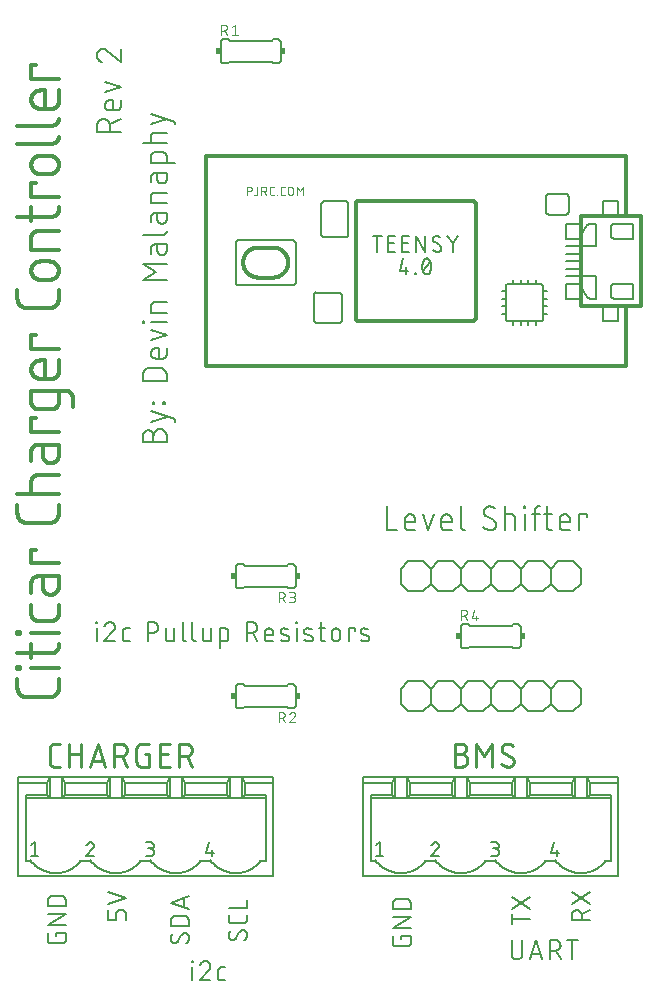
<source format=gbr>
G04 EAGLE Gerber RS-274X export*
G75*
%MOMM*%
%FSLAX34Y34*%
%LPD*%
%INSilkscreen Top*%
%IPPOS*%
%AMOC8*
5,1,8,0,0,1.08239X$1,22.5*%
G01*
%ADD10C,0.152400*%
%ADD11C,0.177800*%
%ADD12C,0.127000*%
%ADD13C,0.304800*%
%ADD14R,0.381000X0.508000*%
%ADD15C,0.101600*%
%ADD16C,0.228600*%
%ADD17C,0.076200*%


D10*
X98200Y300482D02*
X98200Y311319D01*
X97749Y315835D02*
X97749Y316738D01*
X98652Y316738D01*
X98652Y315835D01*
X97749Y315835D01*
X109594Y316738D02*
X109719Y316736D01*
X109844Y316730D01*
X109969Y316721D01*
X110093Y316707D01*
X110217Y316690D01*
X110341Y316669D01*
X110463Y316644D01*
X110585Y316615D01*
X110706Y316583D01*
X110826Y316547D01*
X110945Y316507D01*
X111062Y316464D01*
X111178Y316417D01*
X111293Y316366D01*
X111405Y316312D01*
X111517Y316254D01*
X111626Y316194D01*
X111733Y316129D01*
X111839Y316062D01*
X111942Y315991D01*
X112043Y315917D01*
X112142Y315840D01*
X112238Y315760D01*
X112332Y315677D01*
X112423Y315592D01*
X112512Y315503D01*
X112597Y315412D01*
X112680Y315318D01*
X112760Y315222D01*
X112837Y315123D01*
X112911Y315022D01*
X112982Y314919D01*
X113049Y314813D01*
X113114Y314706D01*
X113174Y314597D01*
X113232Y314485D01*
X113286Y314373D01*
X113337Y314258D01*
X113384Y314142D01*
X113427Y314025D01*
X113467Y313906D01*
X113503Y313786D01*
X113535Y313665D01*
X113564Y313543D01*
X113589Y313421D01*
X113610Y313297D01*
X113627Y313173D01*
X113641Y313049D01*
X113650Y312924D01*
X113656Y312799D01*
X113658Y312674D01*
X109594Y316738D02*
X109451Y316736D01*
X109309Y316730D01*
X109166Y316720D01*
X109024Y316707D01*
X108883Y316689D01*
X108741Y316668D01*
X108601Y316643D01*
X108461Y316614D01*
X108322Y316581D01*
X108184Y316544D01*
X108047Y316504D01*
X107912Y316460D01*
X107777Y316412D01*
X107644Y316360D01*
X107512Y316305D01*
X107382Y316246D01*
X107254Y316184D01*
X107127Y316118D01*
X107002Y316049D01*
X106879Y315977D01*
X106759Y315901D01*
X106640Y315822D01*
X106523Y315739D01*
X106409Y315654D01*
X106297Y315565D01*
X106188Y315474D01*
X106081Y315379D01*
X105976Y315282D01*
X105875Y315181D01*
X105776Y315078D01*
X105680Y314973D01*
X105587Y314864D01*
X105497Y314753D01*
X105410Y314640D01*
X105326Y314525D01*
X105246Y314407D01*
X105168Y314287D01*
X105094Y314165D01*
X105024Y314041D01*
X104956Y313915D01*
X104893Y313787D01*
X104832Y313658D01*
X104775Y313527D01*
X104722Y313395D01*
X104673Y313261D01*
X104627Y313126D01*
X112303Y309513D02*
X112397Y309605D01*
X112487Y309699D01*
X112575Y309796D01*
X112660Y309896D01*
X112742Y309998D01*
X112821Y310103D01*
X112896Y310210D01*
X112968Y310319D01*
X113037Y310430D01*
X113103Y310544D01*
X113165Y310659D01*
X113224Y310776D01*
X113279Y310895D01*
X113330Y311015D01*
X113378Y311137D01*
X113423Y311260D01*
X113463Y311384D01*
X113500Y311510D01*
X113533Y311637D01*
X113562Y311764D01*
X113588Y311893D01*
X113609Y312022D01*
X113627Y312152D01*
X113640Y312282D01*
X113650Y312412D01*
X113656Y312543D01*
X113658Y312674D01*
X112303Y309513D02*
X104627Y300482D01*
X113658Y300482D01*
X122846Y300482D02*
X126458Y300482D01*
X122846Y300482D02*
X122745Y300484D01*
X122644Y300490D01*
X122543Y300499D01*
X122442Y300512D01*
X122342Y300529D01*
X122243Y300550D01*
X122145Y300574D01*
X122048Y300602D01*
X121951Y300634D01*
X121856Y300669D01*
X121763Y300708D01*
X121671Y300750D01*
X121580Y300796D01*
X121492Y300845D01*
X121405Y300897D01*
X121320Y300953D01*
X121237Y301011D01*
X121157Y301073D01*
X121079Y301138D01*
X121003Y301205D01*
X120930Y301275D01*
X120860Y301348D01*
X120793Y301424D01*
X120728Y301502D01*
X120666Y301582D01*
X120608Y301665D01*
X120552Y301750D01*
X120500Y301837D01*
X120451Y301925D01*
X120405Y302016D01*
X120363Y302108D01*
X120324Y302201D01*
X120289Y302296D01*
X120257Y302393D01*
X120229Y302490D01*
X120205Y302588D01*
X120184Y302687D01*
X120167Y302787D01*
X120154Y302888D01*
X120145Y302989D01*
X120139Y303090D01*
X120137Y303191D01*
X120136Y303191D02*
X120136Y308610D01*
X120137Y308610D02*
X120139Y308711D01*
X120145Y308812D01*
X120154Y308913D01*
X120167Y309014D01*
X120184Y309114D01*
X120205Y309213D01*
X120229Y309311D01*
X120257Y309408D01*
X120289Y309505D01*
X120324Y309600D01*
X120363Y309693D01*
X120405Y309785D01*
X120451Y309876D01*
X120500Y309965D01*
X120552Y310051D01*
X120608Y310136D01*
X120666Y310219D01*
X120728Y310299D01*
X120793Y310377D01*
X120860Y310453D01*
X120930Y310526D01*
X121003Y310596D01*
X121079Y310663D01*
X121157Y310728D01*
X121237Y310790D01*
X121320Y310848D01*
X121405Y310904D01*
X121492Y310956D01*
X121580Y311005D01*
X121671Y311051D01*
X121763Y311093D01*
X121856Y311132D01*
X121951Y311167D01*
X122048Y311199D01*
X122145Y311227D01*
X122243Y311251D01*
X122342Y311272D01*
X122442Y311289D01*
X122543Y311302D01*
X122644Y311311D01*
X122745Y311317D01*
X122846Y311319D01*
X126458Y311319D01*
X141310Y316738D02*
X141310Y300482D01*
X141310Y316738D02*
X145826Y316738D01*
X145959Y316736D01*
X146091Y316730D01*
X146223Y316720D01*
X146355Y316707D01*
X146487Y316689D01*
X146617Y316668D01*
X146748Y316643D01*
X146877Y316614D01*
X147005Y316581D01*
X147133Y316545D01*
X147259Y316505D01*
X147384Y316461D01*
X147508Y316413D01*
X147630Y316362D01*
X147751Y316307D01*
X147870Y316249D01*
X147988Y316187D01*
X148103Y316122D01*
X148217Y316053D01*
X148328Y315982D01*
X148437Y315906D01*
X148544Y315828D01*
X148649Y315747D01*
X148751Y315662D01*
X148851Y315575D01*
X148948Y315485D01*
X149043Y315392D01*
X149134Y315296D01*
X149223Y315198D01*
X149309Y315097D01*
X149392Y314993D01*
X149472Y314887D01*
X149548Y314779D01*
X149622Y314669D01*
X149692Y314556D01*
X149759Y314442D01*
X149822Y314325D01*
X149882Y314207D01*
X149939Y314087D01*
X149992Y313965D01*
X150041Y313842D01*
X150087Y313718D01*
X150129Y313592D01*
X150167Y313465D01*
X150202Y313337D01*
X150233Y313208D01*
X150260Y313079D01*
X150283Y312948D01*
X150303Y312817D01*
X150318Y312685D01*
X150330Y312553D01*
X150338Y312421D01*
X150342Y312288D01*
X150342Y312156D01*
X150338Y312023D01*
X150330Y311891D01*
X150318Y311759D01*
X150303Y311627D01*
X150283Y311496D01*
X150260Y311365D01*
X150233Y311236D01*
X150202Y311107D01*
X150167Y310979D01*
X150129Y310852D01*
X150087Y310726D01*
X150041Y310602D01*
X149992Y310479D01*
X149939Y310357D01*
X149882Y310237D01*
X149822Y310119D01*
X149759Y310002D01*
X149692Y309888D01*
X149622Y309775D01*
X149548Y309665D01*
X149472Y309557D01*
X149392Y309451D01*
X149309Y309347D01*
X149223Y309246D01*
X149134Y309148D01*
X149043Y309052D01*
X148948Y308959D01*
X148851Y308869D01*
X148751Y308782D01*
X148649Y308697D01*
X148544Y308616D01*
X148437Y308538D01*
X148328Y308462D01*
X148217Y308391D01*
X148103Y308322D01*
X147988Y308257D01*
X147870Y308195D01*
X147751Y308137D01*
X147630Y308082D01*
X147508Y308031D01*
X147384Y307983D01*
X147259Y307939D01*
X147133Y307899D01*
X147005Y307863D01*
X146877Y307830D01*
X146748Y307801D01*
X146617Y307776D01*
X146487Y307755D01*
X146355Y307737D01*
X146223Y307724D01*
X146091Y307714D01*
X145959Y307708D01*
X145826Y307706D01*
X145826Y307707D02*
X141310Y307707D01*
X156592Y311319D02*
X156592Y303191D01*
X156594Y303090D01*
X156600Y302989D01*
X156609Y302888D01*
X156622Y302787D01*
X156639Y302687D01*
X156660Y302588D01*
X156684Y302490D01*
X156712Y302393D01*
X156744Y302296D01*
X156779Y302201D01*
X156818Y302108D01*
X156860Y302016D01*
X156906Y301925D01*
X156955Y301837D01*
X157007Y301750D01*
X157063Y301665D01*
X157121Y301582D01*
X157183Y301502D01*
X157248Y301424D01*
X157315Y301348D01*
X157385Y301275D01*
X157458Y301205D01*
X157534Y301138D01*
X157612Y301073D01*
X157692Y301011D01*
X157775Y300953D01*
X157860Y300897D01*
X157947Y300845D01*
X158035Y300796D01*
X158126Y300750D01*
X158218Y300708D01*
X158311Y300669D01*
X158406Y300634D01*
X158503Y300602D01*
X158600Y300574D01*
X158698Y300550D01*
X158797Y300529D01*
X158897Y300512D01*
X158998Y300499D01*
X159099Y300490D01*
X159200Y300484D01*
X159301Y300482D01*
X163817Y300482D01*
X163817Y311319D01*
X170897Y316738D02*
X170897Y303191D01*
X170899Y303090D01*
X170905Y302989D01*
X170914Y302888D01*
X170927Y302787D01*
X170944Y302687D01*
X170965Y302588D01*
X170989Y302490D01*
X171017Y302393D01*
X171049Y302296D01*
X171084Y302201D01*
X171123Y302108D01*
X171165Y302016D01*
X171211Y301925D01*
X171260Y301837D01*
X171312Y301750D01*
X171368Y301665D01*
X171426Y301582D01*
X171488Y301502D01*
X171553Y301424D01*
X171620Y301348D01*
X171690Y301275D01*
X171763Y301205D01*
X171839Y301138D01*
X171917Y301073D01*
X171997Y301011D01*
X172080Y300953D01*
X172165Y300897D01*
X172252Y300845D01*
X172340Y300796D01*
X172431Y300750D01*
X172523Y300708D01*
X172616Y300669D01*
X172711Y300634D01*
X172808Y300602D01*
X172905Y300574D01*
X173003Y300550D01*
X173102Y300529D01*
X173202Y300512D01*
X173303Y300499D01*
X173404Y300490D01*
X173505Y300484D01*
X173606Y300482D01*
X179233Y303191D02*
X179233Y316738D01*
X179234Y303191D02*
X179236Y303090D01*
X179242Y302989D01*
X179251Y302888D01*
X179264Y302787D01*
X179281Y302687D01*
X179302Y302588D01*
X179326Y302490D01*
X179354Y302393D01*
X179386Y302296D01*
X179421Y302201D01*
X179460Y302108D01*
X179502Y302016D01*
X179548Y301925D01*
X179597Y301837D01*
X179649Y301750D01*
X179705Y301665D01*
X179763Y301582D01*
X179825Y301502D01*
X179890Y301424D01*
X179957Y301348D01*
X180027Y301275D01*
X180100Y301205D01*
X180176Y301138D01*
X180254Y301073D01*
X180334Y301011D01*
X180417Y300953D01*
X180502Y300897D01*
X180589Y300845D01*
X180677Y300796D01*
X180768Y300750D01*
X180860Y300708D01*
X180953Y300669D01*
X181048Y300634D01*
X181145Y300602D01*
X181242Y300574D01*
X181340Y300550D01*
X181439Y300529D01*
X181539Y300512D01*
X181640Y300499D01*
X181741Y300490D01*
X181842Y300484D01*
X181943Y300482D01*
X187854Y303191D02*
X187854Y311319D01*
X187854Y303191D02*
X187856Y303090D01*
X187862Y302989D01*
X187871Y302888D01*
X187884Y302787D01*
X187901Y302687D01*
X187922Y302588D01*
X187946Y302490D01*
X187974Y302393D01*
X188006Y302296D01*
X188041Y302201D01*
X188080Y302108D01*
X188122Y302016D01*
X188168Y301925D01*
X188217Y301837D01*
X188269Y301750D01*
X188325Y301665D01*
X188383Y301582D01*
X188445Y301502D01*
X188510Y301424D01*
X188577Y301348D01*
X188647Y301275D01*
X188720Y301205D01*
X188796Y301138D01*
X188874Y301073D01*
X188954Y301011D01*
X189037Y300953D01*
X189122Y300897D01*
X189209Y300845D01*
X189297Y300796D01*
X189388Y300750D01*
X189480Y300708D01*
X189573Y300669D01*
X189668Y300634D01*
X189765Y300602D01*
X189862Y300574D01*
X189960Y300550D01*
X190059Y300529D01*
X190159Y300512D01*
X190260Y300499D01*
X190361Y300490D01*
X190462Y300484D01*
X190563Y300482D01*
X195079Y300482D01*
X195079Y311319D01*
X202517Y311319D02*
X202517Y295063D01*
X202517Y311319D02*
X207032Y311319D01*
X207136Y311317D01*
X207239Y311311D01*
X207343Y311301D01*
X207446Y311287D01*
X207548Y311269D01*
X207649Y311248D01*
X207750Y311222D01*
X207849Y311193D01*
X207948Y311160D01*
X208045Y311123D01*
X208140Y311082D01*
X208234Y311038D01*
X208326Y310990D01*
X208416Y310939D01*
X208505Y310884D01*
X208591Y310826D01*
X208674Y310764D01*
X208756Y310700D01*
X208834Y310632D01*
X208910Y310562D01*
X208984Y310489D01*
X209054Y310412D01*
X209122Y310334D01*
X209186Y310252D01*
X209248Y310169D01*
X209306Y310083D01*
X209361Y309994D01*
X209412Y309904D01*
X209460Y309812D01*
X209504Y309718D01*
X209545Y309623D01*
X209582Y309526D01*
X209615Y309427D01*
X209644Y309328D01*
X209670Y309227D01*
X209691Y309126D01*
X209709Y309024D01*
X209723Y308921D01*
X209733Y308817D01*
X209739Y308714D01*
X209741Y308610D01*
X209741Y303191D01*
X209739Y303090D01*
X209733Y302989D01*
X209724Y302888D01*
X209711Y302787D01*
X209694Y302687D01*
X209673Y302588D01*
X209649Y302490D01*
X209621Y302393D01*
X209589Y302296D01*
X209554Y302201D01*
X209515Y302108D01*
X209473Y302016D01*
X209427Y301925D01*
X209378Y301837D01*
X209326Y301750D01*
X209270Y301665D01*
X209212Y301582D01*
X209150Y301502D01*
X209085Y301424D01*
X209018Y301348D01*
X208948Y301275D01*
X208875Y301205D01*
X208799Y301138D01*
X208721Y301073D01*
X208641Y301011D01*
X208558Y300953D01*
X208473Y300897D01*
X208387Y300845D01*
X208298Y300796D01*
X208207Y300750D01*
X208115Y300708D01*
X208022Y300669D01*
X207927Y300634D01*
X207830Y300602D01*
X207733Y300574D01*
X207635Y300550D01*
X207536Y300529D01*
X207436Y300512D01*
X207335Y300499D01*
X207234Y300490D01*
X207133Y300484D01*
X207032Y300482D01*
X202517Y300482D01*
X225079Y300482D02*
X225079Y316738D01*
X229594Y316738D01*
X229727Y316736D01*
X229859Y316730D01*
X229991Y316720D01*
X230123Y316707D01*
X230255Y316689D01*
X230385Y316668D01*
X230516Y316643D01*
X230645Y316614D01*
X230773Y316581D01*
X230901Y316545D01*
X231027Y316505D01*
X231152Y316461D01*
X231276Y316413D01*
X231398Y316362D01*
X231519Y316307D01*
X231638Y316249D01*
X231756Y316187D01*
X231871Y316122D01*
X231985Y316053D01*
X232096Y315982D01*
X232205Y315906D01*
X232312Y315828D01*
X232417Y315747D01*
X232519Y315662D01*
X232619Y315575D01*
X232716Y315485D01*
X232811Y315392D01*
X232902Y315296D01*
X232991Y315198D01*
X233077Y315097D01*
X233160Y314993D01*
X233240Y314887D01*
X233316Y314779D01*
X233390Y314669D01*
X233460Y314556D01*
X233527Y314442D01*
X233590Y314325D01*
X233650Y314207D01*
X233707Y314087D01*
X233760Y313965D01*
X233809Y313842D01*
X233855Y313718D01*
X233897Y313592D01*
X233935Y313465D01*
X233970Y313337D01*
X234001Y313208D01*
X234028Y313079D01*
X234051Y312948D01*
X234071Y312817D01*
X234086Y312685D01*
X234098Y312553D01*
X234106Y312421D01*
X234110Y312288D01*
X234110Y312156D01*
X234106Y312023D01*
X234098Y311891D01*
X234086Y311759D01*
X234071Y311627D01*
X234051Y311496D01*
X234028Y311365D01*
X234001Y311236D01*
X233970Y311107D01*
X233935Y310979D01*
X233897Y310852D01*
X233855Y310726D01*
X233809Y310602D01*
X233760Y310479D01*
X233707Y310357D01*
X233650Y310237D01*
X233590Y310119D01*
X233527Y310002D01*
X233460Y309888D01*
X233390Y309775D01*
X233316Y309665D01*
X233240Y309557D01*
X233160Y309451D01*
X233077Y309347D01*
X232991Y309246D01*
X232902Y309148D01*
X232811Y309052D01*
X232716Y308959D01*
X232619Y308869D01*
X232519Y308782D01*
X232417Y308697D01*
X232312Y308616D01*
X232205Y308538D01*
X232096Y308462D01*
X231985Y308391D01*
X231871Y308322D01*
X231756Y308257D01*
X231638Y308195D01*
X231519Y308137D01*
X231398Y308082D01*
X231276Y308031D01*
X231152Y307983D01*
X231027Y307939D01*
X230901Y307899D01*
X230773Y307863D01*
X230645Y307830D01*
X230516Y307801D01*
X230385Y307776D01*
X230255Y307755D01*
X230123Y307737D01*
X229991Y307724D01*
X229859Y307714D01*
X229727Y307708D01*
X229594Y307706D01*
X229594Y307707D02*
X225079Y307707D01*
X230497Y307707D02*
X234110Y300482D01*
X243189Y300482D02*
X247704Y300482D01*
X243189Y300482D02*
X243088Y300484D01*
X242987Y300490D01*
X242886Y300499D01*
X242785Y300512D01*
X242685Y300529D01*
X242586Y300550D01*
X242488Y300574D01*
X242391Y300602D01*
X242294Y300634D01*
X242199Y300669D01*
X242106Y300708D01*
X242014Y300750D01*
X241923Y300796D01*
X241835Y300845D01*
X241748Y300897D01*
X241663Y300953D01*
X241580Y301011D01*
X241500Y301073D01*
X241422Y301138D01*
X241346Y301205D01*
X241273Y301275D01*
X241203Y301348D01*
X241136Y301424D01*
X241071Y301502D01*
X241009Y301582D01*
X240951Y301665D01*
X240895Y301750D01*
X240843Y301837D01*
X240794Y301925D01*
X240748Y302016D01*
X240706Y302108D01*
X240667Y302201D01*
X240632Y302296D01*
X240600Y302393D01*
X240572Y302490D01*
X240548Y302588D01*
X240527Y302687D01*
X240510Y302787D01*
X240497Y302888D01*
X240488Y302989D01*
X240482Y303090D01*
X240480Y303191D01*
X240479Y303191D02*
X240479Y307707D01*
X240480Y307707D02*
X240482Y307826D01*
X240488Y307946D01*
X240498Y308065D01*
X240512Y308183D01*
X240529Y308302D01*
X240551Y308419D01*
X240576Y308536D01*
X240606Y308651D01*
X240639Y308766D01*
X240676Y308880D01*
X240716Y308992D01*
X240761Y309103D01*
X240809Y309212D01*
X240860Y309320D01*
X240915Y309426D01*
X240974Y309530D01*
X241036Y309632D01*
X241101Y309732D01*
X241170Y309830D01*
X241242Y309926D01*
X241317Y310019D01*
X241394Y310109D01*
X241475Y310197D01*
X241559Y310282D01*
X241646Y310364D01*
X241735Y310444D01*
X241827Y310520D01*
X241921Y310594D01*
X242018Y310664D01*
X242116Y310731D01*
X242217Y310795D01*
X242321Y310855D01*
X242426Y310912D01*
X242533Y310965D01*
X242641Y311015D01*
X242751Y311061D01*
X242863Y311103D01*
X242976Y311142D01*
X243090Y311177D01*
X243205Y311208D01*
X243322Y311236D01*
X243439Y311259D01*
X243556Y311279D01*
X243675Y311295D01*
X243794Y311307D01*
X243913Y311315D01*
X244032Y311319D01*
X244152Y311319D01*
X244271Y311315D01*
X244390Y311307D01*
X244509Y311295D01*
X244628Y311279D01*
X244745Y311259D01*
X244862Y311236D01*
X244979Y311208D01*
X245094Y311177D01*
X245208Y311142D01*
X245321Y311103D01*
X245433Y311061D01*
X245543Y311015D01*
X245651Y310965D01*
X245758Y310912D01*
X245863Y310855D01*
X245967Y310795D01*
X246068Y310731D01*
X246166Y310664D01*
X246263Y310594D01*
X246357Y310520D01*
X246449Y310444D01*
X246538Y310364D01*
X246625Y310282D01*
X246709Y310197D01*
X246790Y310109D01*
X246867Y310019D01*
X246942Y309926D01*
X247014Y309830D01*
X247083Y309732D01*
X247148Y309632D01*
X247210Y309530D01*
X247269Y309426D01*
X247324Y309320D01*
X247375Y309212D01*
X247423Y309103D01*
X247468Y308992D01*
X247508Y308880D01*
X247545Y308766D01*
X247578Y308651D01*
X247608Y308536D01*
X247633Y308419D01*
X247655Y308302D01*
X247672Y308183D01*
X247686Y308065D01*
X247696Y307946D01*
X247702Y307826D01*
X247704Y307707D01*
X247704Y305901D01*
X240479Y305901D01*
X255381Y306804D02*
X259897Y304998D01*
X255381Y306804D02*
X255293Y306841D01*
X255207Y306882D01*
X255122Y306926D01*
X255039Y306974D01*
X254959Y307025D01*
X254880Y307079D01*
X254804Y307137D01*
X254730Y307197D01*
X254658Y307261D01*
X254590Y307327D01*
X254524Y307397D01*
X254461Y307468D01*
X254400Y307543D01*
X254343Y307619D01*
X254290Y307698D01*
X254239Y307779D01*
X254192Y307862D01*
X254148Y307947D01*
X254108Y308034D01*
X254071Y308122D01*
X254038Y308212D01*
X254008Y308303D01*
X253983Y308395D01*
X253961Y308488D01*
X253943Y308582D01*
X253928Y308676D01*
X253918Y308771D01*
X253912Y308867D01*
X253909Y308962D01*
X253910Y309058D01*
X253916Y309153D01*
X253925Y309249D01*
X253938Y309343D01*
X253954Y309437D01*
X253975Y309531D01*
X254000Y309623D01*
X254028Y309714D01*
X254060Y309804D01*
X254095Y309893D01*
X254134Y309980D01*
X254177Y310066D01*
X254223Y310150D01*
X254273Y310231D01*
X254325Y310311D01*
X254381Y310389D01*
X254441Y310464D01*
X254503Y310536D01*
X254568Y310606D01*
X254636Y310674D01*
X254706Y310738D01*
X254779Y310800D01*
X254855Y310858D01*
X254933Y310914D01*
X255013Y310966D01*
X255095Y311015D01*
X255179Y311060D01*
X255265Y311102D01*
X255352Y311141D01*
X255441Y311176D01*
X255532Y311207D01*
X255623Y311234D01*
X255716Y311258D01*
X255809Y311278D01*
X255903Y311294D01*
X255998Y311306D01*
X256093Y311315D01*
X256189Y311319D01*
X256284Y311320D01*
X256531Y311313D01*
X256777Y311301D01*
X257023Y311283D01*
X257269Y311258D01*
X257513Y311228D01*
X257757Y311192D01*
X258000Y311151D01*
X258242Y311103D01*
X258483Y311049D01*
X258722Y310990D01*
X258960Y310925D01*
X259196Y310854D01*
X259431Y310778D01*
X259664Y310696D01*
X259894Y310608D01*
X260122Y310515D01*
X260349Y310417D01*
X259897Y304997D02*
X259985Y304960D01*
X260071Y304919D01*
X260156Y304875D01*
X260239Y304827D01*
X260319Y304776D01*
X260398Y304722D01*
X260474Y304664D01*
X260548Y304604D01*
X260620Y304540D01*
X260688Y304474D01*
X260754Y304404D01*
X260817Y304333D01*
X260878Y304258D01*
X260935Y304182D01*
X260988Y304103D01*
X261039Y304022D01*
X261086Y303939D01*
X261130Y303854D01*
X261170Y303767D01*
X261207Y303679D01*
X261240Y303589D01*
X261270Y303498D01*
X261295Y303406D01*
X261317Y303313D01*
X261335Y303219D01*
X261350Y303125D01*
X261360Y303030D01*
X261366Y302934D01*
X261369Y302839D01*
X261368Y302743D01*
X261362Y302648D01*
X261353Y302552D01*
X261340Y302458D01*
X261324Y302364D01*
X261303Y302270D01*
X261278Y302178D01*
X261250Y302087D01*
X261218Y301997D01*
X261183Y301908D01*
X261144Y301821D01*
X261101Y301735D01*
X261055Y301651D01*
X261005Y301570D01*
X260953Y301490D01*
X260897Y301412D01*
X260837Y301337D01*
X260775Y301265D01*
X260710Y301195D01*
X260642Y301127D01*
X260572Y301063D01*
X260499Y301001D01*
X260423Y300943D01*
X260345Y300887D01*
X260265Y300835D01*
X260183Y300786D01*
X260099Y300741D01*
X260013Y300699D01*
X259926Y300660D01*
X259837Y300625D01*
X259746Y300594D01*
X259655Y300567D01*
X259562Y300543D01*
X259469Y300523D01*
X259375Y300507D01*
X259280Y300495D01*
X259185Y300486D01*
X259089Y300482D01*
X258994Y300481D01*
X258993Y300482D02*
X258631Y300491D01*
X258269Y300509D01*
X257908Y300536D01*
X257548Y300571D01*
X257188Y300614D01*
X256829Y300666D01*
X256472Y300727D01*
X256117Y300796D01*
X255763Y300873D01*
X255411Y300959D01*
X255061Y301053D01*
X254713Y301156D01*
X254368Y301266D01*
X254026Y301385D01*
X267539Y300482D02*
X267539Y311319D01*
X267087Y315835D02*
X267087Y316738D01*
X267990Y316738D01*
X267990Y315835D01*
X267087Y315835D01*
X275181Y306804D02*
X279696Y304998D01*
X275180Y306804D02*
X275092Y306841D01*
X275006Y306882D01*
X274921Y306926D01*
X274838Y306974D01*
X274758Y307025D01*
X274679Y307079D01*
X274603Y307137D01*
X274529Y307197D01*
X274457Y307261D01*
X274389Y307327D01*
X274323Y307397D01*
X274260Y307468D01*
X274199Y307543D01*
X274142Y307619D01*
X274089Y307698D01*
X274038Y307779D01*
X273991Y307862D01*
X273947Y307947D01*
X273907Y308034D01*
X273870Y308122D01*
X273837Y308212D01*
X273807Y308303D01*
X273782Y308395D01*
X273760Y308488D01*
X273742Y308582D01*
X273727Y308676D01*
X273717Y308771D01*
X273711Y308867D01*
X273708Y308962D01*
X273709Y309058D01*
X273715Y309153D01*
X273724Y309249D01*
X273737Y309343D01*
X273753Y309437D01*
X273774Y309531D01*
X273799Y309623D01*
X273827Y309714D01*
X273859Y309804D01*
X273894Y309893D01*
X273933Y309980D01*
X273976Y310066D01*
X274022Y310150D01*
X274072Y310231D01*
X274124Y310311D01*
X274180Y310389D01*
X274240Y310464D01*
X274302Y310536D01*
X274367Y310606D01*
X274435Y310674D01*
X274505Y310738D01*
X274578Y310800D01*
X274654Y310858D01*
X274732Y310914D01*
X274812Y310966D01*
X274894Y311015D01*
X274978Y311060D01*
X275064Y311102D01*
X275151Y311141D01*
X275240Y311176D01*
X275331Y311207D01*
X275422Y311234D01*
X275515Y311258D01*
X275608Y311278D01*
X275702Y311294D01*
X275797Y311306D01*
X275892Y311315D01*
X275988Y311319D01*
X276083Y311320D01*
X276330Y311313D01*
X276576Y311301D01*
X276822Y311283D01*
X277068Y311258D01*
X277312Y311228D01*
X277556Y311192D01*
X277799Y311151D01*
X278041Y311103D01*
X278282Y311049D01*
X278521Y310990D01*
X278759Y310925D01*
X278995Y310854D01*
X279230Y310778D01*
X279463Y310696D01*
X279693Y310608D01*
X279921Y310515D01*
X280148Y310417D01*
X279696Y304997D02*
X279784Y304960D01*
X279870Y304919D01*
X279955Y304875D01*
X280038Y304827D01*
X280118Y304776D01*
X280197Y304722D01*
X280273Y304664D01*
X280347Y304604D01*
X280419Y304540D01*
X280487Y304474D01*
X280553Y304404D01*
X280616Y304333D01*
X280677Y304258D01*
X280734Y304182D01*
X280787Y304103D01*
X280838Y304022D01*
X280885Y303939D01*
X280929Y303854D01*
X280969Y303767D01*
X281006Y303679D01*
X281039Y303589D01*
X281069Y303498D01*
X281094Y303406D01*
X281116Y303313D01*
X281134Y303219D01*
X281149Y303125D01*
X281159Y303030D01*
X281165Y302934D01*
X281168Y302839D01*
X281167Y302743D01*
X281161Y302648D01*
X281152Y302552D01*
X281139Y302458D01*
X281123Y302364D01*
X281102Y302270D01*
X281077Y302178D01*
X281049Y302087D01*
X281017Y301997D01*
X280982Y301908D01*
X280943Y301821D01*
X280900Y301735D01*
X280854Y301651D01*
X280804Y301570D01*
X280752Y301490D01*
X280696Y301412D01*
X280636Y301337D01*
X280574Y301265D01*
X280509Y301195D01*
X280441Y301127D01*
X280371Y301063D01*
X280298Y301001D01*
X280222Y300943D01*
X280144Y300887D01*
X280064Y300835D01*
X279982Y300786D01*
X279898Y300741D01*
X279812Y300699D01*
X279725Y300660D01*
X279636Y300625D01*
X279545Y300594D01*
X279454Y300567D01*
X279361Y300543D01*
X279268Y300523D01*
X279174Y300507D01*
X279079Y300495D01*
X278984Y300486D01*
X278888Y300482D01*
X278793Y300481D01*
X278793Y300482D02*
X278431Y300491D01*
X278069Y300509D01*
X277708Y300536D01*
X277348Y300571D01*
X276988Y300614D01*
X276629Y300666D01*
X276272Y300727D01*
X275917Y300796D01*
X275563Y300873D01*
X275211Y300959D01*
X274861Y301053D01*
X274513Y301156D01*
X274168Y301266D01*
X273826Y301385D01*
X286076Y311319D02*
X291494Y311319D01*
X287882Y316738D02*
X287882Y303191D01*
X287884Y303090D01*
X287890Y302989D01*
X287899Y302888D01*
X287912Y302787D01*
X287929Y302687D01*
X287950Y302588D01*
X287974Y302490D01*
X288002Y302393D01*
X288034Y302296D01*
X288069Y302201D01*
X288108Y302108D01*
X288150Y302016D01*
X288196Y301925D01*
X288245Y301837D01*
X288297Y301750D01*
X288353Y301665D01*
X288411Y301582D01*
X288473Y301502D01*
X288538Y301424D01*
X288605Y301348D01*
X288675Y301275D01*
X288748Y301205D01*
X288824Y301138D01*
X288902Y301073D01*
X288982Y301011D01*
X289065Y300953D01*
X289150Y300897D01*
X289237Y300845D01*
X289325Y300796D01*
X289416Y300750D01*
X289508Y300708D01*
X289601Y300669D01*
X289696Y300634D01*
X289793Y300602D01*
X289890Y300574D01*
X289988Y300550D01*
X290087Y300529D01*
X290187Y300512D01*
X290288Y300499D01*
X290389Y300490D01*
X290490Y300484D01*
X290591Y300482D01*
X291494Y300482D01*
X297273Y304094D02*
X297273Y307707D01*
X297275Y307826D01*
X297281Y307946D01*
X297291Y308065D01*
X297305Y308183D01*
X297322Y308302D01*
X297344Y308419D01*
X297369Y308536D01*
X297399Y308651D01*
X297432Y308766D01*
X297469Y308880D01*
X297509Y308992D01*
X297554Y309103D01*
X297602Y309212D01*
X297653Y309320D01*
X297708Y309426D01*
X297767Y309530D01*
X297829Y309632D01*
X297894Y309732D01*
X297963Y309830D01*
X298035Y309926D01*
X298110Y310019D01*
X298187Y310109D01*
X298268Y310197D01*
X298352Y310282D01*
X298439Y310364D01*
X298528Y310444D01*
X298620Y310520D01*
X298714Y310594D01*
X298811Y310664D01*
X298909Y310731D01*
X299010Y310795D01*
X299114Y310855D01*
X299219Y310912D01*
X299326Y310965D01*
X299434Y311015D01*
X299544Y311061D01*
X299656Y311103D01*
X299769Y311142D01*
X299883Y311177D01*
X299998Y311208D01*
X300115Y311236D01*
X300232Y311259D01*
X300349Y311279D01*
X300468Y311295D01*
X300587Y311307D01*
X300706Y311315D01*
X300825Y311319D01*
X300945Y311319D01*
X301064Y311315D01*
X301183Y311307D01*
X301302Y311295D01*
X301421Y311279D01*
X301538Y311259D01*
X301655Y311236D01*
X301772Y311208D01*
X301887Y311177D01*
X302001Y311142D01*
X302114Y311103D01*
X302226Y311061D01*
X302336Y311015D01*
X302444Y310965D01*
X302551Y310912D01*
X302656Y310855D01*
X302760Y310795D01*
X302861Y310731D01*
X302959Y310664D01*
X303056Y310594D01*
X303150Y310520D01*
X303242Y310444D01*
X303331Y310364D01*
X303418Y310282D01*
X303502Y310197D01*
X303583Y310109D01*
X303660Y310019D01*
X303735Y309926D01*
X303807Y309830D01*
X303876Y309732D01*
X303941Y309632D01*
X304003Y309530D01*
X304062Y309426D01*
X304117Y309320D01*
X304168Y309212D01*
X304216Y309103D01*
X304261Y308992D01*
X304301Y308880D01*
X304338Y308766D01*
X304371Y308651D01*
X304401Y308536D01*
X304426Y308419D01*
X304448Y308302D01*
X304465Y308183D01*
X304479Y308065D01*
X304489Y307946D01*
X304495Y307826D01*
X304497Y307707D01*
X304498Y307707D02*
X304498Y304094D01*
X304497Y304094D02*
X304495Y303975D01*
X304489Y303855D01*
X304479Y303736D01*
X304465Y303618D01*
X304448Y303499D01*
X304426Y303382D01*
X304401Y303265D01*
X304371Y303150D01*
X304338Y303035D01*
X304301Y302921D01*
X304261Y302809D01*
X304216Y302698D01*
X304168Y302589D01*
X304117Y302481D01*
X304062Y302375D01*
X304003Y302271D01*
X303941Y302169D01*
X303876Y302069D01*
X303807Y301971D01*
X303735Y301875D01*
X303660Y301782D01*
X303583Y301692D01*
X303502Y301604D01*
X303418Y301519D01*
X303331Y301437D01*
X303242Y301357D01*
X303150Y301281D01*
X303056Y301207D01*
X302959Y301137D01*
X302861Y301070D01*
X302760Y301006D01*
X302656Y300946D01*
X302551Y300889D01*
X302444Y300836D01*
X302336Y300786D01*
X302226Y300740D01*
X302114Y300698D01*
X302001Y300659D01*
X301887Y300624D01*
X301772Y300593D01*
X301655Y300565D01*
X301538Y300542D01*
X301421Y300522D01*
X301302Y300506D01*
X301183Y300494D01*
X301064Y300486D01*
X300945Y300482D01*
X300825Y300482D01*
X300706Y300486D01*
X300587Y300494D01*
X300468Y300506D01*
X300349Y300522D01*
X300232Y300542D01*
X300115Y300565D01*
X299998Y300593D01*
X299883Y300624D01*
X299769Y300659D01*
X299656Y300698D01*
X299544Y300740D01*
X299434Y300786D01*
X299326Y300836D01*
X299219Y300889D01*
X299114Y300946D01*
X299010Y301006D01*
X298909Y301070D01*
X298811Y301137D01*
X298714Y301207D01*
X298620Y301281D01*
X298528Y301357D01*
X298439Y301437D01*
X298352Y301519D01*
X298268Y301604D01*
X298187Y301692D01*
X298110Y301782D01*
X298035Y301875D01*
X297963Y301971D01*
X297894Y302069D01*
X297829Y302169D01*
X297767Y302271D01*
X297708Y302375D01*
X297653Y302481D01*
X297602Y302589D01*
X297554Y302698D01*
X297509Y302809D01*
X297469Y302921D01*
X297432Y303035D01*
X297399Y303150D01*
X297369Y303265D01*
X297344Y303382D01*
X297322Y303499D01*
X297305Y303618D01*
X297291Y303736D01*
X297281Y303855D01*
X297275Y303975D01*
X297273Y304094D01*
X311426Y300482D02*
X311426Y311319D01*
X316844Y311319D01*
X316844Y309513D01*
X323116Y306804D02*
X327632Y304998D01*
X323116Y306804D02*
X323028Y306841D01*
X322942Y306882D01*
X322857Y306926D01*
X322774Y306974D01*
X322694Y307025D01*
X322615Y307079D01*
X322539Y307137D01*
X322465Y307197D01*
X322393Y307261D01*
X322325Y307327D01*
X322259Y307397D01*
X322196Y307468D01*
X322135Y307543D01*
X322078Y307619D01*
X322025Y307698D01*
X321974Y307779D01*
X321927Y307862D01*
X321883Y307947D01*
X321843Y308034D01*
X321806Y308122D01*
X321773Y308212D01*
X321743Y308303D01*
X321718Y308395D01*
X321696Y308488D01*
X321678Y308582D01*
X321663Y308676D01*
X321653Y308771D01*
X321647Y308867D01*
X321644Y308962D01*
X321645Y309058D01*
X321651Y309153D01*
X321660Y309249D01*
X321673Y309343D01*
X321689Y309437D01*
X321710Y309531D01*
X321735Y309623D01*
X321763Y309714D01*
X321795Y309804D01*
X321830Y309893D01*
X321869Y309980D01*
X321912Y310066D01*
X321958Y310150D01*
X322008Y310231D01*
X322060Y310311D01*
X322116Y310389D01*
X322176Y310464D01*
X322238Y310536D01*
X322303Y310606D01*
X322371Y310674D01*
X322441Y310738D01*
X322514Y310800D01*
X322590Y310858D01*
X322668Y310914D01*
X322748Y310966D01*
X322830Y311015D01*
X322914Y311060D01*
X323000Y311102D01*
X323087Y311141D01*
X323176Y311176D01*
X323267Y311207D01*
X323358Y311234D01*
X323451Y311258D01*
X323544Y311278D01*
X323638Y311294D01*
X323733Y311306D01*
X323828Y311315D01*
X323924Y311319D01*
X324019Y311320D01*
X324266Y311313D01*
X324512Y311301D01*
X324758Y311283D01*
X325004Y311258D01*
X325248Y311228D01*
X325492Y311192D01*
X325735Y311151D01*
X325977Y311103D01*
X326218Y311049D01*
X326457Y310990D01*
X326695Y310925D01*
X326931Y310854D01*
X327166Y310778D01*
X327399Y310696D01*
X327629Y310608D01*
X327857Y310515D01*
X328084Y310417D01*
X327632Y304997D02*
X327720Y304960D01*
X327806Y304919D01*
X327891Y304875D01*
X327974Y304827D01*
X328054Y304776D01*
X328133Y304722D01*
X328209Y304664D01*
X328283Y304604D01*
X328355Y304540D01*
X328423Y304474D01*
X328489Y304404D01*
X328552Y304333D01*
X328613Y304258D01*
X328670Y304182D01*
X328723Y304103D01*
X328774Y304022D01*
X328821Y303939D01*
X328865Y303854D01*
X328905Y303767D01*
X328942Y303679D01*
X328975Y303589D01*
X329005Y303498D01*
X329030Y303406D01*
X329052Y303313D01*
X329070Y303219D01*
X329085Y303125D01*
X329095Y303030D01*
X329101Y302934D01*
X329104Y302839D01*
X329103Y302743D01*
X329097Y302648D01*
X329088Y302552D01*
X329075Y302458D01*
X329059Y302364D01*
X329038Y302270D01*
X329013Y302178D01*
X328985Y302087D01*
X328953Y301997D01*
X328918Y301908D01*
X328879Y301821D01*
X328836Y301735D01*
X328790Y301651D01*
X328740Y301570D01*
X328688Y301490D01*
X328632Y301412D01*
X328572Y301337D01*
X328510Y301265D01*
X328445Y301195D01*
X328377Y301127D01*
X328307Y301063D01*
X328234Y301001D01*
X328158Y300943D01*
X328080Y300887D01*
X328000Y300835D01*
X327918Y300786D01*
X327834Y300741D01*
X327748Y300699D01*
X327661Y300660D01*
X327572Y300625D01*
X327481Y300594D01*
X327390Y300567D01*
X327297Y300543D01*
X327204Y300523D01*
X327110Y300507D01*
X327015Y300495D01*
X326920Y300486D01*
X326824Y300482D01*
X326729Y300481D01*
X326728Y300482D02*
X326366Y300491D01*
X326004Y300509D01*
X325643Y300536D01*
X325283Y300571D01*
X324923Y300614D01*
X324564Y300666D01*
X324207Y300727D01*
X323852Y300796D01*
X323498Y300873D01*
X323146Y300959D01*
X322796Y301053D01*
X322448Y301156D01*
X322103Y301266D01*
X321761Y301385D01*
D11*
X343789Y394589D02*
X343789Y414655D01*
X343789Y394589D02*
X352707Y394589D01*
X362432Y394589D02*
X368006Y394589D01*
X362432Y394589D02*
X362318Y394591D01*
X362204Y394597D01*
X362090Y394607D01*
X361977Y394620D01*
X361864Y394638D01*
X361752Y394659D01*
X361640Y394684D01*
X361530Y394713D01*
X361420Y394746D01*
X361312Y394782D01*
X361205Y394822D01*
X361100Y394866D01*
X360996Y394913D01*
X360894Y394964D01*
X360793Y395018D01*
X360695Y395076D01*
X360598Y395137D01*
X360504Y395201D01*
X360411Y395268D01*
X360322Y395339D01*
X360234Y395413D01*
X360150Y395489D01*
X360067Y395568D01*
X359988Y395651D01*
X359912Y395735D01*
X359838Y395823D01*
X359767Y395912D01*
X359700Y396005D01*
X359636Y396099D01*
X359575Y396196D01*
X359517Y396294D01*
X359463Y396395D01*
X359412Y396497D01*
X359365Y396601D01*
X359321Y396706D01*
X359281Y396813D01*
X359245Y396921D01*
X359212Y397031D01*
X359183Y397141D01*
X359158Y397253D01*
X359137Y397365D01*
X359119Y397478D01*
X359106Y397591D01*
X359096Y397705D01*
X359090Y397819D01*
X359088Y397933D01*
X359088Y403507D01*
X359090Y403639D01*
X359096Y403771D01*
X359106Y403903D01*
X359119Y404034D01*
X359137Y404165D01*
X359158Y404296D01*
X359184Y404425D01*
X359213Y404554D01*
X359246Y404682D01*
X359282Y404809D01*
X359323Y404935D01*
X359367Y405060D01*
X359415Y405183D01*
X359466Y405305D01*
X359521Y405425D01*
X359580Y405543D01*
X359642Y405660D01*
X359708Y405775D01*
X359776Y405887D01*
X359849Y405998D01*
X359924Y406107D01*
X360003Y406213D01*
X360084Y406317D01*
X360169Y406418D01*
X360257Y406517D01*
X360348Y406613D01*
X360441Y406706D01*
X360537Y406797D01*
X360636Y406885D01*
X360737Y406970D01*
X360841Y407051D01*
X360947Y407130D01*
X361056Y407205D01*
X361167Y407278D01*
X361279Y407346D01*
X361394Y407412D01*
X361511Y407474D01*
X361629Y407533D01*
X361749Y407588D01*
X361871Y407639D01*
X361994Y407687D01*
X362119Y407731D01*
X362245Y407772D01*
X362372Y407808D01*
X362500Y407841D01*
X362629Y407870D01*
X362758Y407896D01*
X362889Y407917D01*
X363020Y407935D01*
X363151Y407948D01*
X363283Y407958D01*
X363415Y407964D01*
X363547Y407966D01*
X363679Y407964D01*
X363811Y407958D01*
X363943Y407948D01*
X364074Y407935D01*
X364205Y407917D01*
X364336Y407896D01*
X364465Y407870D01*
X364594Y407841D01*
X364722Y407808D01*
X364849Y407772D01*
X364975Y407731D01*
X365100Y407687D01*
X365223Y407639D01*
X365345Y407588D01*
X365465Y407533D01*
X365583Y407474D01*
X365700Y407412D01*
X365815Y407346D01*
X365927Y407278D01*
X366038Y407205D01*
X366147Y407130D01*
X366253Y407051D01*
X366357Y406970D01*
X366458Y406885D01*
X366557Y406797D01*
X366653Y406706D01*
X366746Y406613D01*
X366837Y406517D01*
X366925Y406418D01*
X367010Y406317D01*
X367091Y406213D01*
X367170Y406107D01*
X367245Y405998D01*
X367318Y405887D01*
X367386Y405775D01*
X367452Y405660D01*
X367514Y405543D01*
X367573Y405425D01*
X367628Y405305D01*
X367679Y405183D01*
X367727Y405060D01*
X367771Y404935D01*
X367812Y404809D01*
X367848Y404682D01*
X367881Y404554D01*
X367910Y404425D01*
X367936Y404296D01*
X367957Y404165D01*
X367975Y404034D01*
X367988Y403903D01*
X367998Y403771D01*
X368004Y403639D01*
X368006Y403507D01*
X368006Y401278D01*
X359088Y401278D01*
X374536Y407966D02*
X378995Y394589D01*
X383455Y407966D01*
X393329Y394589D02*
X398903Y394589D01*
X393329Y394589D02*
X393215Y394591D01*
X393101Y394597D01*
X392987Y394607D01*
X392874Y394620D01*
X392761Y394638D01*
X392649Y394659D01*
X392537Y394684D01*
X392427Y394713D01*
X392317Y394746D01*
X392209Y394782D01*
X392102Y394822D01*
X391997Y394866D01*
X391893Y394913D01*
X391791Y394964D01*
X391690Y395018D01*
X391592Y395076D01*
X391495Y395137D01*
X391401Y395201D01*
X391308Y395268D01*
X391219Y395339D01*
X391131Y395413D01*
X391047Y395489D01*
X390964Y395568D01*
X390885Y395651D01*
X390809Y395735D01*
X390735Y395823D01*
X390664Y395912D01*
X390597Y396005D01*
X390533Y396099D01*
X390472Y396196D01*
X390414Y396294D01*
X390360Y396395D01*
X390309Y396497D01*
X390262Y396601D01*
X390218Y396706D01*
X390178Y396813D01*
X390142Y396921D01*
X390109Y397031D01*
X390080Y397141D01*
X390055Y397253D01*
X390034Y397365D01*
X390016Y397478D01*
X390003Y397591D01*
X389993Y397705D01*
X389987Y397819D01*
X389985Y397933D01*
X389985Y403507D01*
X389987Y403639D01*
X389993Y403771D01*
X390003Y403903D01*
X390016Y404034D01*
X390034Y404165D01*
X390055Y404296D01*
X390081Y404425D01*
X390110Y404554D01*
X390143Y404682D01*
X390179Y404809D01*
X390220Y404935D01*
X390264Y405060D01*
X390312Y405183D01*
X390363Y405305D01*
X390418Y405425D01*
X390477Y405543D01*
X390539Y405660D01*
X390605Y405775D01*
X390673Y405887D01*
X390746Y405998D01*
X390821Y406107D01*
X390900Y406213D01*
X390981Y406317D01*
X391066Y406418D01*
X391154Y406517D01*
X391245Y406613D01*
X391338Y406706D01*
X391434Y406797D01*
X391533Y406885D01*
X391634Y406970D01*
X391738Y407051D01*
X391844Y407130D01*
X391953Y407205D01*
X392064Y407278D01*
X392176Y407346D01*
X392291Y407412D01*
X392408Y407474D01*
X392526Y407533D01*
X392646Y407588D01*
X392768Y407639D01*
X392891Y407687D01*
X393016Y407731D01*
X393142Y407772D01*
X393269Y407808D01*
X393397Y407841D01*
X393526Y407870D01*
X393655Y407896D01*
X393786Y407917D01*
X393917Y407935D01*
X394048Y407948D01*
X394180Y407958D01*
X394312Y407964D01*
X394444Y407966D01*
X394576Y407964D01*
X394708Y407958D01*
X394840Y407948D01*
X394971Y407935D01*
X395102Y407917D01*
X395233Y407896D01*
X395362Y407870D01*
X395491Y407841D01*
X395619Y407808D01*
X395746Y407772D01*
X395872Y407731D01*
X395997Y407687D01*
X396120Y407639D01*
X396242Y407588D01*
X396362Y407533D01*
X396480Y407474D01*
X396597Y407412D01*
X396712Y407346D01*
X396824Y407278D01*
X396935Y407205D01*
X397044Y407130D01*
X397150Y407051D01*
X397254Y406970D01*
X397355Y406885D01*
X397454Y406797D01*
X397550Y406706D01*
X397643Y406613D01*
X397734Y406517D01*
X397822Y406418D01*
X397907Y406317D01*
X397988Y406213D01*
X398067Y406107D01*
X398142Y405998D01*
X398215Y405887D01*
X398283Y405775D01*
X398349Y405660D01*
X398411Y405543D01*
X398470Y405425D01*
X398525Y405305D01*
X398576Y405183D01*
X398624Y405060D01*
X398668Y404935D01*
X398709Y404809D01*
X398745Y404682D01*
X398778Y404554D01*
X398807Y404425D01*
X398833Y404296D01*
X398854Y404165D01*
X398872Y404034D01*
X398885Y403903D01*
X398895Y403771D01*
X398901Y403639D01*
X398903Y403507D01*
X398903Y401278D01*
X389985Y401278D01*
X406423Y397933D02*
X406423Y414655D01*
X406423Y397933D02*
X406425Y397819D01*
X406431Y397705D01*
X406441Y397591D01*
X406454Y397478D01*
X406472Y397365D01*
X406493Y397253D01*
X406518Y397141D01*
X406547Y397031D01*
X406580Y396921D01*
X406616Y396813D01*
X406656Y396706D01*
X406700Y396601D01*
X406747Y396497D01*
X406798Y396395D01*
X406852Y396294D01*
X406910Y396196D01*
X406971Y396099D01*
X407035Y396005D01*
X407102Y395912D01*
X407173Y395823D01*
X407247Y395735D01*
X407323Y395651D01*
X407402Y395568D01*
X407485Y395489D01*
X407569Y395413D01*
X407657Y395339D01*
X407746Y395268D01*
X407839Y395201D01*
X407933Y395137D01*
X408030Y395076D01*
X408128Y395018D01*
X408229Y394964D01*
X408331Y394913D01*
X408435Y394866D01*
X408540Y394822D01*
X408647Y394782D01*
X408755Y394746D01*
X408865Y394713D01*
X408975Y394684D01*
X409087Y394659D01*
X409199Y394638D01*
X409312Y394620D01*
X409425Y394607D01*
X409539Y394597D01*
X409653Y394591D01*
X409767Y394589D01*
X432017Y394589D02*
X432149Y394591D01*
X432281Y394597D01*
X432413Y394607D01*
X432544Y394620D01*
X432675Y394638D01*
X432806Y394659D01*
X432935Y394685D01*
X433064Y394714D01*
X433192Y394747D01*
X433319Y394783D01*
X433445Y394824D01*
X433570Y394868D01*
X433693Y394916D01*
X433815Y394967D01*
X433935Y395022D01*
X434053Y395081D01*
X434170Y395143D01*
X434285Y395209D01*
X434397Y395277D01*
X434508Y395350D01*
X434617Y395425D01*
X434723Y395504D01*
X434827Y395585D01*
X434928Y395670D01*
X435027Y395758D01*
X435123Y395849D01*
X435216Y395942D01*
X435307Y396038D01*
X435395Y396137D01*
X435480Y396238D01*
X435561Y396342D01*
X435640Y396449D01*
X435715Y396557D01*
X435788Y396668D01*
X435856Y396780D01*
X435922Y396895D01*
X435984Y397012D01*
X436043Y397130D01*
X436098Y397250D01*
X436149Y397372D01*
X436197Y397495D01*
X436241Y397620D01*
X436282Y397746D01*
X436318Y397873D01*
X436351Y398001D01*
X436380Y398130D01*
X436406Y398259D01*
X436427Y398390D01*
X436445Y398521D01*
X436458Y398652D01*
X436468Y398784D01*
X436474Y398916D01*
X436476Y399048D01*
X432017Y394589D02*
X431792Y394592D01*
X431566Y394600D01*
X431341Y394613D01*
X431117Y394632D01*
X430893Y394656D01*
X430669Y394686D01*
X430447Y394721D01*
X430225Y394761D01*
X430004Y394807D01*
X429785Y394857D01*
X429566Y394913D01*
X429349Y394975D01*
X429134Y395041D01*
X428920Y395113D01*
X428708Y395189D01*
X428498Y395271D01*
X428290Y395358D01*
X428084Y395449D01*
X427881Y395546D01*
X427679Y395647D01*
X427480Y395753D01*
X427284Y395864D01*
X427091Y395980D01*
X426900Y396100D01*
X426712Y396225D01*
X426528Y396354D01*
X426346Y396487D01*
X426168Y396625D01*
X425993Y396767D01*
X425821Y396913D01*
X425653Y397064D01*
X425489Y397218D01*
X425328Y397376D01*
X425886Y410196D02*
X425888Y410328D01*
X425894Y410460D01*
X425904Y410592D01*
X425917Y410723D01*
X425935Y410854D01*
X425956Y410985D01*
X425982Y411114D01*
X426011Y411243D01*
X426044Y411371D01*
X426080Y411498D01*
X426121Y411624D01*
X426165Y411749D01*
X426213Y411872D01*
X426264Y411994D01*
X426319Y412114D01*
X426378Y412232D01*
X426440Y412349D01*
X426506Y412464D01*
X426574Y412576D01*
X426647Y412687D01*
X426722Y412796D01*
X426801Y412902D01*
X426882Y413006D01*
X426967Y413107D01*
X427055Y413206D01*
X427146Y413302D01*
X427239Y413395D01*
X427335Y413486D01*
X427434Y413574D01*
X427535Y413659D01*
X427639Y413740D01*
X427745Y413819D01*
X427854Y413894D01*
X427965Y413967D01*
X428077Y414035D01*
X428192Y414101D01*
X428309Y414163D01*
X428427Y414222D01*
X428547Y414277D01*
X428669Y414328D01*
X428792Y414376D01*
X428917Y414420D01*
X429043Y414461D01*
X429170Y414497D01*
X429298Y414530D01*
X429427Y414559D01*
X429556Y414585D01*
X429687Y414606D01*
X429818Y414624D01*
X429949Y414637D01*
X430081Y414647D01*
X430213Y414653D01*
X430345Y414655D01*
X430544Y414653D01*
X430743Y414646D01*
X430942Y414634D01*
X431141Y414617D01*
X431339Y414596D01*
X431537Y414570D01*
X431733Y414539D01*
X431930Y414503D01*
X432125Y414463D01*
X432319Y414419D01*
X432512Y414369D01*
X432704Y414315D01*
X432894Y414257D01*
X433083Y414194D01*
X433271Y414126D01*
X433457Y414054D01*
X433641Y413978D01*
X433823Y413897D01*
X434003Y413812D01*
X434181Y413723D01*
X434357Y413629D01*
X434531Y413532D01*
X434702Y413430D01*
X434871Y413324D01*
X435037Y413214D01*
X435201Y413100D01*
X435362Y412983D01*
X428116Y406294D02*
X428004Y406362D01*
X427895Y406433D01*
X427787Y406507D01*
X427682Y406585D01*
X427579Y406665D01*
X427478Y406748D01*
X427380Y406834D01*
X427284Y406923D01*
X427191Y407015D01*
X427101Y407109D01*
X427013Y407206D01*
X426928Y407305D01*
X426846Y407407D01*
X426768Y407511D01*
X426692Y407618D01*
X426619Y407726D01*
X426549Y407837D01*
X426483Y407949D01*
X426420Y408063D01*
X426360Y408179D01*
X426303Y408297D01*
X426250Y408417D01*
X426201Y408537D01*
X426155Y408660D01*
X426112Y408783D01*
X426073Y408908D01*
X426038Y409034D01*
X426006Y409160D01*
X425978Y409288D01*
X425954Y409416D01*
X425933Y409545D01*
X425916Y409675D01*
X425903Y409805D01*
X425894Y409935D01*
X425888Y410065D01*
X425886Y410196D01*
X434247Y402950D02*
X434359Y402882D01*
X434468Y402811D01*
X434576Y402737D01*
X434681Y402659D01*
X434784Y402579D01*
X434885Y402496D01*
X434983Y402410D01*
X435079Y402321D01*
X435172Y402229D01*
X435262Y402135D01*
X435350Y402038D01*
X435435Y401939D01*
X435517Y401837D01*
X435595Y401733D01*
X435671Y401626D01*
X435744Y401518D01*
X435814Y401407D01*
X435880Y401295D01*
X435943Y401181D01*
X436003Y401065D01*
X436060Y400947D01*
X436113Y400827D01*
X436162Y400707D01*
X436208Y400584D01*
X436251Y400461D01*
X436290Y400336D01*
X436325Y400210D01*
X436357Y400084D01*
X436385Y399956D01*
X436409Y399828D01*
X436430Y399699D01*
X436447Y399569D01*
X436460Y399439D01*
X436469Y399309D01*
X436475Y399179D01*
X436477Y399048D01*
X434247Y402950D02*
X428116Y406294D01*
X443746Y414655D02*
X443746Y394589D01*
X443746Y407966D02*
X449320Y407966D01*
X449434Y407964D01*
X449548Y407958D01*
X449662Y407948D01*
X449775Y407935D01*
X449888Y407917D01*
X450000Y407896D01*
X450112Y407871D01*
X450222Y407842D01*
X450332Y407809D01*
X450440Y407773D01*
X450547Y407733D01*
X450652Y407689D01*
X450756Y407642D01*
X450858Y407591D01*
X450959Y407537D01*
X451057Y407479D01*
X451154Y407418D01*
X451248Y407354D01*
X451341Y407287D01*
X451430Y407216D01*
X451518Y407142D01*
X451602Y407066D01*
X451685Y406987D01*
X451764Y406904D01*
X451840Y406820D01*
X451914Y406732D01*
X451985Y406643D01*
X452052Y406550D01*
X452116Y406456D01*
X452177Y406360D01*
X452235Y406261D01*
X452289Y406160D01*
X452340Y406058D01*
X452387Y405954D01*
X452431Y405849D01*
X452471Y405742D01*
X452507Y405634D01*
X452540Y405524D01*
X452569Y405414D01*
X452594Y405302D01*
X452615Y405190D01*
X452633Y405077D01*
X452646Y404964D01*
X452656Y404850D01*
X452662Y404736D01*
X452664Y404622D01*
X452664Y394589D01*
X460564Y394589D02*
X460564Y407966D01*
X460007Y413540D02*
X460007Y414655D01*
X461121Y414655D01*
X461121Y413540D01*
X460007Y413540D01*
X468966Y411311D02*
X468966Y394589D01*
X468967Y411311D02*
X468969Y411425D01*
X468975Y411539D01*
X468985Y411653D01*
X468998Y411766D01*
X469016Y411879D01*
X469037Y411991D01*
X469062Y412103D01*
X469091Y412213D01*
X469124Y412323D01*
X469160Y412431D01*
X469200Y412538D01*
X469244Y412643D01*
X469291Y412747D01*
X469342Y412849D01*
X469396Y412950D01*
X469454Y413048D01*
X469515Y413145D01*
X469579Y413239D01*
X469646Y413332D01*
X469717Y413421D01*
X469791Y413509D01*
X469867Y413593D01*
X469946Y413676D01*
X470029Y413755D01*
X470113Y413831D01*
X470201Y413905D01*
X470290Y413976D01*
X470383Y414043D01*
X470477Y414107D01*
X470574Y414168D01*
X470672Y414226D01*
X470773Y414280D01*
X470875Y414331D01*
X470979Y414378D01*
X471084Y414422D01*
X471191Y414462D01*
X471299Y414498D01*
X471409Y414531D01*
X471519Y414560D01*
X471631Y414585D01*
X471743Y414606D01*
X471856Y414624D01*
X471969Y414637D01*
X472083Y414647D01*
X472197Y414653D01*
X472311Y414655D01*
X473426Y414655D01*
X473426Y407966D02*
X466737Y407966D01*
X476889Y407966D02*
X483578Y407966D01*
X479119Y414655D02*
X479119Y397933D01*
X479121Y397819D01*
X479127Y397705D01*
X479137Y397591D01*
X479150Y397478D01*
X479168Y397365D01*
X479189Y397253D01*
X479214Y397141D01*
X479243Y397031D01*
X479276Y396921D01*
X479312Y396813D01*
X479352Y396706D01*
X479396Y396601D01*
X479443Y396497D01*
X479494Y396395D01*
X479548Y396294D01*
X479606Y396196D01*
X479667Y396099D01*
X479731Y396005D01*
X479798Y395912D01*
X479869Y395823D01*
X479943Y395735D01*
X480019Y395651D01*
X480098Y395568D01*
X480181Y395489D01*
X480265Y395413D01*
X480353Y395339D01*
X480442Y395268D01*
X480535Y395201D01*
X480629Y395137D01*
X480726Y395076D01*
X480824Y395018D01*
X480925Y394964D01*
X481027Y394913D01*
X481131Y394866D01*
X481236Y394822D01*
X481343Y394782D01*
X481451Y394746D01*
X481561Y394713D01*
X481671Y394684D01*
X481783Y394659D01*
X481895Y394638D01*
X482008Y394620D01*
X482121Y394607D01*
X482235Y394597D01*
X482349Y394591D01*
X482463Y394589D01*
X483578Y394589D01*
X493436Y394589D02*
X499010Y394589D01*
X493436Y394589D02*
X493322Y394591D01*
X493208Y394597D01*
X493094Y394607D01*
X492981Y394620D01*
X492868Y394638D01*
X492756Y394659D01*
X492644Y394684D01*
X492534Y394713D01*
X492424Y394746D01*
X492316Y394782D01*
X492209Y394822D01*
X492104Y394866D01*
X492000Y394913D01*
X491898Y394964D01*
X491797Y395018D01*
X491699Y395076D01*
X491602Y395137D01*
X491508Y395201D01*
X491415Y395268D01*
X491326Y395339D01*
X491238Y395413D01*
X491154Y395489D01*
X491071Y395568D01*
X490992Y395651D01*
X490916Y395735D01*
X490842Y395823D01*
X490771Y395912D01*
X490704Y396005D01*
X490640Y396099D01*
X490579Y396196D01*
X490521Y396294D01*
X490467Y396395D01*
X490416Y396497D01*
X490369Y396601D01*
X490325Y396706D01*
X490285Y396813D01*
X490249Y396921D01*
X490216Y397031D01*
X490187Y397141D01*
X490162Y397253D01*
X490141Y397365D01*
X490123Y397478D01*
X490110Y397591D01*
X490100Y397705D01*
X490094Y397819D01*
X490092Y397933D01*
X490092Y403507D01*
X490094Y403639D01*
X490100Y403771D01*
X490110Y403903D01*
X490123Y404034D01*
X490141Y404165D01*
X490162Y404296D01*
X490188Y404425D01*
X490217Y404554D01*
X490250Y404682D01*
X490286Y404809D01*
X490327Y404935D01*
X490371Y405060D01*
X490419Y405183D01*
X490470Y405305D01*
X490525Y405425D01*
X490584Y405543D01*
X490646Y405660D01*
X490712Y405775D01*
X490780Y405887D01*
X490853Y405998D01*
X490928Y406107D01*
X491007Y406213D01*
X491088Y406317D01*
X491173Y406418D01*
X491261Y406517D01*
X491352Y406613D01*
X491445Y406706D01*
X491541Y406797D01*
X491640Y406885D01*
X491741Y406970D01*
X491845Y407051D01*
X491951Y407130D01*
X492060Y407205D01*
X492171Y407278D01*
X492283Y407346D01*
X492398Y407412D01*
X492515Y407474D01*
X492633Y407533D01*
X492753Y407588D01*
X492875Y407639D01*
X492998Y407687D01*
X493123Y407731D01*
X493249Y407772D01*
X493376Y407808D01*
X493504Y407841D01*
X493633Y407870D01*
X493762Y407896D01*
X493893Y407917D01*
X494024Y407935D01*
X494155Y407948D01*
X494287Y407958D01*
X494419Y407964D01*
X494551Y407966D01*
X494683Y407964D01*
X494815Y407958D01*
X494947Y407948D01*
X495078Y407935D01*
X495209Y407917D01*
X495340Y407896D01*
X495469Y407870D01*
X495598Y407841D01*
X495726Y407808D01*
X495853Y407772D01*
X495979Y407731D01*
X496104Y407687D01*
X496227Y407639D01*
X496349Y407588D01*
X496469Y407533D01*
X496587Y407474D01*
X496704Y407412D01*
X496819Y407346D01*
X496931Y407278D01*
X497042Y407205D01*
X497151Y407130D01*
X497257Y407051D01*
X497361Y406970D01*
X497462Y406885D01*
X497561Y406797D01*
X497657Y406706D01*
X497750Y406613D01*
X497841Y406517D01*
X497929Y406418D01*
X498014Y406317D01*
X498095Y406213D01*
X498174Y406107D01*
X498249Y405998D01*
X498322Y405887D01*
X498390Y405775D01*
X498456Y405660D01*
X498518Y405543D01*
X498577Y405425D01*
X498632Y405305D01*
X498683Y405183D01*
X498731Y405060D01*
X498775Y404935D01*
X498816Y404809D01*
X498852Y404682D01*
X498885Y404554D01*
X498914Y404425D01*
X498940Y404296D01*
X498961Y404165D01*
X498979Y404034D01*
X498992Y403903D01*
X499002Y403771D01*
X499008Y403639D01*
X499010Y403507D01*
X499010Y401278D01*
X490092Y401278D01*
X506855Y407966D02*
X506855Y394589D01*
X506855Y407966D02*
X513543Y407966D01*
X513543Y405737D01*
D12*
X122979Y69300D02*
X122979Y64135D01*
X122979Y69300D02*
X122977Y69415D01*
X122971Y69530D01*
X122962Y69645D01*
X122948Y69759D01*
X122931Y69873D01*
X122910Y69986D01*
X122885Y70098D01*
X122857Y70210D01*
X122824Y70320D01*
X122788Y70429D01*
X122749Y70537D01*
X122706Y70644D01*
X122659Y70749D01*
X122609Y70853D01*
X122555Y70955D01*
X122498Y71055D01*
X122438Y71153D01*
X122375Y71249D01*
X122308Y71342D01*
X122238Y71434D01*
X122165Y71523D01*
X122090Y71610D01*
X122011Y71694D01*
X121930Y71775D01*
X121846Y71854D01*
X121759Y71929D01*
X121670Y72002D01*
X121578Y72072D01*
X121485Y72139D01*
X121389Y72202D01*
X121291Y72262D01*
X121191Y72319D01*
X121089Y72373D01*
X120985Y72423D01*
X120880Y72470D01*
X120773Y72513D01*
X120665Y72552D01*
X120556Y72588D01*
X120446Y72621D01*
X120334Y72649D01*
X120222Y72674D01*
X120109Y72695D01*
X119995Y72712D01*
X119881Y72726D01*
X119766Y72735D01*
X119651Y72741D01*
X119536Y72743D01*
X117814Y72743D01*
X117699Y72741D01*
X117584Y72735D01*
X117469Y72726D01*
X117355Y72712D01*
X117241Y72695D01*
X117128Y72674D01*
X117016Y72649D01*
X116904Y72621D01*
X116794Y72588D01*
X116685Y72552D01*
X116577Y72513D01*
X116470Y72470D01*
X116365Y72423D01*
X116261Y72373D01*
X116159Y72319D01*
X116059Y72262D01*
X115961Y72202D01*
X115865Y72139D01*
X115772Y72072D01*
X115680Y72002D01*
X115591Y71929D01*
X115504Y71854D01*
X115420Y71775D01*
X115339Y71694D01*
X115261Y71610D01*
X115185Y71523D01*
X115112Y71434D01*
X115042Y71342D01*
X114975Y71249D01*
X114912Y71153D01*
X114852Y71055D01*
X114795Y70955D01*
X114741Y70853D01*
X114691Y70749D01*
X114644Y70644D01*
X114601Y70537D01*
X114562Y70429D01*
X114526Y70320D01*
X114493Y70210D01*
X114465Y70098D01*
X114440Y69986D01*
X114419Y69873D01*
X114402Y69759D01*
X114388Y69645D01*
X114379Y69530D01*
X114373Y69415D01*
X114371Y69300D01*
X114371Y64135D01*
X107485Y64135D01*
X107485Y72743D01*
X107485Y78140D02*
X122979Y83305D01*
X107485Y88469D01*
X63571Y53269D02*
X63571Y50687D01*
X63571Y53269D02*
X72179Y53269D01*
X72179Y48104D01*
X72177Y47989D01*
X72171Y47874D01*
X72162Y47759D01*
X72148Y47645D01*
X72131Y47531D01*
X72110Y47418D01*
X72085Y47306D01*
X72057Y47194D01*
X72024Y47084D01*
X71988Y46975D01*
X71949Y46867D01*
X71906Y46760D01*
X71859Y46655D01*
X71809Y46551D01*
X71755Y46449D01*
X71698Y46349D01*
X71638Y46251D01*
X71575Y46155D01*
X71508Y46062D01*
X71438Y45970D01*
X71365Y45881D01*
X71290Y45794D01*
X71211Y45710D01*
X71130Y45629D01*
X71046Y45551D01*
X70959Y45475D01*
X70870Y45402D01*
X70778Y45332D01*
X70685Y45265D01*
X70589Y45202D01*
X70491Y45142D01*
X70391Y45085D01*
X70289Y45031D01*
X70185Y44981D01*
X70080Y44934D01*
X69973Y44891D01*
X69865Y44852D01*
X69756Y44816D01*
X69646Y44783D01*
X69534Y44755D01*
X69422Y44730D01*
X69309Y44709D01*
X69195Y44692D01*
X69081Y44678D01*
X68966Y44669D01*
X68851Y44663D01*
X68736Y44661D01*
X60128Y44661D01*
X60013Y44663D01*
X59898Y44669D01*
X59783Y44678D01*
X59669Y44692D01*
X59555Y44709D01*
X59442Y44730D01*
X59330Y44755D01*
X59218Y44783D01*
X59108Y44816D01*
X58999Y44852D01*
X58891Y44891D01*
X58784Y44934D01*
X58679Y44981D01*
X58575Y45031D01*
X58473Y45085D01*
X58373Y45142D01*
X58275Y45202D01*
X58179Y45265D01*
X58086Y45332D01*
X57994Y45402D01*
X57905Y45475D01*
X57818Y45550D01*
X57734Y45629D01*
X57653Y45710D01*
X57575Y45794D01*
X57499Y45881D01*
X57426Y45970D01*
X57356Y46062D01*
X57289Y46155D01*
X57226Y46251D01*
X57166Y46349D01*
X57109Y46449D01*
X57055Y46551D01*
X57005Y46655D01*
X56958Y46760D01*
X56915Y46867D01*
X56876Y46975D01*
X56840Y47084D01*
X56807Y47194D01*
X56779Y47306D01*
X56754Y47418D01*
X56733Y47531D01*
X56716Y47645D01*
X56702Y47759D01*
X56693Y47874D01*
X56687Y47989D01*
X56685Y48104D01*
X56685Y53269D01*
X56685Y60518D02*
X72179Y60518D01*
X72179Y69126D02*
X56685Y60518D01*
X56685Y69126D02*
X72179Y69126D01*
X72179Y76375D02*
X56685Y76375D01*
X56685Y80679D01*
X56687Y80809D01*
X56693Y80939D01*
X56703Y81069D01*
X56716Y81198D01*
X56734Y81327D01*
X56756Y81455D01*
X56781Y81582D01*
X56810Y81709D01*
X56843Y81835D01*
X56880Y81959D01*
X56920Y82083D01*
X56965Y82205D01*
X57013Y82326D01*
X57064Y82445D01*
X57119Y82563D01*
X57178Y82679D01*
X57240Y82793D01*
X57306Y82906D01*
X57375Y83016D01*
X57447Y83124D01*
X57522Y83230D01*
X57601Y83333D01*
X57683Y83434D01*
X57767Y83533D01*
X57855Y83629D01*
X57946Y83722D01*
X58039Y83813D01*
X58135Y83901D01*
X58234Y83985D01*
X58335Y84067D01*
X58438Y84146D01*
X58544Y84221D01*
X58652Y84293D01*
X58762Y84362D01*
X58875Y84428D01*
X58989Y84490D01*
X59105Y84549D01*
X59223Y84604D01*
X59342Y84655D01*
X59463Y84703D01*
X59585Y84748D01*
X59709Y84788D01*
X59833Y84825D01*
X59959Y84858D01*
X60086Y84887D01*
X60213Y84913D01*
X60341Y84934D01*
X60470Y84952D01*
X60600Y84965D01*
X60729Y84975D01*
X60859Y84981D01*
X60989Y84983D01*
X60989Y84982D02*
X67875Y84982D01*
X67875Y84983D02*
X68005Y84981D01*
X68135Y84975D01*
X68265Y84965D01*
X68394Y84952D01*
X68523Y84934D01*
X68651Y84913D01*
X68778Y84887D01*
X68905Y84858D01*
X69031Y84825D01*
X69155Y84788D01*
X69279Y84748D01*
X69401Y84703D01*
X69522Y84655D01*
X69641Y84604D01*
X69759Y84549D01*
X69875Y84490D01*
X69989Y84428D01*
X70102Y84362D01*
X70212Y84293D01*
X70320Y84221D01*
X70426Y84146D01*
X70529Y84067D01*
X70630Y83985D01*
X70729Y83901D01*
X70825Y83813D01*
X70918Y83722D01*
X71009Y83629D01*
X71097Y83533D01*
X71181Y83434D01*
X71263Y83333D01*
X71342Y83230D01*
X71417Y83124D01*
X71489Y83016D01*
X71558Y82906D01*
X71624Y82793D01*
X71686Y82679D01*
X71745Y82563D01*
X71800Y82445D01*
X71851Y82326D01*
X71899Y82205D01*
X71944Y82083D01*
X71984Y81959D01*
X72021Y81835D01*
X72054Y81709D01*
X72083Y81582D01*
X72109Y81455D01*
X72130Y81327D01*
X72148Y81198D01*
X72161Y81069D01*
X72171Y80939D01*
X72177Y80809D01*
X72179Y80679D01*
X72179Y76375D01*
X172875Y53269D02*
X172990Y53267D01*
X173105Y53261D01*
X173220Y53252D01*
X173334Y53238D01*
X173448Y53221D01*
X173561Y53200D01*
X173673Y53175D01*
X173785Y53147D01*
X173895Y53114D01*
X174004Y53078D01*
X174112Y53039D01*
X174219Y52996D01*
X174324Y52949D01*
X174428Y52899D01*
X174530Y52845D01*
X174630Y52788D01*
X174728Y52728D01*
X174824Y52665D01*
X174917Y52598D01*
X175009Y52528D01*
X175098Y52455D01*
X175185Y52380D01*
X175269Y52301D01*
X175350Y52220D01*
X175429Y52136D01*
X175504Y52049D01*
X175577Y51960D01*
X175647Y51868D01*
X175714Y51775D01*
X175777Y51679D01*
X175837Y51581D01*
X175894Y51481D01*
X175948Y51379D01*
X175998Y51275D01*
X176045Y51170D01*
X176088Y51063D01*
X176127Y50955D01*
X176163Y50846D01*
X176196Y50736D01*
X176224Y50624D01*
X176249Y50512D01*
X176270Y50399D01*
X176287Y50285D01*
X176301Y50171D01*
X176310Y50056D01*
X176316Y49941D01*
X176318Y49826D01*
X176319Y49826D02*
X176317Y49652D01*
X176311Y49478D01*
X176300Y49304D01*
X176286Y49131D01*
X176267Y48958D01*
X176244Y48785D01*
X176217Y48613D01*
X176186Y48442D01*
X176151Y48272D01*
X176112Y48102D01*
X176069Y47934D01*
X176021Y47766D01*
X175970Y47600D01*
X175915Y47435D01*
X175856Y47271D01*
X175792Y47109D01*
X175726Y46948D01*
X175655Y46789D01*
X175580Y46632D01*
X175502Y46476D01*
X175420Y46323D01*
X175334Y46171D01*
X175245Y46022D01*
X175152Y45875D01*
X175056Y45730D01*
X174956Y45587D01*
X174853Y45447D01*
X174747Y45309D01*
X174637Y45174D01*
X174524Y45042D01*
X174408Y44912D01*
X174289Y44785D01*
X174167Y44661D01*
X164268Y45092D02*
X164153Y45094D01*
X164038Y45100D01*
X163923Y45109D01*
X163809Y45123D01*
X163695Y45140D01*
X163582Y45161D01*
X163470Y45186D01*
X163358Y45214D01*
X163248Y45247D01*
X163139Y45283D01*
X163031Y45322D01*
X162924Y45365D01*
X162819Y45412D01*
X162715Y45462D01*
X162613Y45516D01*
X162513Y45573D01*
X162415Y45633D01*
X162319Y45696D01*
X162226Y45763D01*
X162134Y45833D01*
X162045Y45906D01*
X161958Y45981D01*
X161874Y46060D01*
X161793Y46141D01*
X161714Y46225D01*
X161639Y46312D01*
X161566Y46401D01*
X161496Y46493D01*
X161429Y46586D01*
X161366Y46682D01*
X161306Y46780D01*
X161249Y46880D01*
X161195Y46982D01*
X161145Y47086D01*
X161098Y47191D01*
X161055Y47298D01*
X161016Y47406D01*
X160980Y47515D01*
X160947Y47625D01*
X160919Y47737D01*
X160894Y47849D01*
X160873Y47962D01*
X160856Y48076D01*
X160842Y48190D01*
X160833Y48305D01*
X160827Y48420D01*
X160825Y48535D01*
X160824Y48535D02*
X160826Y48695D01*
X160832Y48854D01*
X160842Y49014D01*
X160856Y49173D01*
X160873Y49332D01*
X160895Y49490D01*
X160921Y49648D01*
X160950Y49805D01*
X160984Y49961D01*
X161021Y50117D01*
X161062Y50271D01*
X161107Y50424D01*
X161155Y50577D01*
X161208Y50728D01*
X161264Y50877D01*
X161324Y51025D01*
X161387Y51172D01*
X161454Y51317D01*
X161525Y51460D01*
X161599Y51602D01*
X161677Y51742D01*
X161758Y51879D01*
X161842Y52015D01*
X161930Y52148D01*
X162021Y52280D01*
X162115Y52409D01*
X167281Y46813D02*
X167220Y46713D01*
X167155Y46615D01*
X167088Y46519D01*
X167017Y46426D01*
X166943Y46335D01*
X166866Y46247D01*
X166786Y46161D01*
X166703Y46078D01*
X166618Y45998D01*
X166530Y45921D01*
X166439Y45847D01*
X166346Y45776D01*
X166251Y45708D01*
X166153Y45643D01*
X166054Y45581D01*
X165952Y45523D01*
X165848Y45468D01*
X165743Y45417D01*
X165636Y45370D01*
X165527Y45326D01*
X165417Y45285D01*
X165306Y45249D01*
X165194Y45216D01*
X165080Y45187D01*
X164966Y45161D01*
X164851Y45140D01*
X164735Y45122D01*
X164619Y45109D01*
X164502Y45099D01*
X164385Y45093D01*
X164268Y45091D01*
X169862Y51547D02*
X169923Y51647D01*
X169988Y51745D01*
X170056Y51841D01*
X170126Y51934D01*
X170200Y52025D01*
X170277Y52113D01*
X170357Y52199D01*
X170440Y52282D01*
X170525Y52362D01*
X170613Y52439D01*
X170704Y52513D01*
X170797Y52585D01*
X170892Y52653D01*
X170990Y52717D01*
X171089Y52779D01*
X171191Y52837D01*
X171295Y52892D01*
X171400Y52943D01*
X171507Y52990D01*
X171616Y53034D01*
X171726Y53075D01*
X171837Y53111D01*
X171949Y53144D01*
X172063Y53173D01*
X172177Y53199D01*
X172292Y53220D01*
X172408Y53238D01*
X172524Y53251D01*
X172641Y53261D01*
X172758Y53267D01*
X172875Y53269D01*
X169863Y51547D02*
X167280Y46813D01*
X160824Y59527D02*
X176318Y59527D01*
X160824Y59527D02*
X160824Y63831D01*
X160826Y63961D01*
X160832Y64091D01*
X160842Y64221D01*
X160855Y64350D01*
X160873Y64479D01*
X160895Y64607D01*
X160920Y64734D01*
X160949Y64861D01*
X160982Y64987D01*
X161019Y65111D01*
X161059Y65235D01*
X161104Y65357D01*
X161152Y65478D01*
X161203Y65597D01*
X161258Y65715D01*
X161317Y65831D01*
X161379Y65945D01*
X161445Y66058D01*
X161514Y66168D01*
X161586Y66276D01*
X161661Y66382D01*
X161740Y66485D01*
X161822Y66586D01*
X161906Y66685D01*
X161994Y66781D01*
X162085Y66874D01*
X162178Y66965D01*
X162274Y67053D01*
X162373Y67137D01*
X162474Y67219D01*
X162577Y67298D01*
X162683Y67373D01*
X162791Y67445D01*
X162901Y67514D01*
X163014Y67580D01*
X163128Y67642D01*
X163244Y67701D01*
X163362Y67756D01*
X163481Y67807D01*
X163602Y67855D01*
X163724Y67900D01*
X163848Y67940D01*
X163972Y67977D01*
X164098Y68010D01*
X164225Y68039D01*
X164352Y68065D01*
X164480Y68086D01*
X164609Y68104D01*
X164739Y68117D01*
X164868Y68127D01*
X164998Y68133D01*
X165128Y68135D01*
X172015Y68135D01*
X172145Y68133D01*
X172275Y68127D01*
X172405Y68117D01*
X172534Y68104D01*
X172663Y68086D01*
X172791Y68065D01*
X172918Y68039D01*
X173045Y68010D01*
X173171Y67977D01*
X173295Y67940D01*
X173419Y67900D01*
X173541Y67855D01*
X173662Y67807D01*
X173781Y67756D01*
X173899Y67701D01*
X174015Y67642D01*
X174129Y67580D01*
X174242Y67514D01*
X174352Y67445D01*
X174460Y67373D01*
X174566Y67298D01*
X174669Y67219D01*
X174770Y67137D01*
X174869Y67053D01*
X174965Y66965D01*
X175058Y66874D01*
X175149Y66781D01*
X175237Y66685D01*
X175321Y66586D01*
X175403Y66485D01*
X175482Y66382D01*
X175557Y66276D01*
X175629Y66168D01*
X175698Y66058D01*
X175764Y65945D01*
X175826Y65831D01*
X175885Y65715D01*
X175940Y65597D01*
X175991Y65478D01*
X176039Y65357D01*
X176084Y65235D01*
X176124Y65111D01*
X176161Y64987D01*
X176194Y64861D01*
X176223Y64734D01*
X176249Y64607D01*
X176270Y64479D01*
X176288Y64350D01*
X176301Y64221D01*
X176311Y64091D01*
X176317Y63961D01*
X176319Y63831D01*
X176318Y63831D02*
X176318Y59527D01*
X176318Y74027D02*
X160824Y79192D01*
X176318Y84357D01*
X172445Y83066D02*
X172445Y75319D01*
X221982Y55808D02*
X222097Y55806D01*
X222212Y55800D01*
X222327Y55791D01*
X222441Y55777D01*
X222555Y55760D01*
X222668Y55739D01*
X222780Y55714D01*
X222892Y55686D01*
X223002Y55653D01*
X223111Y55617D01*
X223219Y55578D01*
X223326Y55535D01*
X223431Y55488D01*
X223535Y55438D01*
X223637Y55384D01*
X223737Y55327D01*
X223835Y55267D01*
X223931Y55204D01*
X224024Y55137D01*
X224116Y55067D01*
X224205Y54994D01*
X224292Y54919D01*
X224376Y54840D01*
X224457Y54759D01*
X224536Y54675D01*
X224611Y54588D01*
X224684Y54499D01*
X224754Y54407D01*
X224821Y54314D01*
X224884Y54218D01*
X224944Y54120D01*
X225001Y54020D01*
X225055Y53918D01*
X225105Y53814D01*
X225152Y53709D01*
X225195Y53602D01*
X225234Y53494D01*
X225270Y53385D01*
X225303Y53275D01*
X225331Y53163D01*
X225356Y53051D01*
X225377Y52938D01*
X225394Y52824D01*
X225408Y52710D01*
X225417Y52595D01*
X225423Y52480D01*
X225425Y52365D01*
X225426Y52365D02*
X225424Y52191D01*
X225418Y52017D01*
X225407Y51843D01*
X225393Y51670D01*
X225374Y51497D01*
X225351Y51324D01*
X225324Y51152D01*
X225293Y50981D01*
X225258Y50811D01*
X225219Y50641D01*
X225176Y50473D01*
X225128Y50305D01*
X225077Y50139D01*
X225022Y49974D01*
X224963Y49810D01*
X224899Y49648D01*
X224833Y49487D01*
X224762Y49328D01*
X224687Y49171D01*
X224609Y49015D01*
X224527Y48862D01*
X224441Y48710D01*
X224352Y48561D01*
X224259Y48414D01*
X224163Y48269D01*
X224063Y48126D01*
X223960Y47986D01*
X223854Y47848D01*
X223744Y47713D01*
X223631Y47581D01*
X223515Y47451D01*
X223396Y47324D01*
X223274Y47200D01*
X213374Y47631D02*
X213259Y47633D01*
X213144Y47639D01*
X213029Y47648D01*
X212915Y47662D01*
X212801Y47679D01*
X212688Y47700D01*
X212576Y47725D01*
X212464Y47753D01*
X212354Y47786D01*
X212245Y47822D01*
X212137Y47861D01*
X212030Y47904D01*
X211925Y47951D01*
X211821Y48001D01*
X211719Y48055D01*
X211619Y48112D01*
X211521Y48172D01*
X211425Y48235D01*
X211332Y48302D01*
X211240Y48372D01*
X211151Y48445D01*
X211064Y48520D01*
X210980Y48599D01*
X210899Y48680D01*
X210820Y48764D01*
X210745Y48851D01*
X210672Y48940D01*
X210602Y49032D01*
X210535Y49125D01*
X210472Y49221D01*
X210412Y49319D01*
X210355Y49419D01*
X210301Y49521D01*
X210251Y49625D01*
X210204Y49730D01*
X210161Y49837D01*
X210122Y49945D01*
X210086Y50054D01*
X210053Y50164D01*
X210025Y50276D01*
X210000Y50388D01*
X209979Y50501D01*
X209962Y50615D01*
X209948Y50729D01*
X209939Y50844D01*
X209933Y50959D01*
X209931Y51074D01*
X209933Y51234D01*
X209939Y51393D01*
X209949Y51553D01*
X209963Y51712D01*
X209980Y51871D01*
X210002Y52029D01*
X210028Y52187D01*
X210057Y52344D01*
X210091Y52500D01*
X210128Y52656D01*
X210169Y52810D01*
X210214Y52963D01*
X210262Y53116D01*
X210315Y53267D01*
X210371Y53416D01*
X210431Y53564D01*
X210494Y53711D01*
X210561Y53856D01*
X210632Y53999D01*
X210706Y54141D01*
X210784Y54281D01*
X210865Y54418D01*
X210949Y54554D01*
X211037Y54687D01*
X211128Y54819D01*
X211222Y54948D01*
X216387Y49353D02*
X216326Y49253D01*
X216261Y49155D01*
X216194Y49059D01*
X216123Y48966D01*
X216049Y48875D01*
X215972Y48787D01*
X215892Y48701D01*
X215809Y48618D01*
X215724Y48538D01*
X215636Y48461D01*
X215545Y48387D01*
X215452Y48316D01*
X215357Y48248D01*
X215259Y48183D01*
X215160Y48121D01*
X215058Y48063D01*
X214954Y48008D01*
X214849Y47957D01*
X214742Y47910D01*
X214633Y47866D01*
X214523Y47825D01*
X214412Y47789D01*
X214300Y47756D01*
X214186Y47727D01*
X214072Y47701D01*
X213957Y47680D01*
X213841Y47662D01*
X213725Y47649D01*
X213608Y47639D01*
X213491Y47633D01*
X213374Y47631D01*
X218969Y54087D02*
X219030Y54187D01*
X219095Y54285D01*
X219163Y54381D01*
X219233Y54474D01*
X219307Y54565D01*
X219384Y54653D01*
X219464Y54739D01*
X219547Y54822D01*
X219632Y54902D01*
X219720Y54979D01*
X219811Y55053D01*
X219904Y55125D01*
X219999Y55193D01*
X220097Y55257D01*
X220196Y55319D01*
X220298Y55377D01*
X220402Y55432D01*
X220507Y55483D01*
X220614Y55530D01*
X220723Y55574D01*
X220833Y55615D01*
X220944Y55651D01*
X221056Y55684D01*
X221170Y55713D01*
X221284Y55739D01*
X221399Y55760D01*
X221515Y55778D01*
X221631Y55791D01*
X221748Y55801D01*
X221865Y55807D01*
X221982Y55809D01*
X218969Y54087D02*
X216387Y49353D01*
X225425Y64977D02*
X225425Y68420D01*
X225425Y64977D02*
X225423Y64862D01*
X225417Y64747D01*
X225408Y64632D01*
X225394Y64518D01*
X225377Y64404D01*
X225356Y64291D01*
X225331Y64179D01*
X225303Y64067D01*
X225270Y63957D01*
X225234Y63848D01*
X225195Y63740D01*
X225152Y63633D01*
X225105Y63528D01*
X225055Y63424D01*
X225001Y63322D01*
X224944Y63222D01*
X224884Y63124D01*
X224821Y63028D01*
X224754Y62935D01*
X224684Y62843D01*
X224611Y62754D01*
X224536Y62667D01*
X224457Y62583D01*
X224376Y62502D01*
X224292Y62424D01*
X224205Y62348D01*
X224116Y62275D01*
X224024Y62205D01*
X223931Y62138D01*
X223835Y62075D01*
X223737Y62015D01*
X223637Y61958D01*
X223535Y61904D01*
X223431Y61854D01*
X223326Y61807D01*
X223219Y61764D01*
X223111Y61725D01*
X223002Y61689D01*
X222892Y61656D01*
X222780Y61628D01*
X222668Y61603D01*
X222555Y61582D01*
X222441Y61565D01*
X222327Y61551D01*
X222212Y61542D01*
X222097Y61536D01*
X221982Y61534D01*
X213374Y61534D01*
X213259Y61536D01*
X213144Y61542D01*
X213029Y61551D01*
X212915Y61565D01*
X212801Y61582D01*
X212688Y61603D01*
X212576Y61628D01*
X212464Y61656D01*
X212354Y61689D01*
X212245Y61725D01*
X212137Y61764D01*
X212030Y61807D01*
X211925Y61854D01*
X211821Y61904D01*
X211719Y61958D01*
X211619Y62015D01*
X211521Y62075D01*
X211425Y62138D01*
X211332Y62205D01*
X211240Y62275D01*
X211151Y62348D01*
X211064Y62423D01*
X210980Y62502D01*
X210899Y62583D01*
X210821Y62667D01*
X210745Y62754D01*
X210672Y62843D01*
X210602Y62935D01*
X210535Y63028D01*
X210472Y63124D01*
X210412Y63222D01*
X210355Y63322D01*
X210301Y63424D01*
X210251Y63528D01*
X210204Y63633D01*
X210161Y63740D01*
X210122Y63848D01*
X210086Y63957D01*
X210053Y64067D01*
X210025Y64179D01*
X210000Y64291D01*
X209979Y64404D01*
X209962Y64518D01*
X209948Y64632D01*
X209939Y64747D01*
X209933Y64862D01*
X209931Y64977D01*
X209931Y68420D01*
X209931Y74482D02*
X225425Y74482D01*
X225425Y81368D01*
X355671Y50729D02*
X355671Y48147D01*
X355671Y50729D02*
X364279Y50729D01*
X364279Y45564D01*
X364277Y45449D01*
X364271Y45334D01*
X364262Y45219D01*
X364248Y45105D01*
X364231Y44991D01*
X364210Y44878D01*
X364185Y44766D01*
X364157Y44654D01*
X364124Y44544D01*
X364088Y44435D01*
X364049Y44327D01*
X364006Y44220D01*
X363959Y44115D01*
X363909Y44011D01*
X363855Y43909D01*
X363798Y43809D01*
X363738Y43711D01*
X363675Y43615D01*
X363608Y43522D01*
X363538Y43430D01*
X363465Y43341D01*
X363390Y43254D01*
X363311Y43170D01*
X363230Y43089D01*
X363146Y43011D01*
X363059Y42935D01*
X362970Y42862D01*
X362878Y42792D01*
X362785Y42725D01*
X362689Y42662D01*
X362591Y42602D01*
X362491Y42545D01*
X362389Y42491D01*
X362285Y42441D01*
X362180Y42394D01*
X362073Y42351D01*
X361965Y42312D01*
X361856Y42276D01*
X361746Y42243D01*
X361634Y42215D01*
X361522Y42190D01*
X361409Y42169D01*
X361295Y42152D01*
X361181Y42138D01*
X361066Y42129D01*
X360951Y42123D01*
X360836Y42121D01*
X352228Y42121D01*
X352113Y42123D01*
X351998Y42129D01*
X351883Y42138D01*
X351769Y42152D01*
X351655Y42169D01*
X351542Y42190D01*
X351430Y42215D01*
X351318Y42243D01*
X351208Y42276D01*
X351099Y42312D01*
X350991Y42351D01*
X350884Y42394D01*
X350779Y42441D01*
X350675Y42491D01*
X350573Y42545D01*
X350473Y42602D01*
X350375Y42662D01*
X350279Y42725D01*
X350186Y42792D01*
X350094Y42862D01*
X350005Y42935D01*
X349918Y43010D01*
X349834Y43089D01*
X349753Y43170D01*
X349675Y43254D01*
X349599Y43341D01*
X349526Y43430D01*
X349456Y43522D01*
X349389Y43615D01*
X349326Y43711D01*
X349266Y43809D01*
X349209Y43909D01*
X349155Y44011D01*
X349105Y44115D01*
X349058Y44220D01*
X349015Y44327D01*
X348976Y44435D01*
X348940Y44544D01*
X348907Y44654D01*
X348879Y44766D01*
X348854Y44878D01*
X348833Y44991D01*
X348816Y45105D01*
X348802Y45219D01*
X348793Y45334D01*
X348787Y45449D01*
X348785Y45564D01*
X348785Y50729D01*
X348785Y57978D02*
X364279Y57978D01*
X364279Y66586D02*
X348785Y57978D01*
X348785Y66586D02*
X364279Y66586D01*
X364279Y73835D02*
X348785Y73835D01*
X348785Y78139D01*
X348787Y78269D01*
X348793Y78399D01*
X348803Y78529D01*
X348816Y78658D01*
X348834Y78787D01*
X348856Y78915D01*
X348881Y79042D01*
X348910Y79169D01*
X348943Y79295D01*
X348980Y79419D01*
X349020Y79543D01*
X349065Y79665D01*
X349113Y79786D01*
X349164Y79905D01*
X349219Y80023D01*
X349278Y80139D01*
X349340Y80253D01*
X349406Y80366D01*
X349475Y80476D01*
X349547Y80584D01*
X349622Y80690D01*
X349701Y80793D01*
X349783Y80894D01*
X349867Y80993D01*
X349955Y81089D01*
X350046Y81182D01*
X350139Y81273D01*
X350235Y81361D01*
X350334Y81445D01*
X350435Y81527D01*
X350538Y81606D01*
X350644Y81681D01*
X350752Y81753D01*
X350862Y81822D01*
X350975Y81888D01*
X351089Y81950D01*
X351205Y82009D01*
X351323Y82064D01*
X351442Y82115D01*
X351563Y82163D01*
X351685Y82208D01*
X351809Y82248D01*
X351933Y82285D01*
X352059Y82318D01*
X352186Y82347D01*
X352313Y82373D01*
X352441Y82394D01*
X352570Y82412D01*
X352700Y82425D01*
X352829Y82435D01*
X352959Y82441D01*
X353089Y82443D01*
X359975Y82443D01*
X360105Y82441D01*
X360235Y82435D01*
X360365Y82425D01*
X360494Y82412D01*
X360623Y82394D01*
X360751Y82373D01*
X360878Y82347D01*
X361005Y82318D01*
X361131Y82285D01*
X361255Y82248D01*
X361379Y82208D01*
X361501Y82163D01*
X361622Y82115D01*
X361741Y82064D01*
X361859Y82009D01*
X361975Y81950D01*
X362089Y81888D01*
X362202Y81822D01*
X362312Y81753D01*
X362420Y81681D01*
X362526Y81606D01*
X362629Y81527D01*
X362730Y81445D01*
X362829Y81361D01*
X362925Y81273D01*
X363018Y81182D01*
X363109Y81089D01*
X363197Y80993D01*
X363281Y80894D01*
X363363Y80793D01*
X363442Y80690D01*
X363517Y80584D01*
X363589Y80476D01*
X363658Y80366D01*
X363724Y80253D01*
X363786Y80139D01*
X363845Y80023D01*
X363900Y79905D01*
X363951Y79786D01*
X363999Y79665D01*
X364044Y79543D01*
X364084Y79419D01*
X364121Y79295D01*
X364154Y79169D01*
X364183Y79042D01*
X364209Y78915D01*
X364230Y78787D01*
X364248Y78658D01*
X364261Y78529D01*
X364271Y78399D01*
X364277Y78269D01*
X364279Y78139D01*
X364279Y73835D01*
D10*
X449496Y47498D02*
X449496Y35757D01*
X449498Y35624D01*
X449504Y35492D01*
X449514Y35360D01*
X449527Y35228D01*
X449545Y35096D01*
X449566Y34966D01*
X449591Y34835D01*
X449620Y34706D01*
X449653Y34578D01*
X449689Y34450D01*
X449729Y34324D01*
X449773Y34199D01*
X449821Y34075D01*
X449872Y33953D01*
X449927Y33832D01*
X449985Y33713D01*
X450047Y33595D01*
X450112Y33480D01*
X450181Y33366D01*
X450252Y33255D01*
X450328Y33146D01*
X450406Y33039D01*
X450487Y32934D01*
X450572Y32832D01*
X450659Y32732D01*
X450749Y32635D01*
X450842Y32540D01*
X450938Y32449D01*
X451036Y32360D01*
X451137Y32274D01*
X451241Y32191D01*
X451347Y32111D01*
X451455Y32035D01*
X451565Y31961D01*
X451678Y31891D01*
X451792Y31824D01*
X451909Y31761D01*
X452027Y31701D01*
X452147Y31644D01*
X452269Y31591D01*
X452392Y31542D01*
X452516Y31496D01*
X452642Y31454D01*
X452769Y31416D01*
X452897Y31381D01*
X453026Y31350D01*
X453155Y31323D01*
X453286Y31300D01*
X453417Y31280D01*
X453549Y31265D01*
X453681Y31253D01*
X453813Y31245D01*
X453946Y31241D01*
X454078Y31241D01*
X454211Y31245D01*
X454343Y31253D01*
X454475Y31265D01*
X454607Y31280D01*
X454738Y31300D01*
X454869Y31323D01*
X454998Y31350D01*
X455127Y31381D01*
X455255Y31416D01*
X455382Y31454D01*
X455508Y31496D01*
X455632Y31542D01*
X455755Y31591D01*
X455877Y31644D01*
X455997Y31701D01*
X456115Y31761D01*
X456232Y31824D01*
X456346Y31891D01*
X456459Y31961D01*
X456569Y32035D01*
X456677Y32111D01*
X456783Y32191D01*
X456887Y32274D01*
X456988Y32360D01*
X457086Y32449D01*
X457182Y32540D01*
X457275Y32635D01*
X457365Y32732D01*
X457452Y32832D01*
X457537Y32934D01*
X457618Y33039D01*
X457696Y33146D01*
X457772Y33255D01*
X457843Y33366D01*
X457912Y33480D01*
X457977Y33595D01*
X458039Y33713D01*
X458097Y33832D01*
X458152Y33953D01*
X458203Y34075D01*
X458251Y34199D01*
X458295Y34324D01*
X458335Y34450D01*
X458371Y34578D01*
X458404Y34706D01*
X458433Y34835D01*
X458458Y34966D01*
X458479Y35096D01*
X458497Y35228D01*
X458510Y35360D01*
X458520Y35492D01*
X458526Y35624D01*
X458528Y35757D01*
X458527Y35757D02*
X458527Y47498D01*
X470164Y47498D02*
X464745Y31242D01*
X475583Y31242D02*
X470164Y47498D01*
X474228Y35306D02*
X466100Y35306D01*
X481892Y31242D02*
X481892Y47498D01*
X486408Y47498D01*
X486541Y47496D01*
X486673Y47490D01*
X486805Y47480D01*
X486937Y47467D01*
X487069Y47449D01*
X487199Y47428D01*
X487330Y47403D01*
X487459Y47374D01*
X487587Y47341D01*
X487715Y47305D01*
X487841Y47265D01*
X487966Y47221D01*
X488090Y47173D01*
X488212Y47122D01*
X488333Y47067D01*
X488452Y47009D01*
X488570Y46947D01*
X488685Y46882D01*
X488799Y46813D01*
X488910Y46742D01*
X489019Y46666D01*
X489126Y46588D01*
X489231Y46507D01*
X489333Y46422D01*
X489433Y46335D01*
X489530Y46245D01*
X489625Y46152D01*
X489716Y46056D01*
X489805Y45958D01*
X489891Y45857D01*
X489974Y45753D01*
X490054Y45647D01*
X490130Y45539D01*
X490204Y45429D01*
X490274Y45316D01*
X490341Y45202D01*
X490404Y45085D01*
X490464Y44967D01*
X490521Y44847D01*
X490574Y44725D01*
X490623Y44602D01*
X490669Y44478D01*
X490711Y44352D01*
X490749Y44225D01*
X490784Y44097D01*
X490815Y43968D01*
X490842Y43839D01*
X490865Y43708D01*
X490885Y43577D01*
X490900Y43445D01*
X490912Y43313D01*
X490920Y43181D01*
X490924Y43048D01*
X490924Y42916D01*
X490920Y42783D01*
X490912Y42651D01*
X490900Y42519D01*
X490885Y42387D01*
X490865Y42256D01*
X490842Y42125D01*
X490815Y41996D01*
X490784Y41867D01*
X490749Y41739D01*
X490711Y41612D01*
X490669Y41486D01*
X490623Y41362D01*
X490574Y41239D01*
X490521Y41117D01*
X490464Y40997D01*
X490404Y40879D01*
X490341Y40762D01*
X490274Y40648D01*
X490204Y40535D01*
X490130Y40425D01*
X490054Y40317D01*
X489974Y40211D01*
X489891Y40107D01*
X489805Y40006D01*
X489716Y39908D01*
X489625Y39812D01*
X489530Y39719D01*
X489433Y39629D01*
X489333Y39542D01*
X489231Y39457D01*
X489126Y39376D01*
X489019Y39298D01*
X488910Y39222D01*
X488799Y39151D01*
X488685Y39082D01*
X488570Y39017D01*
X488452Y38955D01*
X488333Y38897D01*
X488212Y38842D01*
X488090Y38791D01*
X487966Y38743D01*
X487841Y38699D01*
X487715Y38659D01*
X487587Y38623D01*
X487459Y38590D01*
X487330Y38561D01*
X487199Y38536D01*
X487069Y38515D01*
X486937Y38497D01*
X486805Y38484D01*
X486673Y38474D01*
X486541Y38468D01*
X486408Y38466D01*
X481892Y38466D01*
X487311Y38466D02*
X490923Y31242D01*
X500905Y31242D02*
X500905Y47498D01*
X496390Y47498D02*
X505421Y47498D01*
X179014Y24299D02*
X179014Y13462D01*
X178562Y28815D02*
X178562Y29718D01*
X179465Y29718D01*
X179465Y28815D01*
X178562Y28815D01*
X190407Y29718D02*
X190532Y29716D01*
X190657Y29710D01*
X190782Y29701D01*
X190906Y29687D01*
X191030Y29670D01*
X191154Y29649D01*
X191276Y29624D01*
X191398Y29595D01*
X191519Y29563D01*
X191639Y29527D01*
X191758Y29487D01*
X191875Y29444D01*
X191991Y29397D01*
X192106Y29346D01*
X192218Y29292D01*
X192330Y29234D01*
X192439Y29174D01*
X192546Y29109D01*
X192652Y29042D01*
X192755Y28971D01*
X192856Y28897D01*
X192955Y28820D01*
X193051Y28740D01*
X193145Y28657D01*
X193236Y28572D01*
X193325Y28483D01*
X193410Y28392D01*
X193493Y28298D01*
X193573Y28202D01*
X193650Y28103D01*
X193724Y28002D01*
X193795Y27899D01*
X193862Y27793D01*
X193927Y27686D01*
X193987Y27577D01*
X194045Y27465D01*
X194099Y27353D01*
X194150Y27238D01*
X194197Y27122D01*
X194240Y27005D01*
X194280Y26886D01*
X194316Y26766D01*
X194348Y26645D01*
X194377Y26523D01*
X194402Y26401D01*
X194423Y26277D01*
X194440Y26153D01*
X194454Y26029D01*
X194463Y25904D01*
X194469Y25779D01*
X194471Y25654D01*
X190407Y29718D02*
X190264Y29716D01*
X190122Y29710D01*
X189979Y29700D01*
X189837Y29687D01*
X189696Y29669D01*
X189554Y29648D01*
X189414Y29623D01*
X189274Y29594D01*
X189135Y29561D01*
X188997Y29524D01*
X188860Y29484D01*
X188725Y29440D01*
X188590Y29392D01*
X188457Y29340D01*
X188325Y29285D01*
X188195Y29226D01*
X188067Y29164D01*
X187940Y29098D01*
X187815Y29029D01*
X187692Y28957D01*
X187572Y28881D01*
X187453Y28802D01*
X187336Y28719D01*
X187222Y28634D01*
X187110Y28545D01*
X187001Y28454D01*
X186894Y28359D01*
X186789Y28262D01*
X186688Y28161D01*
X186589Y28058D01*
X186493Y27953D01*
X186400Y27844D01*
X186310Y27733D01*
X186223Y27620D01*
X186139Y27505D01*
X186059Y27387D01*
X185981Y27267D01*
X185907Y27145D01*
X185837Y27021D01*
X185769Y26895D01*
X185706Y26767D01*
X185645Y26638D01*
X185588Y26507D01*
X185535Y26375D01*
X185486Y26241D01*
X185440Y26106D01*
X193116Y22493D02*
X193210Y22585D01*
X193300Y22679D01*
X193388Y22776D01*
X193473Y22876D01*
X193555Y22978D01*
X193634Y23083D01*
X193709Y23190D01*
X193781Y23299D01*
X193850Y23410D01*
X193916Y23524D01*
X193978Y23639D01*
X194037Y23756D01*
X194092Y23875D01*
X194143Y23995D01*
X194191Y24117D01*
X194236Y24240D01*
X194276Y24364D01*
X194313Y24490D01*
X194346Y24617D01*
X194375Y24744D01*
X194401Y24873D01*
X194422Y25002D01*
X194440Y25132D01*
X194453Y25262D01*
X194463Y25392D01*
X194469Y25523D01*
X194471Y25654D01*
X193116Y22493D02*
X185440Y13462D01*
X194471Y13462D01*
X203659Y13462D02*
X207271Y13462D01*
X203659Y13462D02*
X203558Y13464D01*
X203457Y13470D01*
X203356Y13479D01*
X203255Y13492D01*
X203155Y13509D01*
X203056Y13530D01*
X202958Y13554D01*
X202861Y13582D01*
X202764Y13614D01*
X202669Y13649D01*
X202576Y13688D01*
X202484Y13730D01*
X202393Y13776D01*
X202305Y13825D01*
X202218Y13877D01*
X202133Y13933D01*
X202050Y13991D01*
X201970Y14053D01*
X201892Y14118D01*
X201816Y14185D01*
X201743Y14255D01*
X201673Y14328D01*
X201606Y14404D01*
X201541Y14482D01*
X201479Y14562D01*
X201421Y14645D01*
X201365Y14730D01*
X201313Y14816D01*
X201264Y14905D01*
X201218Y14996D01*
X201176Y15088D01*
X201137Y15181D01*
X201102Y15276D01*
X201070Y15373D01*
X201042Y15470D01*
X201018Y15568D01*
X200997Y15667D01*
X200980Y15767D01*
X200967Y15868D01*
X200958Y15969D01*
X200952Y16070D01*
X200950Y16171D01*
X200950Y21590D01*
X200952Y21691D01*
X200958Y21792D01*
X200967Y21893D01*
X200980Y21994D01*
X200997Y22094D01*
X201018Y22193D01*
X201042Y22291D01*
X201070Y22388D01*
X201102Y22485D01*
X201137Y22580D01*
X201176Y22673D01*
X201218Y22765D01*
X201264Y22856D01*
X201313Y22944D01*
X201365Y23031D01*
X201421Y23116D01*
X201479Y23199D01*
X201541Y23279D01*
X201606Y23357D01*
X201673Y23433D01*
X201743Y23506D01*
X201816Y23576D01*
X201892Y23643D01*
X201970Y23708D01*
X202050Y23770D01*
X202133Y23828D01*
X202218Y23884D01*
X202305Y23936D01*
X202393Y23985D01*
X202484Y24031D01*
X202576Y24073D01*
X202669Y24112D01*
X202764Y24147D01*
X202861Y24179D01*
X202958Y24207D01*
X203056Y24231D01*
X203155Y24252D01*
X203255Y24269D01*
X203356Y24282D01*
X203457Y24291D01*
X203558Y24297D01*
X203659Y24299D01*
X207271Y24299D01*
D12*
X449538Y65053D02*
X465032Y65053D01*
X449538Y60749D02*
X449538Y69356D01*
X449538Y84092D02*
X465032Y73763D01*
X465032Y84092D02*
X449538Y73763D01*
X500338Y64135D02*
X515832Y64135D01*
X500338Y64135D02*
X500338Y68439D01*
X500340Y68569D01*
X500346Y68699D01*
X500356Y68829D01*
X500369Y68958D01*
X500387Y69087D01*
X500408Y69215D01*
X500434Y69342D01*
X500463Y69469D01*
X500496Y69595D01*
X500533Y69719D01*
X500573Y69843D01*
X500618Y69965D01*
X500666Y70086D01*
X500717Y70205D01*
X500772Y70323D01*
X500831Y70439D01*
X500893Y70553D01*
X500959Y70666D01*
X501028Y70776D01*
X501100Y70884D01*
X501175Y70990D01*
X501254Y71093D01*
X501336Y71194D01*
X501420Y71293D01*
X501508Y71389D01*
X501599Y71482D01*
X501692Y71573D01*
X501788Y71661D01*
X501887Y71745D01*
X501988Y71827D01*
X502091Y71906D01*
X502197Y71981D01*
X502305Y72053D01*
X502415Y72122D01*
X502528Y72188D01*
X502642Y72250D01*
X502758Y72309D01*
X502876Y72364D01*
X502995Y72415D01*
X503116Y72463D01*
X503238Y72508D01*
X503362Y72548D01*
X503486Y72585D01*
X503612Y72618D01*
X503739Y72647D01*
X503866Y72673D01*
X503994Y72694D01*
X504123Y72712D01*
X504252Y72725D01*
X504382Y72735D01*
X504512Y72741D01*
X504642Y72743D01*
X504772Y72741D01*
X504902Y72735D01*
X505032Y72725D01*
X505161Y72712D01*
X505290Y72694D01*
X505418Y72673D01*
X505545Y72647D01*
X505672Y72618D01*
X505798Y72585D01*
X505922Y72548D01*
X506046Y72508D01*
X506168Y72463D01*
X506289Y72415D01*
X506408Y72364D01*
X506526Y72309D01*
X506642Y72250D01*
X506756Y72188D01*
X506869Y72122D01*
X506979Y72053D01*
X507087Y71981D01*
X507193Y71906D01*
X507296Y71827D01*
X507397Y71745D01*
X507496Y71661D01*
X507592Y71573D01*
X507685Y71482D01*
X507776Y71389D01*
X507864Y71293D01*
X507948Y71194D01*
X508030Y71093D01*
X508109Y70990D01*
X508184Y70884D01*
X508256Y70776D01*
X508325Y70666D01*
X508391Y70553D01*
X508453Y70439D01*
X508512Y70323D01*
X508567Y70205D01*
X508618Y70086D01*
X508666Y69965D01*
X508711Y69843D01*
X508751Y69719D01*
X508788Y69595D01*
X508821Y69469D01*
X508850Y69342D01*
X508876Y69215D01*
X508897Y69087D01*
X508915Y68958D01*
X508928Y68829D01*
X508938Y68699D01*
X508944Y68569D01*
X508946Y68439D01*
X508946Y64135D01*
X508946Y69300D02*
X515832Y72743D01*
X515832Y78055D02*
X500338Y88384D01*
X500338Y78055D02*
X515832Y88384D01*
D13*
X66203Y260748D02*
X66203Y268538D01*
X66202Y260748D02*
X66200Y260560D01*
X66193Y260372D01*
X66182Y260184D01*
X66166Y259996D01*
X66145Y259809D01*
X66120Y259623D01*
X66091Y259437D01*
X66057Y259252D01*
X66018Y259067D01*
X65976Y258884D01*
X65928Y258702D01*
X65877Y258521D01*
X65821Y258341D01*
X65760Y258163D01*
X65696Y257986D01*
X65627Y257811D01*
X65554Y257637D01*
X65477Y257466D01*
X65395Y257296D01*
X65310Y257128D01*
X65220Y256963D01*
X65127Y256799D01*
X65030Y256638D01*
X64928Y256480D01*
X64823Y256323D01*
X64714Y256170D01*
X64602Y256019D01*
X64486Y255871D01*
X64366Y255725D01*
X64243Y255583D01*
X64117Y255444D01*
X63987Y255307D01*
X63854Y255174D01*
X63717Y255044D01*
X63578Y254918D01*
X63436Y254795D01*
X63290Y254675D01*
X63142Y254559D01*
X62991Y254447D01*
X62838Y254338D01*
X62681Y254233D01*
X62523Y254131D01*
X62362Y254034D01*
X62198Y253941D01*
X62033Y253851D01*
X61865Y253766D01*
X61695Y253684D01*
X61524Y253607D01*
X61350Y253534D01*
X61175Y253465D01*
X60998Y253401D01*
X60820Y253340D01*
X60640Y253284D01*
X60459Y253233D01*
X60277Y253185D01*
X60094Y253143D01*
X59909Y253104D01*
X59724Y253070D01*
X59538Y253041D01*
X59352Y253016D01*
X59165Y252995D01*
X58977Y252979D01*
X58789Y252968D01*
X58601Y252961D01*
X58413Y252959D01*
X38940Y252959D01*
X38749Y252961D01*
X38558Y252968D01*
X38367Y252980D01*
X38177Y252997D01*
X37987Y253018D01*
X37797Y253043D01*
X37608Y253074D01*
X37420Y253109D01*
X37233Y253148D01*
X37047Y253192D01*
X36863Y253241D01*
X36679Y253294D01*
X36497Y253352D01*
X36316Y253414D01*
X36137Y253481D01*
X35959Y253552D01*
X35784Y253627D01*
X35610Y253707D01*
X35438Y253791D01*
X35268Y253879D01*
X35101Y253971D01*
X34936Y254067D01*
X34773Y254167D01*
X34613Y254272D01*
X34455Y254380D01*
X34300Y254492D01*
X34148Y254608D01*
X33999Y254727D01*
X33852Y254850D01*
X33709Y254977D01*
X33569Y255107D01*
X33432Y255240D01*
X33299Y255377D01*
X33169Y255517D01*
X33042Y255660D01*
X32919Y255807D01*
X32800Y255956D01*
X32684Y256108D01*
X32572Y256263D01*
X32464Y256421D01*
X32359Y256581D01*
X32259Y256744D01*
X32163Y256909D01*
X32071Y257076D01*
X31983Y257246D01*
X31899Y257418D01*
X31819Y257592D01*
X31744Y257767D01*
X31673Y257945D01*
X31606Y258124D01*
X31544Y258305D01*
X31486Y258487D01*
X31433Y258671D01*
X31384Y258855D01*
X31340Y259041D01*
X31301Y259228D01*
X31266Y259416D01*
X31235Y259605D01*
X31210Y259794D01*
X31189Y259984D01*
X31172Y260175D01*
X31160Y260366D01*
X31153Y260557D01*
X31151Y260748D01*
X31151Y268538D01*
X42835Y277927D02*
X66203Y277927D01*
X33098Y276953D02*
X31151Y276953D01*
X31151Y278901D01*
X33098Y278901D01*
X33098Y276953D01*
X42835Y286415D02*
X42835Y298099D01*
X31151Y290310D02*
X60361Y290310D01*
X60511Y290312D01*
X60662Y290318D01*
X60812Y290327D01*
X60962Y290341D01*
X61111Y290358D01*
X61260Y290380D01*
X61408Y290405D01*
X61556Y290434D01*
X61703Y290466D01*
X61849Y290503D01*
X61994Y290543D01*
X62138Y290587D01*
X62280Y290634D01*
X62422Y290686D01*
X62562Y290740D01*
X62700Y290799D01*
X62838Y290861D01*
X62973Y290926D01*
X63107Y290995D01*
X63238Y291068D01*
X63368Y291144D01*
X63496Y291223D01*
X63622Y291305D01*
X63746Y291391D01*
X63867Y291479D01*
X63987Y291571D01*
X64103Y291666D01*
X64218Y291764D01*
X64329Y291865D01*
X64438Y291968D01*
X64545Y292075D01*
X64648Y292184D01*
X64749Y292295D01*
X64847Y292410D01*
X64942Y292526D01*
X65034Y292646D01*
X65122Y292767D01*
X65208Y292891D01*
X65290Y293017D01*
X65369Y293145D01*
X65445Y293275D01*
X65518Y293406D01*
X65587Y293540D01*
X65652Y293675D01*
X65714Y293813D01*
X65773Y293951D01*
X65827Y294091D01*
X65879Y294233D01*
X65926Y294375D01*
X65970Y294519D01*
X66010Y294664D01*
X66047Y294810D01*
X66079Y294957D01*
X66108Y295105D01*
X66133Y295253D01*
X66155Y295402D01*
X66172Y295551D01*
X66186Y295701D01*
X66195Y295851D01*
X66201Y296002D01*
X66203Y296152D01*
X66203Y298099D01*
X66203Y307455D02*
X42835Y307455D01*
X33098Y306481D02*
X31151Y306481D01*
X31151Y308428D01*
X33098Y308428D01*
X33098Y306481D01*
X66203Y323596D02*
X66203Y331386D01*
X66203Y323596D02*
X66201Y323446D01*
X66195Y323295D01*
X66186Y323145D01*
X66172Y322995D01*
X66155Y322846D01*
X66133Y322697D01*
X66108Y322549D01*
X66079Y322401D01*
X66047Y322254D01*
X66010Y322108D01*
X65970Y321963D01*
X65926Y321819D01*
X65879Y321677D01*
X65827Y321535D01*
X65773Y321395D01*
X65714Y321257D01*
X65652Y321119D01*
X65587Y320984D01*
X65518Y320850D01*
X65445Y320719D01*
X65369Y320589D01*
X65290Y320461D01*
X65208Y320335D01*
X65122Y320211D01*
X65034Y320090D01*
X64942Y319970D01*
X64847Y319854D01*
X64749Y319739D01*
X64648Y319628D01*
X64545Y319519D01*
X64438Y319412D01*
X64329Y319309D01*
X64218Y319208D01*
X64103Y319110D01*
X63987Y319015D01*
X63867Y318923D01*
X63746Y318835D01*
X63622Y318749D01*
X63496Y318667D01*
X63368Y318588D01*
X63238Y318512D01*
X63107Y318439D01*
X62973Y318370D01*
X62838Y318305D01*
X62700Y318243D01*
X62562Y318184D01*
X62422Y318130D01*
X62280Y318078D01*
X62138Y318031D01*
X61994Y317987D01*
X61849Y317947D01*
X61703Y317910D01*
X61556Y317878D01*
X61408Y317849D01*
X61260Y317824D01*
X61111Y317802D01*
X60962Y317785D01*
X60812Y317771D01*
X60662Y317762D01*
X60511Y317756D01*
X60361Y317754D01*
X48677Y317754D01*
X48527Y317756D01*
X48376Y317762D01*
X48226Y317771D01*
X48076Y317785D01*
X47927Y317802D01*
X47778Y317824D01*
X47630Y317849D01*
X47482Y317878D01*
X47335Y317910D01*
X47189Y317947D01*
X47044Y317987D01*
X46900Y318031D01*
X46758Y318078D01*
X46616Y318130D01*
X46476Y318184D01*
X46338Y318243D01*
X46200Y318305D01*
X46065Y318370D01*
X45931Y318439D01*
X45800Y318512D01*
X45670Y318588D01*
X45542Y318667D01*
X45416Y318749D01*
X45292Y318835D01*
X45171Y318923D01*
X45051Y319015D01*
X44935Y319110D01*
X44820Y319208D01*
X44709Y319309D01*
X44600Y319412D01*
X44493Y319519D01*
X44390Y319628D01*
X44289Y319739D01*
X44191Y319854D01*
X44096Y319970D01*
X44004Y320090D01*
X43916Y320211D01*
X43830Y320335D01*
X43748Y320461D01*
X43669Y320589D01*
X43593Y320719D01*
X43520Y320850D01*
X43451Y320984D01*
X43386Y321119D01*
X43324Y321257D01*
X43265Y321395D01*
X43211Y321535D01*
X43159Y321677D01*
X43112Y321819D01*
X43068Y321963D01*
X43028Y322108D01*
X42991Y322254D01*
X42959Y322401D01*
X42930Y322549D01*
X42905Y322697D01*
X42883Y322846D01*
X42866Y322995D01*
X42852Y323145D01*
X42843Y323295D01*
X42837Y323446D01*
X42835Y323596D01*
X42835Y331386D01*
X52571Y346510D02*
X52571Y355273D01*
X52571Y346510D02*
X52573Y346344D01*
X52579Y346178D01*
X52589Y346012D01*
X52603Y345847D01*
X52621Y345682D01*
X52644Y345518D01*
X52670Y345354D01*
X52700Y345190D01*
X52734Y345028D01*
X52772Y344866D01*
X52814Y344706D01*
X52860Y344546D01*
X52910Y344388D01*
X52963Y344231D01*
X53021Y344075D01*
X53082Y343921D01*
X53147Y343768D01*
X53215Y343617D01*
X53288Y343467D01*
X53364Y343320D01*
X53443Y343174D01*
X53526Y343030D01*
X53613Y342889D01*
X53702Y342749D01*
X53796Y342612D01*
X53892Y342477D01*
X53992Y342344D01*
X54095Y342214D01*
X54201Y342087D01*
X54311Y341962D01*
X54423Y341839D01*
X54538Y341720D01*
X54656Y341603D01*
X54777Y341489D01*
X54901Y341379D01*
X55027Y341271D01*
X55156Y341166D01*
X55287Y341065D01*
X55421Y340967D01*
X55557Y340872D01*
X55696Y340780D01*
X55836Y340692D01*
X55979Y340607D01*
X56124Y340526D01*
X56270Y340448D01*
X56419Y340374D01*
X56569Y340304D01*
X56721Y340237D01*
X56875Y340174D01*
X57030Y340115D01*
X57186Y340059D01*
X57344Y340007D01*
X57503Y339960D01*
X57663Y339916D01*
X57824Y339876D01*
X57986Y339840D01*
X58149Y339807D01*
X58313Y339779D01*
X58477Y339755D01*
X58642Y339735D01*
X58807Y339719D01*
X58972Y339707D01*
X59138Y339699D01*
X59304Y339695D01*
X59470Y339695D01*
X59636Y339699D01*
X59802Y339707D01*
X59967Y339719D01*
X60132Y339735D01*
X60297Y339755D01*
X60461Y339779D01*
X60625Y339807D01*
X60788Y339840D01*
X60950Y339876D01*
X61111Y339916D01*
X61271Y339960D01*
X61430Y340007D01*
X61588Y340059D01*
X61744Y340115D01*
X61899Y340174D01*
X62053Y340237D01*
X62205Y340304D01*
X62355Y340374D01*
X62504Y340448D01*
X62650Y340526D01*
X62795Y340607D01*
X62938Y340692D01*
X63078Y340780D01*
X63217Y340872D01*
X63353Y340967D01*
X63487Y341065D01*
X63618Y341166D01*
X63747Y341271D01*
X63873Y341379D01*
X63997Y341489D01*
X64118Y341603D01*
X64236Y341720D01*
X64351Y341839D01*
X64463Y341962D01*
X64573Y342087D01*
X64679Y342214D01*
X64782Y342344D01*
X64882Y342477D01*
X64978Y342612D01*
X65072Y342749D01*
X65161Y342889D01*
X65248Y343030D01*
X65331Y343174D01*
X65410Y343320D01*
X65486Y343467D01*
X65559Y343617D01*
X65627Y343768D01*
X65692Y343921D01*
X65753Y344075D01*
X65811Y344231D01*
X65864Y344388D01*
X65914Y344546D01*
X65960Y344706D01*
X66002Y344866D01*
X66040Y345028D01*
X66074Y345190D01*
X66104Y345354D01*
X66130Y345518D01*
X66153Y345682D01*
X66171Y345847D01*
X66185Y346012D01*
X66195Y346178D01*
X66201Y346344D01*
X66203Y346510D01*
X66203Y355273D01*
X48677Y355273D01*
X48527Y355271D01*
X48376Y355265D01*
X48226Y355256D01*
X48076Y355242D01*
X47927Y355225D01*
X47778Y355203D01*
X47630Y355178D01*
X47482Y355149D01*
X47335Y355117D01*
X47189Y355080D01*
X47044Y355040D01*
X46900Y354996D01*
X46758Y354949D01*
X46616Y354897D01*
X46476Y354843D01*
X46338Y354784D01*
X46200Y354722D01*
X46065Y354657D01*
X45931Y354588D01*
X45800Y354515D01*
X45670Y354439D01*
X45542Y354360D01*
X45416Y354278D01*
X45292Y354192D01*
X45171Y354104D01*
X45051Y354012D01*
X44935Y353917D01*
X44820Y353819D01*
X44709Y353718D01*
X44600Y353615D01*
X44493Y353508D01*
X44390Y353399D01*
X44289Y353288D01*
X44191Y353173D01*
X44096Y353057D01*
X44004Y352937D01*
X43916Y352816D01*
X43830Y352692D01*
X43748Y352566D01*
X43669Y352438D01*
X43593Y352308D01*
X43520Y352177D01*
X43451Y352043D01*
X43386Y351908D01*
X43324Y351770D01*
X43265Y351632D01*
X43211Y351492D01*
X43159Y351350D01*
X43112Y351208D01*
X43068Y351064D01*
X43028Y350919D01*
X42991Y350773D01*
X42959Y350626D01*
X42930Y350478D01*
X42905Y350330D01*
X42883Y350181D01*
X42866Y350032D01*
X42852Y349882D01*
X42843Y349732D01*
X42837Y349581D01*
X42835Y349431D01*
X42835Y341642D01*
X42835Y366306D02*
X66203Y366306D01*
X42835Y366306D02*
X42835Y377990D01*
X46729Y377990D01*
X66203Y408386D02*
X66203Y416175D01*
X66202Y408386D02*
X66200Y408198D01*
X66193Y408010D01*
X66182Y407822D01*
X66166Y407634D01*
X66145Y407447D01*
X66120Y407261D01*
X66091Y407075D01*
X66057Y406890D01*
X66018Y406705D01*
X65976Y406522D01*
X65928Y406340D01*
X65877Y406159D01*
X65821Y405979D01*
X65760Y405801D01*
X65696Y405624D01*
X65627Y405449D01*
X65554Y405275D01*
X65477Y405104D01*
X65395Y404934D01*
X65310Y404766D01*
X65220Y404601D01*
X65127Y404437D01*
X65030Y404276D01*
X64928Y404118D01*
X64823Y403961D01*
X64714Y403808D01*
X64602Y403657D01*
X64486Y403509D01*
X64366Y403363D01*
X64243Y403221D01*
X64117Y403082D01*
X63987Y402945D01*
X63854Y402812D01*
X63717Y402682D01*
X63578Y402556D01*
X63436Y402433D01*
X63290Y402313D01*
X63142Y402197D01*
X62991Y402085D01*
X62838Y401976D01*
X62681Y401871D01*
X62523Y401769D01*
X62362Y401672D01*
X62198Y401579D01*
X62033Y401489D01*
X61865Y401404D01*
X61695Y401322D01*
X61524Y401245D01*
X61350Y401172D01*
X61175Y401103D01*
X60998Y401039D01*
X60820Y400978D01*
X60640Y400922D01*
X60459Y400871D01*
X60277Y400823D01*
X60094Y400781D01*
X59909Y400742D01*
X59724Y400708D01*
X59538Y400679D01*
X59352Y400654D01*
X59165Y400633D01*
X58977Y400617D01*
X58789Y400606D01*
X58601Y400599D01*
X58413Y400597D01*
X58413Y400596D02*
X38940Y400596D01*
X38940Y400597D02*
X38749Y400599D01*
X38558Y400606D01*
X38367Y400618D01*
X38177Y400635D01*
X37987Y400656D01*
X37797Y400681D01*
X37608Y400712D01*
X37420Y400747D01*
X37233Y400786D01*
X37047Y400830D01*
X36863Y400879D01*
X36679Y400932D01*
X36497Y400990D01*
X36316Y401052D01*
X36137Y401119D01*
X35959Y401190D01*
X35784Y401265D01*
X35610Y401345D01*
X35438Y401429D01*
X35268Y401517D01*
X35101Y401609D01*
X34936Y401705D01*
X34773Y401805D01*
X34613Y401910D01*
X34455Y402018D01*
X34300Y402130D01*
X34148Y402246D01*
X33999Y402365D01*
X33852Y402488D01*
X33709Y402615D01*
X33569Y402745D01*
X33432Y402878D01*
X33299Y403015D01*
X33169Y403155D01*
X33042Y403298D01*
X32919Y403445D01*
X32800Y403594D01*
X32684Y403746D01*
X32572Y403901D01*
X32464Y404059D01*
X32359Y404219D01*
X32259Y404382D01*
X32163Y404547D01*
X32071Y404714D01*
X31983Y404884D01*
X31899Y405056D01*
X31819Y405230D01*
X31744Y405405D01*
X31673Y405583D01*
X31606Y405762D01*
X31544Y405943D01*
X31486Y406125D01*
X31433Y406309D01*
X31384Y406493D01*
X31340Y406679D01*
X31301Y406866D01*
X31266Y407054D01*
X31235Y407243D01*
X31210Y407432D01*
X31189Y407622D01*
X31172Y407813D01*
X31160Y408004D01*
X31153Y408195D01*
X31151Y408386D01*
X31151Y416175D01*
X31151Y425395D02*
X66203Y425395D01*
X42835Y425395D02*
X42835Y435132D01*
X42837Y435282D01*
X42843Y435433D01*
X42852Y435583D01*
X42866Y435733D01*
X42883Y435882D01*
X42905Y436031D01*
X42930Y436179D01*
X42959Y436327D01*
X42991Y436474D01*
X43028Y436620D01*
X43068Y436765D01*
X43112Y436909D01*
X43159Y437051D01*
X43211Y437193D01*
X43265Y437333D01*
X43324Y437471D01*
X43386Y437609D01*
X43451Y437744D01*
X43520Y437878D01*
X43593Y438009D01*
X43669Y438139D01*
X43748Y438267D01*
X43830Y438393D01*
X43916Y438517D01*
X44004Y438638D01*
X44096Y438758D01*
X44191Y438874D01*
X44289Y438989D01*
X44390Y439100D01*
X44493Y439209D01*
X44600Y439316D01*
X44709Y439419D01*
X44820Y439520D01*
X44935Y439618D01*
X45051Y439713D01*
X45171Y439805D01*
X45292Y439893D01*
X45416Y439979D01*
X45542Y440061D01*
X45670Y440140D01*
X45800Y440216D01*
X45931Y440289D01*
X46065Y440358D01*
X46200Y440423D01*
X46338Y440485D01*
X46476Y440544D01*
X46616Y440598D01*
X46758Y440650D01*
X46900Y440697D01*
X47044Y440741D01*
X47189Y440781D01*
X47335Y440818D01*
X47482Y440850D01*
X47630Y440879D01*
X47778Y440904D01*
X47927Y440926D01*
X48076Y440943D01*
X48226Y440957D01*
X48376Y440966D01*
X48527Y440972D01*
X48677Y440974D01*
X66203Y440974D01*
X52571Y457952D02*
X52571Y466715D01*
X52571Y457952D02*
X52573Y457786D01*
X52579Y457620D01*
X52589Y457454D01*
X52603Y457289D01*
X52621Y457124D01*
X52644Y456960D01*
X52670Y456796D01*
X52700Y456632D01*
X52734Y456470D01*
X52772Y456308D01*
X52814Y456148D01*
X52860Y455988D01*
X52910Y455830D01*
X52963Y455673D01*
X53021Y455517D01*
X53082Y455363D01*
X53147Y455210D01*
X53215Y455059D01*
X53288Y454909D01*
X53364Y454762D01*
X53443Y454616D01*
X53526Y454472D01*
X53613Y454331D01*
X53702Y454191D01*
X53796Y454054D01*
X53892Y453919D01*
X53992Y453786D01*
X54095Y453656D01*
X54201Y453529D01*
X54311Y453404D01*
X54423Y453281D01*
X54538Y453162D01*
X54656Y453045D01*
X54777Y452931D01*
X54901Y452821D01*
X55027Y452713D01*
X55156Y452608D01*
X55287Y452507D01*
X55421Y452409D01*
X55557Y452314D01*
X55696Y452222D01*
X55836Y452134D01*
X55979Y452049D01*
X56124Y451968D01*
X56270Y451890D01*
X56419Y451816D01*
X56569Y451746D01*
X56721Y451679D01*
X56875Y451616D01*
X57030Y451557D01*
X57186Y451501D01*
X57344Y451449D01*
X57503Y451402D01*
X57663Y451358D01*
X57824Y451318D01*
X57986Y451282D01*
X58149Y451249D01*
X58313Y451221D01*
X58477Y451197D01*
X58642Y451177D01*
X58807Y451161D01*
X58972Y451149D01*
X59138Y451141D01*
X59304Y451137D01*
X59470Y451137D01*
X59636Y451141D01*
X59802Y451149D01*
X59967Y451161D01*
X60132Y451177D01*
X60297Y451197D01*
X60461Y451221D01*
X60625Y451249D01*
X60788Y451282D01*
X60950Y451318D01*
X61111Y451358D01*
X61271Y451402D01*
X61430Y451449D01*
X61588Y451501D01*
X61744Y451557D01*
X61899Y451616D01*
X62053Y451679D01*
X62205Y451746D01*
X62355Y451816D01*
X62504Y451890D01*
X62650Y451968D01*
X62795Y452049D01*
X62938Y452134D01*
X63078Y452222D01*
X63217Y452314D01*
X63353Y452409D01*
X63487Y452507D01*
X63618Y452608D01*
X63747Y452713D01*
X63873Y452821D01*
X63997Y452931D01*
X64118Y453045D01*
X64236Y453162D01*
X64351Y453281D01*
X64463Y453404D01*
X64573Y453529D01*
X64679Y453656D01*
X64782Y453786D01*
X64882Y453919D01*
X64978Y454054D01*
X65072Y454191D01*
X65161Y454331D01*
X65248Y454472D01*
X65331Y454616D01*
X65410Y454762D01*
X65486Y454909D01*
X65559Y455059D01*
X65627Y455210D01*
X65692Y455363D01*
X65753Y455517D01*
X65811Y455673D01*
X65864Y455830D01*
X65914Y455988D01*
X65960Y456148D01*
X66002Y456308D01*
X66040Y456470D01*
X66074Y456632D01*
X66104Y456796D01*
X66130Y456960D01*
X66153Y457124D01*
X66171Y457289D01*
X66185Y457454D01*
X66195Y457620D01*
X66201Y457786D01*
X66203Y457952D01*
X66203Y466715D01*
X48677Y466715D01*
X48527Y466713D01*
X48376Y466707D01*
X48226Y466698D01*
X48076Y466684D01*
X47927Y466667D01*
X47778Y466645D01*
X47630Y466620D01*
X47482Y466591D01*
X47335Y466559D01*
X47189Y466522D01*
X47044Y466482D01*
X46900Y466438D01*
X46758Y466391D01*
X46616Y466339D01*
X46476Y466285D01*
X46338Y466226D01*
X46200Y466164D01*
X46065Y466099D01*
X45931Y466030D01*
X45800Y465957D01*
X45670Y465881D01*
X45542Y465802D01*
X45416Y465720D01*
X45292Y465634D01*
X45171Y465546D01*
X45051Y465454D01*
X44935Y465359D01*
X44820Y465261D01*
X44709Y465160D01*
X44600Y465057D01*
X44493Y464950D01*
X44390Y464841D01*
X44289Y464730D01*
X44191Y464615D01*
X44096Y464499D01*
X44004Y464379D01*
X43916Y464258D01*
X43830Y464134D01*
X43748Y464008D01*
X43669Y463880D01*
X43593Y463750D01*
X43520Y463619D01*
X43451Y463485D01*
X43386Y463350D01*
X43324Y463212D01*
X43265Y463074D01*
X43211Y462934D01*
X43159Y462792D01*
X43112Y462650D01*
X43068Y462506D01*
X43028Y462361D01*
X42991Y462215D01*
X42959Y462068D01*
X42930Y461920D01*
X42905Y461772D01*
X42883Y461623D01*
X42866Y461474D01*
X42852Y461324D01*
X42843Y461174D01*
X42837Y461023D01*
X42835Y460873D01*
X42835Y453084D01*
X42835Y477749D02*
X66203Y477749D01*
X42835Y477749D02*
X42835Y489433D01*
X46729Y489433D01*
X66203Y502699D02*
X66203Y512435D01*
X66203Y502699D02*
X66201Y502549D01*
X66195Y502398D01*
X66186Y502248D01*
X66172Y502098D01*
X66155Y501949D01*
X66133Y501800D01*
X66108Y501652D01*
X66079Y501504D01*
X66047Y501357D01*
X66010Y501211D01*
X65970Y501066D01*
X65926Y500922D01*
X65879Y500780D01*
X65827Y500638D01*
X65773Y500498D01*
X65714Y500360D01*
X65652Y500222D01*
X65587Y500087D01*
X65518Y499953D01*
X65445Y499822D01*
X65369Y499692D01*
X65290Y499564D01*
X65208Y499438D01*
X65122Y499314D01*
X65034Y499193D01*
X64942Y499073D01*
X64847Y498957D01*
X64749Y498842D01*
X64648Y498731D01*
X64545Y498622D01*
X64438Y498515D01*
X64329Y498412D01*
X64218Y498311D01*
X64103Y498213D01*
X63987Y498118D01*
X63867Y498026D01*
X63746Y497938D01*
X63622Y497852D01*
X63496Y497770D01*
X63368Y497691D01*
X63238Y497615D01*
X63107Y497542D01*
X62973Y497473D01*
X62838Y497408D01*
X62700Y497346D01*
X62562Y497287D01*
X62422Y497233D01*
X62280Y497181D01*
X62138Y497134D01*
X61994Y497090D01*
X61849Y497050D01*
X61703Y497013D01*
X61556Y496981D01*
X61408Y496952D01*
X61260Y496927D01*
X61111Y496905D01*
X60962Y496888D01*
X60812Y496874D01*
X60662Y496865D01*
X60511Y496859D01*
X60361Y496857D01*
X48677Y496857D01*
X48527Y496859D01*
X48376Y496865D01*
X48226Y496874D01*
X48076Y496888D01*
X47927Y496905D01*
X47778Y496927D01*
X47630Y496952D01*
X47482Y496981D01*
X47335Y497013D01*
X47189Y497050D01*
X47044Y497090D01*
X46900Y497134D01*
X46758Y497181D01*
X46616Y497233D01*
X46476Y497287D01*
X46338Y497346D01*
X46200Y497408D01*
X46065Y497473D01*
X45931Y497542D01*
X45800Y497615D01*
X45670Y497691D01*
X45542Y497770D01*
X45416Y497852D01*
X45292Y497938D01*
X45171Y498026D01*
X45051Y498118D01*
X44935Y498213D01*
X44820Y498311D01*
X44709Y498412D01*
X44600Y498515D01*
X44493Y498622D01*
X44390Y498731D01*
X44289Y498842D01*
X44191Y498957D01*
X44096Y499073D01*
X44004Y499193D01*
X43916Y499314D01*
X43830Y499438D01*
X43748Y499564D01*
X43669Y499692D01*
X43593Y499822D01*
X43520Y499953D01*
X43451Y500087D01*
X43386Y500222D01*
X43324Y500360D01*
X43265Y500498D01*
X43211Y500638D01*
X43159Y500780D01*
X43112Y500922D01*
X43068Y501066D01*
X43028Y501211D01*
X42991Y501357D01*
X42959Y501504D01*
X42930Y501652D01*
X42905Y501800D01*
X42883Y501949D01*
X42866Y502098D01*
X42852Y502248D01*
X42843Y502398D01*
X42837Y502549D01*
X42835Y502699D01*
X42835Y512435D01*
X72045Y512435D01*
X72195Y512433D01*
X72346Y512427D01*
X72496Y512418D01*
X72646Y512404D01*
X72795Y512387D01*
X72944Y512365D01*
X73092Y512340D01*
X73240Y512311D01*
X73387Y512279D01*
X73533Y512242D01*
X73678Y512202D01*
X73822Y512158D01*
X73964Y512111D01*
X74106Y512059D01*
X74246Y512005D01*
X74384Y511946D01*
X74522Y511884D01*
X74657Y511819D01*
X74791Y511750D01*
X74922Y511677D01*
X75052Y511601D01*
X75180Y511522D01*
X75306Y511440D01*
X75430Y511354D01*
X75551Y511266D01*
X75671Y511174D01*
X75787Y511079D01*
X75902Y510981D01*
X76013Y510880D01*
X76122Y510777D01*
X76229Y510670D01*
X76332Y510561D01*
X76433Y510450D01*
X76531Y510335D01*
X76626Y510219D01*
X76718Y510099D01*
X76806Y509978D01*
X76892Y509854D01*
X76974Y509728D01*
X77053Y509600D01*
X77129Y509470D01*
X77202Y509339D01*
X77271Y509205D01*
X77336Y509070D01*
X77398Y508932D01*
X77457Y508794D01*
X77511Y508654D01*
X77563Y508512D01*
X77610Y508370D01*
X77654Y508226D01*
X77694Y508081D01*
X77731Y507935D01*
X77763Y507788D01*
X77792Y507640D01*
X77817Y507492D01*
X77839Y507343D01*
X77856Y507194D01*
X77870Y507044D01*
X77879Y506894D01*
X77885Y506743D01*
X77887Y506593D01*
X77887Y498804D01*
X66203Y528392D02*
X66203Y538129D01*
X66203Y528392D02*
X66201Y528242D01*
X66195Y528091D01*
X66186Y527941D01*
X66172Y527791D01*
X66155Y527642D01*
X66133Y527493D01*
X66108Y527345D01*
X66079Y527197D01*
X66047Y527050D01*
X66010Y526904D01*
X65970Y526759D01*
X65926Y526615D01*
X65879Y526473D01*
X65827Y526331D01*
X65773Y526191D01*
X65714Y526053D01*
X65652Y525915D01*
X65587Y525780D01*
X65518Y525646D01*
X65445Y525515D01*
X65369Y525385D01*
X65290Y525257D01*
X65208Y525131D01*
X65122Y525007D01*
X65034Y524886D01*
X64942Y524766D01*
X64847Y524650D01*
X64749Y524535D01*
X64648Y524424D01*
X64545Y524315D01*
X64438Y524208D01*
X64329Y524105D01*
X64218Y524004D01*
X64103Y523906D01*
X63987Y523811D01*
X63867Y523719D01*
X63746Y523631D01*
X63622Y523545D01*
X63496Y523463D01*
X63368Y523384D01*
X63238Y523308D01*
X63107Y523235D01*
X62973Y523166D01*
X62838Y523101D01*
X62700Y523039D01*
X62562Y522980D01*
X62422Y522926D01*
X62280Y522874D01*
X62138Y522827D01*
X61994Y522783D01*
X61849Y522743D01*
X61703Y522706D01*
X61556Y522674D01*
X61408Y522645D01*
X61260Y522620D01*
X61111Y522598D01*
X60962Y522581D01*
X60812Y522567D01*
X60662Y522558D01*
X60511Y522552D01*
X60361Y522550D01*
X50624Y522550D01*
X50434Y522552D01*
X50245Y522559D01*
X50055Y522571D01*
X49866Y522587D01*
X49678Y522608D01*
X49490Y522633D01*
X49303Y522663D01*
X49116Y522697D01*
X48930Y522736D01*
X48746Y522780D01*
X48562Y522828D01*
X48380Y522880D01*
X48199Y522937D01*
X48020Y522998D01*
X47842Y523064D01*
X47665Y523134D01*
X47491Y523208D01*
X47318Y523286D01*
X47147Y523369D01*
X46978Y523456D01*
X46812Y523547D01*
X46648Y523641D01*
X46486Y523740D01*
X46326Y523843D01*
X46169Y523950D01*
X46015Y524060D01*
X45864Y524174D01*
X45715Y524292D01*
X45569Y524413D01*
X45426Y524538D01*
X45287Y524666D01*
X45150Y524798D01*
X45017Y524933D01*
X44887Y525071D01*
X44760Y525212D01*
X44637Y525357D01*
X44517Y525504D01*
X44402Y525654D01*
X44289Y525807D01*
X44181Y525963D01*
X44076Y526121D01*
X43975Y526281D01*
X43879Y526445D01*
X43786Y526610D01*
X43697Y526778D01*
X43612Y526947D01*
X43532Y527119D01*
X43455Y527293D01*
X43383Y527468D01*
X43316Y527645D01*
X43252Y527824D01*
X43193Y528004D01*
X43138Y528186D01*
X43088Y528369D01*
X43043Y528553D01*
X43001Y528738D01*
X42965Y528924D01*
X42932Y529111D01*
X42905Y529299D01*
X42882Y529487D01*
X42863Y529676D01*
X42849Y529865D01*
X42840Y530055D01*
X42836Y530244D01*
X42836Y530434D01*
X42840Y530623D01*
X42849Y530813D01*
X42863Y531002D01*
X42882Y531191D01*
X42905Y531379D01*
X42932Y531567D01*
X42965Y531754D01*
X43001Y531940D01*
X43043Y532125D01*
X43088Y532309D01*
X43138Y532492D01*
X43193Y532674D01*
X43252Y532854D01*
X43316Y533033D01*
X43383Y533210D01*
X43455Y533385D01*
X43532Y533559D01*
X43612Y533731D01*
X43697Y533900D01*
X43786Y534068D01*
X43879Y534234D01*
X43975Y534397D01*
X44076Y534557D01*
X44181Y534715D01*
X44289Y534871D01*
X44402Y535024D01*
X44517Y535174D01*
X44637Y535321D01*
X44760Y535466D01*
X44887Y535607D01*
X45017Y535745D01*
X45150Y535880D01*
X45287Y536012D01*
X45426Y536140D01*
X45569Y536265D01*
X45715Y536386D01*
X45864Y536504D01*
X46015Y536618D01*
X46169Y536728D01*
X46326Y536835D01*
X46486Y536938D01*
X46648Y537037D01*
X46812Y537131D01*
X46978Y537222D01*
X47147Y537309D01*
X47318Y537392D01*
X47491Y537470D01*
X47665Y537544D01*
X47842Y537614D01*
X48020Y537680D01*
X48199Y537741D01*
X48380Y537798D01*
X48562Y537850D01*
X48746Y537898D01*
X48930Y537942D01*
X49116Y537981D01*
X49303Y538015D01*
X49490Y538045D01*
X49678Y538070D01*
X49866Y538091D01*
X50055Y538107D01*
X50245Y538119D01*
X50434Y538126D01*
X50624Y538128D01*
X50624Y538129D02*
X54519Y538129D01*
X54519Y522550D01*
X66203Y548234D02*
X42835Y548234D01*
X42835Y559918D01*
X46729Y559918D01*
X66203Y590313D02*
X66203Y598102D01*
X66202Y590313D02*
X66200Y590125D01*
X66193Y589937D01*
X66182Y589749D01*
X66166Y589561D01*
X66145Y589374D01*
X66120Y589188D01*
X66091Y589002D01*
X66057Y588817D01*
X66018Y588632D01*
X65976Y588449D01*
X65928Y588267D01*
X65877Y588086D01*
X65821Y587906D01*
X65760Y587728D01*
X65696Y587551D01*
X65627Y587376D01*
X65554Y587202D01*
X65477Y587031D01*
X65395Y586861D01*
X65310Y586693D01*
X65220Y586528D01*
X65127Y586364D01*
X65030Y586203D01*
X64928Y586045D01*
X64823Y585888D01*
X64714Y585735D01*
X64602Y585584D01*
X64486Y585436D01*
X64366Y585290D01*
X64243Y585148D01*
X64117Y585009D01*
X63987Y584872D01*
X63854Y584739D01*
X63717Y584609D01*
X63578Y584483D01*
X63436Y584360D01*
X63290Y584240D01*
X63142Y584124D01*
X62991Y584012D01*
X62838Y583903D01*
X62681Y583798D01*
X62523Y583696D01*
X62362Y583599D01*
X62198Y583506D01*
X62033Y583416D01*
X61865Y583331D01*
X61695Y583249D01*
X61524Y583172D01*
X61350Y583099D01*
X61175Y583030D01*
X60998Y582966D01*
X60820Y582905D01*
X60640Y582849D01*
X60459Y582798D01*
X60277Y582750D01*
X60094Y582708D01*
X59909Y582669D01*
X59724Y582635D01*
X59538Y582606D01*
X59352Y582581D01*
X59165Y582560D01*
X58977Y582544D01*
X58789Y582533D01*
X58601Y582526D01*
X58413Y582524D01*
X38940Y582524D01*
X38749Y582526D01*
X38558Y582533D01*
X38367Y582545D01*
X38177Y582562D01*
X37987Y582583D01*
X37797Y582608D01*
X37608Y582639D01*
X37420Y582674D01*
X37233Y582713D01*
X37047Y582757D01*
X36863Y582806D01*
X36679Y582859D01*
X36497Y582917D01*
X36316Y582979D01*
X36137Y583046D01*
X35959Y583117D01*
X35784Y583192D01*
X35610Y583272D01*
X35438Y583356D01*
X35268Y583444D01*
X35101Y583536D01*
X34936Y583632D01*
X34773Y583732D01*
X34613Y583837D01*
X34455Y583945D01*
X34300Y584057D01*
X34148Y584173D01*
X33999Y584292D01*
X33852Y584415D01*
X33709Y584542D01*
X33569Y584672D01*
X33432Y584805D01*
X33299Y584942D01*
X33169Y585082D01*
X33042Y585225D01*
X32919Y585372D01*
X32800Y585521D01*
X32684Y585673D01*
X32572Y585828D01*
X32464Y585986D01*
X32359Y586146D01*
X32259Y586309D01*
X32163Y586474D01*
X32071Y586641D01*
X31983Y586811D01*
X31899Y586983D01*
X31819Y587157D01*
X31744Y587332D01*
X31673Y587510D01*
X31606Y587689D01*
X31544Y587870D01*
X31486Y588052D01*
X31433Y588236D01*
X31384Y588420D01*
X31340Y588606D01*
X31301Y588793D01*
X31266Y588981D01*
X31235Y589170D01*
X31210Y589359D01*
X31189Y589549D01*
X31172Y589740D01*
X31160Y589931D01*
X31153Y590122D01*
X31151Y590313D01*
X31151Y598102D01*
X50624Y606370D02*
X58413Y606370D01*
X50624Y606370D02*
X50434Y606372D01*
X50245Y606379D01*
X50055Y606391D01*
X49866Y606407D01*
X49678Y606428D01*
X49490Y606453D01*
X49303Y606483D01*
X49116Y606517D01*
X48930Y606556D01*
X48746Y606600D01*
X48562Y606648D01*
X48380Y606700D01*
X48199Y606757D01*
X48020Y606818D01*
X47842Y606884D01*
X47665Y606954D01*
X47491Y607028D01*
X47318Y607106D01*
X47147Y607189D01*
X46978Y607276D01*
X46812Y607367D01*
X46648Y607461D01*
X46486Y607560D01*
X46326Y607663D01*
X46169Y607770D01*
X46015Y607880D01*
X45864Y607994D01*
X45715Y608112D01*
X45569Y608233D01*
X45426Y608358D01*
X45287Y608486D01*
X45150Y608618D01*
X45017Y608753D01*
X44887Y608891D01*
X44760Y609032D01*
X44637Y609177D01*
X44517Y609324D01*
X44402Y609474D01*
X44289Y609627D01*
X44181Y609783D01*
X44076Y609941D01*
X43975Y610101D01*
X43879Y610265D01*
X43786Y610430D01*
X43697Y610598D01*
X43612Y610767D01*
X43532Y610939D01*
X43455Y611113D01*
X43383Y611288D01*
X43316Y611465D01*
X43252Y611644D01*
X43193Y611824D01*
X43138Y612006D01*
X43088Y612189D01*
X43043Y612373D01*
X43001Y612558D01*
X42965Y612744D01*
X42932Y612931D01*
X42905Y613119D01*
X42882Y613307D01*
X42863Y613496D01*
X42849Y613685D01*
X42840Y613875D01*
X42836Y614064D01*
X42836Y614254D01*
X42840Y614443D01*
X42849Y614633D01*
X42863Y614822D01*
X42882Y615011D01*
X42905Y615199D01*
X42932Y615387D01*
X42965Y615574D01*
X43001Y615760D01*
X43043Y615945D01*
X43088Y616129D01*
X43138Y616312D01*
X43193Y616494D01*
X43252Y616674D01*
X43316Y616853D01*
X43383Y617030D01*
X43455Y617205D01*
X43532Y617379D01*
X43612Y617551D01*
X43697Y617720D01*
X43786Y617888D01*
X43879Y618054D01*
X43975Y618217D01*
X44076Y618377D01*
X44181Y618535D01*
X44289Y618691D01*
X44402Y618844D01*
X44517Y618994D01*
X44637Y619141D01*
X44760Y619286D01*
X44887Y619427D01*
X45017Y619565D01*
X45150Y619700D01*
X45287Y619832D01*
X45426Y619960D01*
X45569Y620085D01*
X45715Y620206D01*
X45864Y620324D01*
X46015Y620438D01*
X46169Y620548D01*
X46326Y620655D01*
X46486Y620758D01*
X46648Y620857D01*
X46812Y620951D01*
X46978Y621042D01*
X47147Y621129D01*
X47318Y621212D01*
X47491Y621290D01*
X47665Y621364D01*
X47842Y621434D01*
X48020Y621500D01*
X48199Y621561D01*
X48380Y621618D01*
X48562Y621670D01*
X48746Y621718D01*
X48930Y621762D01*
X49116Y621801D01*
X49303Y621835D01*
X49490Y621865D01*
X49678Y621890D01*
X49866Y621911D01*
X50055Y621927D01*
X50245Y621939D01*
X50434Y621946D01*
X50624Y621948D01*
X50624Y621949D02*
X58413Y621949D01*
X58413Y621948D02*
X58603Y621946D01*
X58792Y621939D01*
X58982Y621927D01*
X59171Y621911D01*
X59359Y621890D01*
X59547Y621865D01*
X59734Y621835D01*
X59921Y621801D01*
X60107Y621762D01*
X60291Y621718D01*
X60475Y621670D01*
X60657Y621618D01*
X60838Y621561D01*
X61017Y621500D01*
X61195Y621434D01*
X61372Y621364D01*
X61546Y621290D01*
X61719Y621212D01*
X61890Y621129D01*
X62059Y621042D01*
X62225Y620951D01*
X62389Y620857D01*
X62551Y620758D01*
X62711Y620655D01*
X62868Y620548D01*
X63022Y620438D01*
X63173Y620324D01*
X63322Y620206D01*
X63468Y620085D01*
X63611Y619960D01*
X63750Y619832D01*
X63887Y619700D01*
X64020Y619565D01*
X64150Y619427D01*
X64277Y619286D01*
X64400Y619141D01*
X64520Y618994D01*
X64635Y618844D01*
X64748Y618691D01*
X64856Y618535D01*
X64961Y618377D01*
X65062Y618217D01*
X65158Y618054D01*
X65251Y617888D01*
X65340Y617720D01*
X65425Y617551D01*
X65505Y617379D01*
X65582Y617205D01*
X65654Y617030D01*
X65721Y616853D01*
X65785Y616674D01*
X65844Y616494D01*
X65899Y616312D01*
X65949Y616129D01*
X65994Y615945D01*
X66036Y615760D01*
X66072Y615574D01*
X66105Y615387D01*
X66132Y615199D01*
X66155Y615011D01*
X66174Y614822D01*
X66188Y614633D01*
X66197Y614443D01*
X66201Y614254D01*
X66201Y614064D01*
X66197Y613875D01*
X66188Y613685D01*
X66174Y613496D01*
X66155Y613307D01*
X66132Y613119D01*
X66105Y612931D01*
X66072Y612744D01*
X66036Y612558D01*
X65994Y612373D01*
X65949Y612189D01*
X65899Y612006D01*
X65844Y611824D01*
X65785Y611644D01*
X65721Y611465D01*
X65654Y611288D01*
X65582Y611113D01*
X65505Y610939D01*
X65425Y610767D01*
X65340Y610598D01*
X65251Y610430D01*
X65158Y610265D01*
X65062Y610101D01*
X64961Y609941D01*
X64856Y609783D01*
X64748Y609627D01*
X64635Y609474D01*
X64520Y609324D01*
X64400Y609177D01*
X64277Y609032D01*
X64150Y608891D01*
X64020Y608753D01*
X63887Y608618D01*
X63750Y608486D01*
X63611Y608358D01*
X63468Y608233D01*
X63322Y608112D01*
X63173Y607994D01*
X63022Y607880D01*
X62868Y607770D01*
X62711Y607663D01*
X62551Y607560D01*
X62389Y607461D01*
X62225Y607367D01*
X62059Y607276D01*
X61890Y607189D01*
X61719Y607106D01*
X61546Y607028D01*
X61372Y606954D01*
X61195Y606884D01*
X61017Y606818D01*
X60838Y606757D01*
X60657Y606700D01*
X60475Y606648D01*
X60291Y606600D01*
X60107Y606556D01*
X59921Y606517D01*
X59734Y606483D01*
X59547Y606453D01*
X59359Y606428D01*
X59171Y606407D01*
X58982Y606391D01*
X58792Y606379D01*
X58603Y606372D01*
X58413Y606370D01*
X66203Y632087D02*
X42835Y632087D01*
X42835Y641824D01*
X42837Y641974D01*
X42843Y642125D01*
X42852Y642275D01*
X42866Y642425D01*
X42883Y642574D01*
X42905Y642723D01*
X42930Y642871D01*
X42959Y643019D01*
X42991Y643166D01*
X43028Y643312D01*
X43068Y643457D01*
X43112Y643601D01*
X43159Y643743D01*
X43211Y643885D01*
X43265Y644025D01*
X43324Y644163D01*
X43386Y644301D01*
X43451Y644436D01*
X43520Y644570D01*
X43593Y644701D01*
X43669Y644831D01*
X43748Y644959D01*
X43830Y645085D01*
X43916Y645209D01*
X44004Y645330D01*
X44096Y645450D01*
X44191Y645566D01*
X44289Y645681D01*
X44390Y645792D01*
X44493Y645901D01*
X44600Y646008D01*
X44709Y646111D01*
X44820Y646212D01*
X44935Y646310D01*
X45051Y646405D01*
X45171Y646497D01*
X45292Y646585D01*
X45416Y646671D01*
X45542Y646753D01*
X45670Y646832D01*
X45800Y646908D01*
X45931Y646981D01*
X46065Y647050D01*
X46200Y647115D01*
X46338Y647177D01*
X46476Y647236D01*
X46616Y647290D01*
X46758Y647342D01*
X46900Y647389D01*
X47044Y647433D01*
X47189Y647473D01*
X47335Y647510D01*
X47482Y647542D01*
X47630Y647571D01*
X47778Y647596D01*
X47927Y647618D01*
X48076Y647635D01*
X48226Y647649D01*
X48376Y647658D01*
X48527Y647664D01*
X48677Y647666D01*
X66203Y647666D01*
X42835Y655984D02*
X42835Y667668D01*
X31151Y659879D02*
X60361Y659879D01*
X60511Y659881D01*
X60662Y659887D01*
X60812Y659896D01*
X60962Y659910D01*
X61111Y659927D01*
X61260Y659949D01*
X61408Y659974D01*
X61556Y660003D01*
X61703Y660035D01*
X61849Y660072D01*
X61994Y660112D01*
X62138Y660156D01*
X62280Y660203D01*
X62422Y660255D01*
X62562Y660309D01*
X62700Y660368D01*
X62838Y660430D01*
X62973Y660495D01*
X63107Y660564D01*
X63238Y660637D01*
X63368Y660713D01*
X63496Y660792D01*
X63622Y660874D01*
X63746Y660960D01*
X63867Y661048D01*
X63987Y661140D01*
X64103Y661235D01*
X64218Y661333D01*
X64329Y661434D01*
X64438Y661537D01*
X64545Y661644D01*
X64648Y661753D01*
X64749Y661864D01*
X64847Y661979D01*
X64942Y662095D01*
X65034Y662215D01*
X65122Y662336D01*
X65208Y662460D01*
X65290Y662586D01*
X65369Y662714D01*
X65445Y662844D01*
X65518Y662975D01*
X65587Y663109D01*
X65652Y663244D01*
X65714Y663382D01*
X65773Y663520D01*
X65827Y663660D01*
X65879Y663802D01*
X65926Y663944D01*
X65970Y664088D01*
X66010Y664233D01*
X66047Y664379D01*
X66079Y664526D01*
X66108Y664674D01*
X66133Y664822D01*
X66155Y664971D01*
X66172Y665120D01*
X66186Y665270D01*
X66195Y665420D01*
X66201Y665571D01*
X66203Y665721D01*
X66203Y667668D01*
X66203Y676821D02*
X42835Y676821D01*
X42835Y688505D01*
X46729Y688505D01*
X50624Y695905D02*
X58413Y695905D01*
X50624Y695905D02*
X50434Y695907D01*
X50245Y695914D01*
X50055Y695926D01*
X49866Y695942D01*
X49678Y695963D01*
X49490Y695988D01*
X49303Y696018D01*
X49116Y696052D01*
X48930Y696091D01*
X48746Y696135D01*
X48562Y696183D01*
X48380Y696235D01*
X48199Y696292D01*
X48020Y696353D01*
X47842Y696419D01*
X47665Y696489D01*
X47491Y696563D01*
X47318Y696641D01*
X47147Y696724D01*
X46978Y696811D01*
X46812Y696902D01*
X46648Y696996D01*
X46486Y697095D01*
X46326Y697198D01*
X46169Y697305D01*
X46015Y697415D01*
X45864Y697529D01*
X45715Y697647D01*
X45569Y697768D01*
X45426Y697893D01*
X45287Y698021D01*
X45150Y698153D01*
X45017Y698288D01*
X44887Y698426D01*
X44760Y698567D01*
X44637Y698712D01*
X44517Y698859D01*
X44402Y699009D01*
X44289Y699162D01*
X44181Y699318D01*
X44076Y699476D01*
X43975Y699636D01*
X43879Y699800D01*
X43786Y699965D01*
X43697Y700133D01*
X43612Y700302D01*
X43532Y700474D01*
X43455Y700648D01*
X43383Y700823D01*
X43316Y701000D01*
X43252Y701179D01*
X43193Y701359D01*
X43138Y701541D01*
X43088Y701724D01*
X43043Y701908D01*
X43001Y702093D01*
X42965Y702279D01*
X42932Y702466D01*
X42905Y702654D01*
X42882Y702842D01*
X42863Y703031D01*
X42849Y703220D01*
X42840Y703410D01*
X42836Y703599D01*
X42836Y703789D01*
X42840Y703978D01*
X42849Y704168D01*
X42863Y704357D01*
X42882Y704546D01*
X42905Y704734D01*
X42932Y704922D01*
X42965Y705109D01*
X43001Y705295D01*
X43043Y705480D01*
X43088Y705664D01*
X43138Y705847D01*
X43193Y706029D01*
X43252Y706209D01*
X43316Y706388D01*
X43383Y706565D01*
X43455Y706740D01*
X43532Y706914D01*
X43612Y707086D01*
X43697Y707255D01*
X43786Y707423D01*
X43879Y707589D01*
X43975Y707752D01*
X44076Y707912D01*
X44181Y708070D01*
X44289Y708226D01*
X44402Y708379D01*
X44517Y708529D01*
X44637Y708676D01*
X44760Y708821D01*
X44887Y708962D01*
X45017Y709100D01*
X45150Y709235D01*
X45287Y709367D01*
X45426Y709495D01*
X45569Y709620D01*
X45715Y709741D01*
X45864Y709859D01*
X46015Y709973D01*
X46169Y710083D01*
X46326Y710190D01*
X46486Y710293D01*
X46648Y710392D01*
X46812Y710486D01*
X46978Y710577D01*
X47147Y710664D01*
X47318Y710747D01*
X47491Y710825D01*
X47665Y710899D01*
X47842Y710969D01*
X48020Y711035D01*
X48199Y711096D01*
X48380Y711153D01*
X48562Y711205D01*
X48746Y711253D01*
X48930Y711297D01*
X49116Y711336D01*
X49303Y711370D01*
X49490Y711400D01*
X49678Y711425D01*
X49866Y711446D01*
X50055Y711462D01*
X50245Y711474D01*
X50434Y711481D01*
X50624Y711483D01*
X58413Y711483D01*
X58603Y711481D01*
X58792Y711474D01*
X58982Y711462D01*
X59171Y711446D01*
X59359Y711425D01*
X59547Y711400D01*
X59734Y711370D01*
X59921Y711336D01*
X60107Y711297D01*
X60291Y711253D01*
X60475Y711205D01*
X60657Y711153D01*
X60838Y711096D01*
X61017Y711035D01*
X61195Y710969D01*
X61372Y710899D01*
X61546Y710825D01*
X61719Y710747D01*
X61890Y710664D01*
X62059Y710577D01*
X62225Y710486D01*
X62389Y710392D01*
X62551Y710293D01*
X62711Y710190D01*
X62868Y710083D01*
X63022Y709973D01*
X63173Y709859D01*
X63322Y709741D01*
X63468Y709620D01*
X63611Y709495D01*
X63750Y709367D01*
X63887Y709235D01*
X64020Y709100D01*
X64150Y708962D01*
X64277Y708821D01*
X64400Y708676D01*
X64520Y708529D01*
X64635Y708379D01*
X64748Y708226D01*
X64856Y708070D01*
X64961Y707912D01*
X65062Y707752D01*
X65158Y707589D01*
X65251Y707423D01*
X65340Y707255D01*
X65425Y707086D01*
X65505Y706914D01*
X65582Y706740D01*
X65654Y706565D01*
X65721Y706388D01*
X65785Y706209D01*
X65844Y706029D01*
X65899Y705847D01*
X65949Y705664D01*
X65994Y705480D01*
X66036Y705295D01*
X66072Y705109D01*
X66105Y704922D01*
X66132Y704734D01*
X66155Y704546D01*
X66174Y704357D01*
X66188Y704168D01*
X66197Y703978D01*
X66201Y703789D01*
X66201Y703599D01*
X66197Y703410D01*
X66188Y703220D01*
X66174Y703031D01*
X66155Y702842D01*
X66132Y702654D01*
X66105Y702466D01*
X66072Y702279D01*
X66036Y702093D01*
X65994Y701908D01*
X65949Y701724D01*
X65899Y701541D01*
X65844Y701359D01*
X65785Y701179D01*
X65721Y701000D01*
X65654Y700823D01*
X65582Y700648D01*
X65505Y700474D01*
X65425Y700302D01*
X65340Y700133D01*
X65251Y699965D01*
X65158Y699800D01*
X65062Y699636D01*
X64961Y699476D01*
X64856Y699318D01*
X64748Y699162D01*
X64635Y699009D01*
X64520Y698859D01*
X64400Y698712D01*
X64277Y698567D01*
X64150Y698426D01*
X64020Y698288D01*
X63887Y698153D01*
X63750Y698021D01*
X63611Y697893D01*
X63468Y697768D01*
X63322Y697647D01*
X63173Y697529D01*
X63022Y697415D01*
X62868Y697305D01*
X62711Y697198D01*
X62551Y697095D01*
X62389Y696996D01*
X62225Y696902D01*
X62059Y696811D01*
X61890Y696724D01*
X61719Y696641D01*
X61546Y696563D01*
X61372Y696489D01*
X61195Y696419D01*
X61017Y696353D01*
X60838Y696292D01*
X60657Y696235D01*
X60475Y696183D01*
X60291Y696135D01*
X60107Y696091D01*
X59921Y696052D01*
X59734Y696018D01*
X59547Y695988D01*
X59359Y695963D01*
X59171Y695942D01*
X58982Y695926D01*
X58792Y695914D01*
X58603Y695907D01*
X58413Y695905D01*
X60361Y721707D02*
X31151Y721707D01*
X60361Y721707D02*
X60511Y721709D01*
X60662Y721715D01*
X60812Y721724D01*
X60962Y721738D01*
X61111Y721755D01*
X61260Y721777D01*
X61408Y721802D01*
X61556Y721831D01*
X61703Y721863D01*
X61849Y721900D01*
X61994Y721940D01*
X62138Y721984D01*
X62280Y722031D01*
X62422Y722083D01*
X62562Y722137D01*
X62700Y722196D01*
X62838Y722258D01*
X62973Y722323D01*
X63107Y722392D01*
X63238Y722465D01*
X63368Y722541D01*
X63496Y722620D01*
X63622Y722702D01*
X63746Y722788D01*
X63867Y722876D01*
X63987Y722968D01*
X64103Y723063D01*
X64218Y723161D01*
X64329Y723262D01*
X64438Y723365D01*
X64545Y723472D01*
X64648Y723581D01*
X64749Y723692D01*
X64847Y723807D01*
X64942Y723923D01*
X65034Y724043D01*
X65122Y724164D01*
X65208Y724288D01*
X65290Y724414D01*
X65369Y724542D01*
X65445Y724672D01*
X65518Y724803D01*
X65587Y724937D01*
X65652Y725072D01*
X65714Y725210D01*
X65773Y725348D01*
X65827Y725488D01*
X65879Y725630D01*
X65926Y725772D01*
X65970Y725916D01*
X66010Y726061D01*
X66047Y726207D01*
X66079Y726354D01*
X66108Y726502D01*
X66133Y726650D01*
X66155Y726799D01*
X66172Y726948D01*
X66186Y727098D01*
X66195Y727248D01*
X66201Y727399D01*
X66203Y727549D01*
X60361Y736947D02*
X31151Y736947D01*
X60361Y736947D02*
X60511Y736949D01*
X60662Y736955D01*
X60812Y736964D01*
X60962Y736978D01*
X61111Y736995D01*
X61260Y737017D01*
X61408Y737042D01*
X61556Y737071D01*
X61703Y737103D01*
X61849Y737140D01*
X61994Y737180D01*
X62138Y737224D01*
X62280Y737271D01*
X62422Y737323D01*
X62562Y737377D01*
X62700Y737436D01*
X62838Y737498D01*
X62973Y737563D01*
X63107Y737632D01*
X63238Y737705D01*
X63368Y737781D01*
X63496Y737860D01*
X63622Y737942D01*
X63746Y738028D01*
X63867Y738116D01*
X63987Y738208D01*
X64103Y738303D01*
X64218Y738401D01*
X64329Y738502D01*
X64438Y738605D01*
X64545Y738712D01*
X64648Y738821D01*
X64749Y738932D01*
X64847Y739047D01*
X64942Y739163D01*
X65034Y739283D01*
X65122Y739404D01*
X65208Y739528D01*
X65290Y739654D01*
X65369Y739782D01*
X65445Y739912D01*
X65518Y740043D01*
X65587Y740177D01*
X65652Y740312D01*
X65714Y740450D01*
X65773Y740588D01*
X65827Y740728D01*
X65879Y740870D01*
X65926Y741012D01*
X65970Y741156D01*
X66010Y741301D01*
X66047Y741447D01*
X66079Y741594D01*
X66108Y741742D01*
X66133Y741890D01*
X66155Y742039D01*
X66172Y742188D01*
X66186Y742338D01*
X66195Y742488D01*
X66201Y742639D01*
X66203Y742789D01*
X66203Y756992D02*
X66203Y766728D01*
X66203Y756992D02*
X66201Y756842D01*
X66195Y756691D01*
X66186Y756541D01*
X66172Y756391D01*
X66155Y756242D01*
X66133Y756093D01*
X66108Y755945D01*
X66079Y755797D01*
X66047Y755650D01*
X66010Y755504D01*
X65970Y755359D01*
X65926Y755215D01*
X65879Y755073D01*
X65827Y754931D01*
X65773Y754791D01*
X65714Y754653D01*
X65652Y754515D01*
X65587Y754380D01*
X65518Y754246D01*
X65445Y754115D01*
X65369Y753985D01*
X65290Y753857D01*
X65208Y753731D01*
X65122Y753607D01*
X65034Y753486D01*
X64942Y753366D01*
X64847Y753250D01*
X64749Y753135D01*
X64648Y753024D01*
X64545Y752915D01*
X64438Y752808D01*
X64329Y752705D01*
X64218Y752604D01*
X64103Y752506D01*
X63987Y752411D01*
X63867Y752319D01*
X63746Y752231D01*
X63622Y752145D01*
X63496Y752063D01*
X63368Y751984D01*
X63238Y751908D01*
X63107Y751835D01*
X62973Y751766D01*
X62838Y751701D01*
X62700Y751639D01*
X62562Y751580D01*
X62422Y751526D01*
X62280Y751474D01*
X62138Y751427D01*
X61994Y751383D01*
X61849Y751343D01*
X61703Y751306D01*
X61556Y751274D01*
X61408Y751245D01*
X61260Y751220D01*
X61111Y751198D01*
X60962Y751181D01*
X60812Y751167D01*
X60662Y751158D01*
X60511Y751152D01*
X60361Y751150D01*
X50624Y751150D01*
X50434Y751152D01*
X50245Y751159D01*
X50055Y751171D01*
X49866Y751187D01*
X49678Y751208D01*
X49490Y751233D01*
X49303Y751263D01*
X49116Y751297D01*
X48930Y751336D01*
X48746Y751380D01*
X48562Y751428D01*
X48380Y751480D01*
X48199Y751537D01*
X48020Y751598D01*
X47842Y751664D01*
X47665Y751734D01*
X47491Y751808D01*
X47318Y751886D01*
X47147Y751969D01*
X46978Y752056D01*
X46812Y752147D01*
X46648Y752241D01*
X46486Y752340D01*
X46326Y752443D01*
X46169Y752550D01*
X46015Y752660D01*
X45864Y752774D01*
X45715Y752892D01*
X45569Y753013D01*
X45426Y753138D01*
X45287Y753266D01*
X45150Y753398D01*
X45017Y753533D01*
X44887Y753671D01*
X44760Y753812D01*
X44637Y753957D01*
X44517Y754104D01*
X44402Y754254D01*
X44289Y754407D01*
X44181Y754563D01*
X44076Y754721D01*
X43975Y754881D01*
X43879Y755045D01*
X43786Y755210D01*
X43697Y755378D01*
X43612Y755547D01*
X43532Y755719D01*
X43455Y755893D01*
X43383Y756068D01*
X43316Y756245D01*
X43252Y756424D01*
X43193Y756604D01*
X43138Y756786D01*
X43088Y756969D01*
X43043Y757153D01*
X43001Y757338D01*
X42965Y757524D01*
X42932Y757711D01*
X42905Y757899D01*
X42882Y758087D01*
X42863Y758276D01*
X42849Y758465D01*
X42840Y758655D01*
X42836Y758844D01*
X42836Y759034D01*
X42840Y759223D01*
X42849Y759413D01*
X42863Y759602D01*
X42882Y759791D01*
X42905Y759979D01*
X42932Y760167D01*
X42965Y760354D01*
X43001Y760540D01*
X43043Y760725D01*
X43088Y760909D01*
X43138Y761092D01*
X43193Y761274D01*
X43252Y761454D01*
X43316Y761633D01*
X43383Y761810D01*
X43455Y761985D01*
X43532Y762159D01*
X43612Y762331D01*
X43697Y762500D01*
X43786Y762668D01*
X43879Y762834D01*
X43975Y762997D01*
X44076Y763157D01*
X44181Y763315D01*
X44289Y763471D01*
X44402Y763624D01*
X44517Y763774D01*
X44637Y763921D01*
X44760Y764066D01*
X44887Y764207D01*
X45017Y764345D01*
X45150Y764480D01*
X45287Y764612D01*
X45426Y764740D01*
X45569Y764865D01*
X45715Y764986D01*
X45864Y765104D01*
X46015Y765218D01*
X46169Y765328D01*
X46326Y765435D01*
X46486Y765538D01*
X46648Y765637D01*
X46812Y765731D01*
X46978Y765822D01*
X47147Y765909D01*
X47318Y765992D01*
X47491Y766070D01*
X47665Y766144D01*
X47842Y766214D01*
X48020Y766280D01*
X48199Y766341D01*
X48380Y766398D01*
X48562Y766450D01*
X48746Y766498D01*
X48930Y766542D01*
X49116Y766581D01*
X49303Y766615D01*
X49490Y766645D01*
X49678Y766670D01*
X49866Y766691D01*
X50055Y766707D01*
X50245Y766719D01*
X50434Y766726D01*
X50624Y766728D01*
X54519Y766728D01*
X54519Y751150D01*
X66203Y776833D02*
X42835Y776833D01*
X42835Y788517D01*
X46729Y788517D01*
D11*
X146274Y474623D02*
X146274Y469049D01*
X146274Y474623D02*
X146276Y474771D01*
X146282Y474920D01*
X146292Y475068D01*
X146306Y475215D01*
X146323Y475363D01*
X146345Y475510D01*
X146371Y475656D01*
X146400Y475801D01*
X146433Y475946D01*
X146470Y476090D01*
X146511Y476232D01*
X146556Y476374D01*
X146605Y476514D01*
X146657Y476653D01*
X146713Y476790D01*
X146772Y476926D01*
X146835Y477061D01*
X146902Y477193D01*
X146972Y477324D01*
X147046Y477453D01*
X147123Y477580D01*
X147203Y477704D01*
X147287Y477827D01*
X147374Y477947D01*
X147464Y478065D01*
X147557Y478181D01*
X147653Y478294D01*
X147752Y478404D01*
X147854Y478512D01*
X147959Y478617D01*
X148067Y478719D01*
X148177Y478818D01*
X148290Y478914D01*
X148406Y479007D01*
X148524Y479097D01*
X148644Y479184D01*
X148767Y479268D01*
X148891Y479348D01*
X149018Y479425D01*
X149147Y479499D01*
X149278Y479569D01*
X149410Y479636D01*
X149545Y479699D01*
X149681Y479758D01*
X149818Y479814D01*
X149957Y479866D01*
X150097Y479915D01*
X150239Y479960D01*
X150381Y480001D01*
X150525Y480038D01*
X150670Y480071D01*
X150815Y480100D01*
X150961Y480126D01*
X151108Y480148D01*
X151256Y480165D01*
X151403Y480179D01*
X151551Y480189D01*
X151700Y480195D01*
X151848Y480197D01*
X151996Y480195D01*
X152145Y480189D01*
X152293Y480179D01*
X152440Y480165D01*
X152588Y480148D01*
X152735Y480126D01*
X152881Y480100D01*
X153026Y480071D01*
X153171Y480038D01*
X153315Y480001D01*
X153457Y479960D01*
X153599Y479915D01*
X153739Y479866D01*
X153878Y479814D01*
X154015Y479758D01*
X154151Y479699D01*
X154286Y479636D01*
X154418Y479569D01*
X154549Y479499D01*
X154678Y479425D01*
X154805Y479348D01*
X154929Y479268D01*
X155052Y479184D01*
X155172Y479097D01*
X155290Y479007D01*
X155406Y478914D01*
X155519Y478818D01*
X155629Y478719D01*
X155737Y478617D01*
X155842Y478512D01*
X155944Y478404D01*
X156043Y478294D01*
X156139Y478181D01*
X156232Y478065D01*
X156322Y477947D01*
X156409Y477827D01*
X156493Y477704D01*
X156573Y477580D01*
X156650Y477453D01*
X156724Y477324D01*
X156794Y477193D01*
X156861Y477061D01*
X156924Y476926D01*
X156983Y476790D01*
X157039Y476653D01*
X157091Y476514D01*
X157140Y476374D01*
X157185Y476232D01*
X157226Y476090D01*
X157263Y475946D01*
X157296Y475801D01*
X157325Y475656D01*
X157351Y475510D01*
X157373Y475363D01*
X157390Y475215D01*
X157404Y475068D01*
X157414Y474920D01*
X157420Y474771D01*
X157422Y474623D01*
X157422Y469049D01*
X137356Y469049D01*
X137356Y474623D01*
X137358Y474755D01*
X137364Y474887D01*
X137374Y475019D01*
X137387Y475150D01*
X137405Y475281D01*
X137426Y475412D01*
X137452Y475541D01*
X137481Y475670D01*
X137514Y475798D01*
X137550Y475925D01*
X137591Y476051D01*
X137635Y476176D01*
X137683Y476299D01*
X137734Y476421D01*
X137789Y476541D01*
X137848Y476659D01*
X137910Y476776D01*
X137976Y476891D01*
X138044Y477003D01*
X138117Y477114D01*
X138192Y477223D01*
X138271Y477329D01*
X138352Y477433D01*
X138437Y477534D01*
X138525Y477633D01*
X138616Y477729D01*
X138709Y477822D01*
X138805Y477913D01*
X138904Y478001D01*
X139005Y478086D01*
X139109Y478167D01*
X139215Y478246D01*
X139324Y478321D01*
X139435Y478394D01*
X139547Y478462D01*
X139662Y478528D01*
X139779Y478590D01*
X139897Y478649D01*
X140017Y478704D01*
X140139Y478755D01*
X140262Y478803D01*
X140387Y478847D01*
X140513Y478888D01*
X140640Y478924D01*
X140768Y478957D01*
X140897Y478986D01*
X141026Y479012D01*
X141157Y479033D01*
X141288Y479051D01*
X141419Y479064D01*
X141551Y479074D01*
X141683Y479080D01*
X141815Y479082D01*
X141947Y479080D01*
X142079Y479074D01*
X142211Y479064D01*
X142342Y479051D01*
X142473Y479033D01*
X142604Y479012D01*
X142733Y478986D01*
X142862Y478957D01*
X142990Y478924D01*
X143117Y478888D01*
X143243Y478847D01*
X143368Y478803D01*
X143491Y478755D01*
X143613Y478704D01*
X143733Y478649D01*
X143851Y478590D01*
X143968Y478528D01*
X144083Y478462D01*
X144195Y478394D01*
X144306Y478321D01*
X144415Y478246D01*
X144521Y478167D01*
X144625Y478086D01*
X144726Y478001D01*
X144825Y477913D01*
X144921Y477822D01*
X145014Y477729D01*
X145105Y477633D01*
X145193Y477534D01*
X145278Y477433D01*
X145359Y477329D01*
X145438Y477223D01*
X145513Y477114D01*
X145586Y477003D01*
X145654Y476891D01*
X145720Y476776D01*
X145782Y476659D01*
X145841Y476541D01*
X145896Y476421D01*
X145947Y476299D01*
X145995Y476176D01*
X146039Y476051D01*
X146080Y475925D01*
X146116Y475798D01*
X146149Y475670D01*
X146178Y475541D01*
X146204Y475412D01*
X146225Y475281D01*
X146243Y475150D01*
X146256Y475019D01*
X146266Y474887D01*
X146272Y474755D01*
X146274Y474623D01*
X164110Y486043D02*
X164110Y488272D01*
X144045Y494961D01*
X144045Y486043D02*
X157422Y490502D01*
X155750Y501685D02*
X154635Y501685D01*
X154635Y502800D01*
X155750Y502800D01*
X155750Y501685D01*
X146831Y501685D02*
X145717Y501685D01*
X145717Y502800D01*
X146831Y502800D01*
X146831Y501685D01*
X137356Y520769D02*
X157422Y520769D01*
X137356Y520769D02*
X137356Y526343D01*
X137358Y526491D01*
X137364Y526640D01*
X137374Y526788D01*
X137388Y526935D01*
X137405Y527083D01*
X137427Y527230D01*
X137453Y527376D01*
X137482Y527521D01*
X137515Y527666D01*
X137552Y527810D01*
X137593Y527952D01*
X137638Y528094D01*
X137687Y528234D01*
X137739Y528373D01*
X137795Y528510D01*
X137854Y528646D01*
X137917Y528781D01*
X137984Y528913D01*
X138054Y529044D01*
X138128Y529173D01*
X138205Y529300D01*
X138285Y529424D01*
X138369Y529547D01*
X138456Y529667D01*
X138546Y529785D01*
X138639Y529901D01*
X138735Y530014D01*
X138834Y530124D01*
X138936Y530232D01*
X139041Y530337D01*
X139149Y530439D01*
X139259Y530538D01*
X139372Y530634D01*
X139488Y530727D01*
X139606Y530817D01*
X139726Y530904D01*
X139849Y530988D01*
X139973Y531068D01*
X140100Y531145D01*
X140229Y531219D01*
X140360Y531289D01*
X140492Y531356D01*
X140627Y531419D01*
X140763Y531478D01*
X140900Y531534D01*
X141039Y531586D01*
X141179Y531635D01*
X141321Y531680D01*
X141463Y531721D01*
X141607Y531758D01*
X141752Y531791D01*
X141897Y531820D01*
X142043Y531846D01*
X142190Y531868D01*
X142338Y531885D01*
X142485Y531899D01*
X142633Y531909D01*
X142782Y531915D01*
X142930Y531917D01*
X151848Y531917D01*
X151996Y531915D01*
X152145Y531909D01*
X152293Y531899D01*
X152440Y531885D01*
X152588Y531868D01*
X152735Y531846D01*
X152881Y531820D01*
X153026Y531791D01*
X153171Y531758D01*
X153315Y531721D01*
X153457Y531680D01*
X153599Y531635D01*
X153739Y531586D01*
X153878Y531534D01*
X154015Y531478D01*
X154151Y531419D01*
X154286Y531356D01*
X154418Y531289D01*
X154549Y531219D01*
X154678Y531145D01*
X154805Y531068D01*
X154929Y530988D01*
X155052Y530904D01*
X155172Y530817D01*
X155290Y530727D01*
X155406Y530634D01*
X155519Y530538D01*
X155629Y530439D01*
X155737Y530337D01*
X155842Y530232D01*
X155944Y530124D01*
X156043Y530014D01*
X156139Y529901D01*
X156232Y529785D01*
X156322Y529667D01*
X156409Y529547D01*
X156493Y529424D01*
X156573Y529300D01*
X156650Y529173D01*
X156724Y529044D01*
X156794Y528913D01*
X156861Y528781D01*
X156924Y528646D01*
X156983Y528510D01*
X157039Y528373D01*
X157091Y528234D01*
X157140Y528094D01*
X157185Y527952D01*
X157226Y527810D01*
X157263Y527666D01*
X157296Y527521D01*
X157325Y527376D01*
X157351Y527230D01*
X157373Y527083D01*
X157390Y526935D01*
X157404Y526788D01*
X157414Y526640D01*
X157420Y526491D01*
X157422Y526343D01*
X157422Y520769D01*
X157422Y543148D02*
X157422Y548722D01*
X157422Y543148D02*
X157420Y543034D01*
X157414Y542920D01*
X157404Y542806D01*
X157391Y542693D01*
X157373Y542580D01*
X157352Y542468D01*
X157327Y542356D01*
X157298Y542246D01*
X157265Y542136D01*
X157229Y542028D01*
X157189Y541921D01*
X157145Y541816D01*
X157098Y541712D01*
X157047Y541610D01*
X156993Y541509D01*
X156935Y541411D01*
X156874Y541314D01*
X156810Y541220D01*
X156743Y541127D01*
X156672Y541038D01*
X156598Y540950D01*
X156522Y540866D01*
X156443Y540783D01*
X156360Y540704D01*
X156276Y540628D01*
X156188Y540554D01*
X156099Y540483D01*
X156006Y540416D01*
X155912Y540352D01*
X155815Y540291D01*
X155717Y540233D01*
X155616Y540179D01*
X155514Y540128D01*
X155410Y540081D01*
X155305Y540037D01*
X155198Y539997D01*
X155090Y539961D01*
X154980Y539928D01*
X154870Y539899D01*
X154758Y539874D01*
X154646Y539853D01*
X154533Y539835D01*
X154420Y539822D01*
X154306Y539812D01*
X154192Y539806D01*
X154078Y539804D01*
X148504Y539804D01*
X148372Y539806D01*
X148240Y539812D01*
X148108Y539822D01*
X147977Y539835D01*
X147846Y539853D01*
X147715Y539874D01*
X147586Y539900D01*
X147457Y539929D01*
X147329Y539962D01*
X147202Y539998D01*
X147076Y540039D01*
X146951Y540083D01*
X146828Y540131D01*
X146706Y540182D01*
X146586Y540237D01*
X146468Y540296D01*
X146351Y540358D01*
X146236Y540424D01*
X146124Y540492D01*
X146013Y540565D01*
X145904Y540640D01*
X145798Y540719D01*
X145694Y540800D01*
X145593Y540885D01*
X145494Y540973D01*
X145398Y541064D01*
X145305Y541157D01*
X145214Y541253D01*
X145126Y541352D01*
X145041Y541453D01*
X144960Y541557D01*
X144881Y541663D01*
X144806Y541772D01*
X144733Y541883D01*
X144665Y541995D01*
X144599Y542110D01*
X144537Y542227D01*
X144478Y542345D01*
X144423Y542465D01*
X144372Y542587D01*
X144324Y542710D01*
X144280Y542835D01*
X144239Y542961D01*
X144203Y543088D01*
X144170Y543216D01*
X144141Y543345D01*
X144115Y543474D01*
X144094Y543605D01*
X144076Y543736D01*
X144063Y543867D01*
X144053Y543999D01*
X144047Y544131D01*
X144045Y544263D01*
X144047Y544395D01*
X144053Y544527D01*
X144063Y544659D01*
X144076Y544790D01*
X144094Y544921D01*
X144115Y545052D01*
X144141Y545181D01*
X144170Y545310D01*
X144203Y545438D01*
X144239Y545565D01*
X144280Y545691D01*
X144324Y545816D01*
X144372Y545939D01*
X144423Y546061D01*
X144478Y546181D01*
X144537Y546299D01*
X144599Y546416D01*
X144665Y546531D01*
X144733Y546643D01*
X144806Y546754D01*
X144881Y546863D01*
X144960Y546969D01*
X145041Y547073D01*
X145126Y547174D01*
X145214Y547273D01*
X145305Y547369D01*
X145398Y547462D01*
X145494Y547553D01*
X145593Y547641D01*
X145694Y547726D01*
X145798Y547807D01*
X145904Y547886D01*
X146013Y547961D01*
X146124Y548034D01*
X146236Y548102D01*
X146351Y548168D01*
X146468Y548230D01*
X146586Y548289D01*
X146706Y548344D01*
X146828Y548395D01*
X146951Y548443D01*
X147076Y548487D01*
X147202Y548528D01*
X147329Y548564D01*
X147457Y548597D01*
X147586Y548626D01*
X147715Y548652D01*
X147846Y548673D01*
X147977Y548691D01*
X148108Y548704D01*
X148240Y548714D01*
X148372Y548720D01*
X148504Y548722D01*
X150733Y548722D01*
X150733Y539804D01*
X144045Y555253D02*
X157422Y559712D01*
X144045Y564171D01*
X144045Y570835D02*
X157422Y570835D01*
X138471Y570277D02*
X137356Y570277D01*
X137356Y571392D01*
X138471Y571392D01*
X138471Y570277D01*
X144045Y578734D02*
X157422Y578734D01*
X144045Y578734D02*
X144045Y584308D01*
X144047Y584422D01*
X144053Y584536D01*
X144063Y584650D01*
X144076Y584763D01*
X144094Y584876D01*
X144115Y584988D01*
X144140Y585100D01*
X144169Y585210D01*
X144202Y585320D01*
X144238Y585428D01*
X144278Y585535D01*
X144322Y585640D01*
X144369Y585744D01*
X144420Y585846D01*
X144474Y585947D01*
X144532Y586045D01*
X144593Y586142D01*
X144657Y586236D01*
X144724Y586329D01*
X144795Y586418D01*
X144869Y586506D01*
X144945Y586590D01*
X145024Y586673D01*
X145107Y586752D01*
X145191Y586828D01*
X145279Y586902D01*
X145368Y586973D01*
X145461Y587040D01*
X145555Y587104D01*
X145651Y587165D01*
X145750Y587223D01*
X145851Y587277D01*
X145953Y587328D01*
X146057Y587375D01*
X146162Y587419D01*
X146269Y587459D01*
X146377Y587495D01*
X146487Y587528D01*
X146597Y587557D01*
X146709Y587582D01*
X146821Y587603D01*
X146934Y587621D01*
X147047Y587634D01*
X147161Y587644D01*
X147275Y587650D01*
X147389Y587652D01*
X147389Y587653D02*
X157422Y587653D01*
X157422Y606166D02*
X137356Y606166D01*
X148504Y612855D01*
X137356Y619544D01*
X157422Y619544D01*
X149618Y631389D02*
X149618Y636405D01*
X149618Y631389D02*
X149620Y631265D01*
X149626Y631142D01*
X149636Y631018D01*
X149649Y630895D01*
X149667Y630772D01*
X149689Y630651D01*
X149714Y630529D01*
X149743Y630409D01*
X149776Y630290D01*
X149813Y630171D01*
X149853Y630054D01*
X149898Y629939D01*
X149945Y629825D01*
X149997Y629712D01*
X150052Y629601D01*
X150110Y629492D01*
X150172Y629385D01*
X150237Y629279D01*
X150306Y629176D01*
X150378Y629075D01*
X150453Y628977D01*
X150531Y628881D01*
X150612Y628787D01*
X150696Y628696D01*
X150783Y628608D01*
X150872Y628523D01*
X150965Y628440D01*
X151060Y628360D01*
X151157Y628284D01*
X151257Y628211D01*
X151359Y628140D01*
X151463Y628073D01*
X151569Y628010D01*
X151677Y627950D01*
X151787Y627893D01*
X151899Y627840D01*
X152012Y627790D01*
X152127Y627744D01*
X152244Y627702D01*
X152361Y627663D01*
X152480Y627628D01*
X152600Y627597D01*
X152721Y627570D01*
X152842Y627546D01*
X152965Y627527D01*
X153088Y627511D01*
X153211Y627499D01*
X153334Y627491D01*
X153458Y627487D01*
X153582Y627487D01*
X153706Y627491D01*
X153829Y627499D01*
X153952Y627511D01*
X154075Y627527D01*
X154198Y627546D01*
X154319Y627570D01*
X154440Y627597D01*
X154560Y627628D01*
X154679Y627663D01*
X154796Y627702D01*
X154913Y627744D01*
X155028Y627790D01*
X155141Y627840D01*
X155253Y627893D01*
X155363Y627950D01*
X155471Y628010D01*
X155577Y628073D01*
X155681Y628140D01*
X155783Y628211D01*
X155883Y628284D01*
X155980Y628360D01*
X156075Y628440D01*
X156168Y628523D01*
X156257Y628608D01*
X156344Y628696D01*
X156428Y628787D01*
X156509Y628881D01*
X156587Y628977D01*
X156662Y629075D01*
X156734Y629176D01*
X156803Y629279D01*
X156868Y629385D01*
X156930Y629492D01*
X156988Y629601D01*
X157043Y629712D01*
X157095Y629825D01*
X157142Y629939D01*
X157187Y630054D01*
X157227Y630171D01*
X157264Y630290D01*
X157297Y630409D01*
X157326Y630529D01*
X157351Y630651D01*
X157373Y630772D01*
X157391Y630895D01*
X157404Y631018D01*
X157414Y631142D01*
X157420Y631265D01*
X157422Y631389D01*
X157422Y636405D01*
X147389Y636405D01*
X147275Y636403D01*
X147161Y636397D01*
X147047Y636387D01*
X146934Y636374D01*
X146821Y636356D01*
X146709Y636335D01*
X146597Y636310D01*
X146487Y636281D01*
X146377Y636248D01*
X146269Y636212D01*
X146162Y636172D01*
X146057Y636128D01*
X145953Y636081D01*
X145851Y636030D01*
X145750Y635976D01*
X145652Y635918D01*
X145555Y635857D01*
X145461Y635793D01*
X145368Y635726D01*
X145279Y635655D01*
X145191Y635581D01*
X145107Y635505D01*
X145024Y635426D01*
X144945Y635343D01*
X144869Y635259D01*
X144795Y635171D01*
X144724Y635082D01*
X144657Y634989D01*
X144593Y634895D01*
X144532Y634798D01*
X144474Y634700D01*
X144420Y634599D01*
X144369Y634497D01*
X144322Y634393D01*
X144278Y634288D01*
X144238Y634181D01*
X144202Y634073D01*
X144169Y633963D01*
X144140Y633853D01*
X144115Y633741D01*
X144094Y633629D01*
X144076Y633516D01*
X144063Y633403D01*
X144053Y633289D01*
X144047Y633175D01*
X144045Y633061D01*
X144045Y628602D01*
X137356Y644608D02*
X154078Y644608D01*
X154192Y644610D01*
X154306Y644616D01*
X154420Y644626D01*
X154533Y644639D01*
X154646Y644657D01*
X154758Y644678D01*
X154870Y644703D01*
X154980Y644732D01*
X155090Y644765D01*
X155198Y644801D01*
X155305Y644841D01*
X155410Y644885D01*
X155514Y644932D01*
X155616Y644983D01*
X155717Y645037D01*
X155815Y645095D01*
X155912Y645156D01*
X156006Y645220D01*
X156099Y645287D01*
X156188Y645358D01*
X156276Y645432D01*
X156360Y645508D01*
X156443Y645587D01*
X156522Y645670D01*
X156598Y645754D01*
X156672Y645842D01*
X156743Y645931D01*
X156810Y646024D01*
X156874Y646118D01*
X156935Y646215D01*
X156993Y646313D01*
X157047Y646414D01*
X157098Y646516D01*
X157145Y646620D01*
X157189Y646725D01*
X157229Y646832D01*
X157265Y646940D01*
X157298Y647050D01*
X157327Y647160D01*
X157352Y647272D01*
X157373Y647384D01*
X157391Y647497D01*
X157404Y647610D01*
X157414Y647724D01*
X157420Y647838D01*
X157422Y647952D01*
X149618Y657960D02*
X149618Y662977D01*
X149618Y657960D02*
X149620Y657836D01*
X149626Y657713D01*
X149636Y657589D01*
X149649Y657466D01*
X149667Y657343D01*
X149689Y657222D01*
X149714Y657100D01*
X149743Y656980D01*
X149776Y656861D01*
X149813Y656742D01*
X149853Y656625D01*
X149898Y656510D01*
X149945Y656396D01*
X149997Y656283D01*
X150052Y656172D01*
X150110Y656063D01*
X150172Y655956D01*
X150237Y655850D01*
X150306Y655747D01*
X150378Y655646D01*
X150453Y655548D01*
X150531Y655452D01*
X150612Y655358D01*
X150696Y655267D01*
X150783Y655179D01*
X150872Y655094D01*
X150965Y655011D01*
X151060Y654931D01*
X151157Y654855D01*
X151257Y654782D01*
X151359Y654711D01*
X151463Y654644D01*
X151569Y654581D01*
X151677Y654521D01*
X151787Y654464D01*
X151899Y654411D01*
X152012Y654361D01*
X152127Y654315D01*
X152244Y654273D01*
X152361Y654234D01*
X152480Y654199D01*
X152600Y654168D01*
X152721Y654141D01*
X152842Y654117D01*
X152965Y654098D01*
X153088Y654082D01*
X153211Y654070D01*
X153334Y654062D01*
X153458Y654058D01*
X153582Y654058D01*
X153706Y654062D01*
X153829Y654070D01*
X153952Y654082D01*
X154075Y654098D01*
X154198Y654117D01*
X154319Y654141D01*
X154440Y654168D01*
X154560Y654199D01*
X154679Y654234D01*
X154796Y654273D01*
X154913Y654315D01*
X155028Y654361D01*
X155141Y654411D01*
X155253Y654464D01*
X155363Y654521D01*
X155471Y654581D01*
X155577Y654644D01*
X155681Y654711D01*
X155783Y654782D01*
X155883Y654855D01*
X155980Y654931D01*
X156075Y655011D01*
X156168Y655094D01*
X156257Y655179D01*
X156344Y655267D01*
X156428Y655358D01*
X156509Y655452D01*
X156587Y655548D01*
X156662Y655646D01*
X156734Y655747D01*
X156803Y655850D01*
X156868Y655956D01*
X156930Y656063D01*
X156988Y656172D01*
X157043Y656283D01*
X157095Y656396D01*
X157142Y656510D01*
X157187Y656625D01*
X157227Y656742D01*
X157264Y656861D01*
X157297Y656980D01*
X157326Y657100D01*
X157351Y657222D01*
X157373Y657343D01*
X157391Y657466D01*
X157404Y657589D01*
X157414Y657713D01*
X157420Y657836D01*
X157422Y657960D01*
X157422Y662977D01*
X147389Y662977D01*
X147275Y662975D01*
X147161Y662969D01*
X147047Y662959D01*
X146934Y662946D01*
X146821Y662928D01*
X146709Y662907D01*
X146597Y662882D01*
X146487Y662853D01*
X146377Y662820D01*
X146269Y662784D01*
X146162Y662744D01*
X146057Y662700D01*
X145953Y662653D01*
X145851Y662602D01*
X145750Y662548D01*
X145652Y662490D01*
X145555Y662429D01*
X145461Y662365D01*
X145368Y662298D01*
X145279Y662227D01*
X145191Y662153D01*
X145107Y662077D01*
X145024Y661998D01*
X144945Y661915D01*
X144869Y661831D01*
X144795Y661743D01*
X144724Y661654D01*
X144657Y661561D01*
X144593Y661467D01*
X144532Y661370D01*
X144474Y661272D01*
X144420Y661171D01*
X144369Y661069D01*
X144322Y660965D01*
X144278Y660860D01*
X144238Y660753D01*
X144202Y660645D01*
X144169Y660535D01*
X144140Y660425D01*
X144115Y660313D01*
X144094Y660201D01*
X144076Y660088D01*
X144063Y659975D01*
X144053Y659861D01*
X144047Y659747D01*
X144045Y659633D01*
X144045Y655173D01*
X144045Y671426D02*
X157422Y671426D01*
X144045Y671426D02*
X144045Y677000D01*
X144047Y677114D01*
X144053Y677228D01*
X144063Y677342D01*
X144076Y677455D01*
X144094Y677568D01*
X144115Y677680D01*
X144140Y677792D01*
X144169Y677902D01*
X144202Y678012D01*
X144238Y678120D01*
X144278Y678227D01*
X144322Y678332D01*
X144369Y678436D01*
X144420Y678538D01*
X144474Y678639D01*
X144532Y678737D01*
X144593Y678834D01*
X144657Y678928D01*
X144724Y679021D01*
X144795Y679110D01*
X144869Y679198D01*
X144945Y679282D01*
X145024Y679365D01*
X145107Y679444D01*
X145191Y679520D01*
X145279Y679594D01*
X145368Y679665D01*
X145461Y679732D01*
X145555Y679796D01*
X145651Y679857D01*
X145750Y679915D01*
X145851Y679969D01*
X145953Y680020D01*
X146057Y680067D01*
X146162Y680111D01*
X146269Y680151D01*
X146377Y680187D01*
X146487Y680220D01*
X146597Y680249D01*
X146709Y680274D01*
X146821Y680295D01*
X146934Y680313D01*
X147047Y680326D01*
X147161Y680336D01*
X147275Y680342D01*
X147389Y680344D01*
X157422Y680344D01*
X149618Y691947D02*
X149618Y696964D01*
X149618Y691947D02*
X149620Y691823D01*
X149626Y691700D01*
X149636Y691576D01*
X149649Y691453D01*
X149667Y691330D01*
X149689Y691209D01*
X149714Y691087D01*
X149743Y690967D01*
X149776Y690848D01*
X149813Y690729D01*
X149853Y690612D01*
X149898Y690497D01*
X149945Y690383D01*
X149997Y690270D01*
X150052Y690159D01*
X150110Y690050D01*
X150172Y689943D01*
X150237Y689837D01*
X150306Y689734D01*
X150378Y689633D01*
X150453Y689535D01*
X150531Y689439D01*
X150612Y689345D01*
X150696Y689254D01*
X150783Y689166D01*
X150872Y689081D01*
X150965Y688998D01*
X151060Y688918D01*
X151157Y688842D01*
X151257Y688769D01*
X151359Y688698D01*
X151463Y688631D01*
X151569Y688568D01*
X151677Y688508D01*
X151787Y688451D01*
X151899Y688398D01*
X152012Y688348D01*
X152127Y688302D01*
X152244Y688260D01*
X152361Y688221D01*
X152480Y688186D01*
X152600Y688155D01*
X152721Y688128D01*
X152842Y688104D01*
X152965Y688085D01*
X153088Y688069D01*
X153211Y688057D01*
X153334Y688049D01*
X153458Y688045D01*
X153582Y688045D01*
X153706Y688049D01*
X153829Y688057D01*
X153952Y688069D01*
X154075Y688085D01*
X154198Y688104D01*
X154319Y688128D01*
X154440Y688155D01*
X154560Y688186D01*
X154679Y688221D01*
X154796Y688260D01*
X154913Y688302D01*
X155028Y688348D01*
X155141Y688398D01*
X155253Y688451D01*
X155363Y688508D01*
X155471Y688568D01*
X155577Y688631D01*
X155681Y688698D01*
X155783Y688769D01*
X155883Y688842D01*
X155980Y688918D01*
X156075Y688998D01*
X156168Y689081D01*
X156257Y689166D01*
X156344Y689254D01*
X156428Y689345D01*
X156509Y689439D01*
X156587Y689535D01*
X156662Y689633D01*
X156734Y689734D01*
X156803Y689837D01*
X156868Y689943D01*
X156930Y690050D01*
X156988Y690159D01*
X157043Y690270D01*
X157095Y690383D01*
X157142Y690497D01*
X157187Y690612D01*
X157227Y690729D01*
X157264Y690848D01*
X157297Y690967D01*
X157326Y691087D01*
X157351Y691209D01*
X157373Y691330D01*
X157391Y691453D01*
X157404Y691576D01*
X157414Y691700D01*
X157420Y691823D01*
X157422Y691947D01*
X157422Y696964D01*
X147389Y696964D01*
X147275Y696962D01*
X147161Y696956D01*
X147047Y696946D01*
X146934Y696933D01*
X146821Y696915D01*
X146709Y696894D01*
X146597Y696869D01*
X146487Y696840D01*
X146377Y696807D01*
X146269Y696771D01*
X146162Y696731D01*
X146057Y696687D01*
X145953Y696640D01*
X145851Y696589D01*
X145750Y696535D01*
X145652Y696477D01*
X145555Y696416D01*
X145461Y696352D01*
X145368Y696285D01*
X145279Y696214D01*
X145191Y696140D01*
X145107Y696064D01*
X145024Y695985D01*
X144945Y695902D01*
X144869Y695818D01*
X144795Y695730D01*
X144724Y695641D01*
X144657Y695548D01*
X144593Y695454D01*
X144532Y695357D01*
X144474Y695259D01*
X144420Y695158D01*
X144369Y695056D01*
X144322Y694952D01*
X144278Y694847D01*
X144238Y694740D01*
X144202Y694632D01*
X144169Y694522D01*
X144140Y694412D01*
X144115Y694300D01*
X144094Y694188D01*
X144076Y694075D01*
X144063Y693962D01*
X144053Y693848D01*
X144047Y693734D01*
X144045Y693620D01*
X144045Y689160D01*
X144045Y705478D02*
X164110Y705478D01*
X144045Y705478D02*
X144045Y711052D01*
X144047Y711166D01*
X144053Y711280D01*
X144063Y711394D01*
X144076Y711507D01*
X144094Y711620D01*
X144115Y711732D01*
X144140Y711844D01*
X144169Y711954D01*
X144202Y712064D01*
X144238Y712172D01*
X144278Y712279D01*
X144322Y712384D01*
X144369Y712488D01*
X144420Y712590D01*
X144474Y712691D01*
X144532Y712789D01*
X144593Y712886D01*
X144657Y712980D01*
X144724Y713073D01*
X144795Y713162D01*
X144869Y713250D01*
X144945Y713334D01*
X145024Y713417D01*
X145107Y713496D01*
X145191Y713572D01*
X145279Y713646D01*
X145368Y713717D01*
X145461Y713784D01*
X145555Y713848D01*
X145651Y713909D01*
X145750Y713967D01*
X145851Y714021D01*
X145953Y714072D01*
X146057Y714119D01*
X146162Y714163D01*
X146269Y714203D01*
X146377Y714239D01*
X146487Y714272D01*
X146597Y714301D01*
X146709Y714326D01*
X146821Y714347D01*
X146934Y714365D01*
X147047Y714378D01*
X147161Y714388D01*
X147275Y714394D01*
X147389Y714396D01*
X154078Y714396D01*
X154192Y714394D01*
X154306Y714388D01*
X154420Y714378D01*
X154533Y714365D01*
X154646Y714347D01*
X154758Y714326D01*
X154870Y714301D01*
X154980Y714272D01*
X155090Y714239D01*
X155198Y714203D01*
X155305Y714163D01*
X155410Y714119D01*
X155514Y714072D01*
X155616Y714021D01*
X155717Y713967D01*
X155815Y713909D01*
X155912Y713848D01*
X156006Y713784D01*
X156099Y713717D01*
X156188Y713646D01*
X156276Y713572D01*
X156360Y713496D01*
X156443Y713417D01*
X156522Y713334D01*
X156598Y713250D01*
X156672Y713162D01*
X156743Y713073D01*
X156810Y712980D01*
X156874Y712886D01*
X156935Y712789D01*
X156993Y712691D01*
X157047Y712590D01*
X157098Y712488D01*
X157145Y712384D01*
X157189Y712279D01*
X157229Y712172D01*
X157265Y712064D01*
X157298Y711954D01*
X157327Y711844D01*
X157352Y711732D01*
X157373Y711620D01*
X157391Y711507D01*
X157404Y711394D01*
X157414Y711280D01*
X157420Y711166D01*
X157422Y711052D01*
X157422Y705478D01*
X157422Y722098D02*
X137356Y722098D01*
X144045Y722098D02*
X144045Y727671D01*
X144047Y727785D01*
X144053Y727899D01*
X144063Y728013D01*
X144076Y728126D01*
X144094Y728239D01*
X144115Y728351D01*
X144140Y728463D01*
X144169Y728573D01*
X144202Y728683D01*
X144238Y728791D01*
X144278Y728898D01*
X144322Y729003D01*
X144369Y729107D01*
X144420Y729209D01*
X144474Y729310D01*
X144532Y729408D01*
X144593Y729505D01*
X144657Y729599D01*
X144724Y729692D01*
X144795Y729781D01*
X144869Y729869D01*
X144945Y729953D01*
X145024Y730036D01*
X145107Y730115D01*
X145191Y730191D01*
X145279Y730265D01*
X145368Y730336D01*
X145461Y730403D01*
X145555Y730467D01*
X145651Y730528D01*
X145750Y730586D01*
X145851Y730640D01*
X145953Y730691D01*
X146057Y730738D01*
X146162Y730782D01*
X146269Y730822D01*
X146377Y730858D01*
X146487Y730891D01*
X146597Y730920D01*
X146709Y730945D01*
X146821Y730966D01*
X146934Y730984D01*
X147047Y730997D01*
X147161Y731007D01*
X147275Y731013D01*
X147389Y731015D01*
X147389Y731016D02*
X157422Y731016D01*
X164110Y738164D02*
X164110Y740394D01*
X144045Y747082D01*
X144045Y738164D02*
X157422Y742623D01*
X118479Y731489D02*
X98413Y731489D01*
X98413Y737063D01*
X98415Y737211D01*
X98421Y737360D01*
X98431Y737508D01*
X98445Y737655D01*
X98462Y737803D01*
X98484Y737950D01*
X98510Y738096D01*
X98539Y738241D01*
X98572Y738386D01*
X98609Y738530D01*
X98650Y738672D01*
X98695Y738814D01*
X98744Y738954D01*
X98796Y739093D01*
X98852Y739230D01*
X98911Y739366D01*
X98974Y739501D01*
X99041Y739633D01*
X99111Y739764D01*
X99185Y739893D01*
X99262Y740020D01*
X99342Y740144D01*
X99426Y740267D01*
X99513Y740387D01*
X99603Y740505D01*
X99696Y740621D01*
X99792Y740734D01*
X99891Y740844D01*
X99993Y740952D01*
X100098Y741057D01*
X100206Y741159D01*
X100316Y741258D01*
X100429Y741354D01*
X100545Y741447D01*
X100663Y741537D01*
X100783Y741624D01*
X100906Y741708D01*
X101030Y741788D01*
X101157Y741865D01*
X101286Y741939D01*
X101417Y742009D01*
X101549Y742076D01*
X101684Y742139D01*
X101820Y742198D01*
X101957Y742254D01*
X102096Y742306D01*
X102236Y742355D01*
X102378Y742400D01*
X102520Y742441D01*
X102664Y742478D01*
X102809Y742511D01*
X102954Y742540D01*
X103100Y742566D01*
X103247Y742588D01*
X103395Y742605D01*
X103542Y742619D01*
X103690Y742629D01*
X103839Y742635D01*
X103987Y742637D01*
X104135Y742635D01*
X104284Y742629D01*
X104432Y742619D01*
X104579Y742605D01*
X104727Y742588D01*
X104874Y742566D01*
X105020Y742540D01*
X105165Y742511D01*
X105310Y742478D01*
X105454Y742441D01*
X105596Y742400D01*
X105738Y742355D01*
X105878Y742306D01*
X106017Y742254D01*
X106154Y742198D01*
X106290Y742139D01*
X106425Y742076D01*
X106557Y742009D01*
X106688Y741939D01*
X106817Y741865D01*
X106944Y741788D01*
X107068Y741708D01*
X107191Y741624D01*
X107311Y741537D01*
X107429Y741447D01*
X107545Y741354D01*
X107658Y741258D01*
X107768Y741159D01*
X107876Y741057D01*
X107981Y740952D01*
X108083Y740844D01*
X108182Y740734D01*
X108278Y740621D01*
X108371Y740505D01*
X108461Y740387D01*
X108548Y740267D01*
X108632Y740144D01*
X108712Y740020D01*
X108789Y739893D01*
X108863Y739764D01*
X108933Y739633D01*
X109000Y739501D01*
X109063Y739366D01*
X109122Y739230D01*
X109178Y739093D01*
X109230Y738954D01*
X109279Y738814D01*
X109324Y738672D01*
X109365Y738530D01*
X109402Y738386D01*
X109435Y738241D01*
X109464Y738096D01*
X109490Y737950D01*
X109512Y737803D01*
X109529Y737655D01*
X109543Y737508D01*
X109553Y737360D01*
X109559Y737211D01*
X109561Y737063D01*
X109561Y731489D01*
X109561Y738178D02*
X118479Y742637D01*
X118479Y753170D02*
X118479Y758744D01*
X118479Y753170D02*
X118477Y753056D01*
X118471Y752942D01*
X118461Y752828D01*
X118448Y752715D01*
X118430Y752602D01*
X118409Y752490D01*
X118384Y752378D01*
X118355Y752268D01*
X118322Y752158D01*
X118286Y752050D01*
X118246Y751943D01*
X118202Y751838D01*
X118155Y751734D01*
X118104Y751632D01*
X118050Y751531D01*
X117992Y751433D01*
X117931Y751336D01*
X117867Y751242D01*
X117800Y751149D01*
X117729Y751060D01*
X117655Y750972D01*
X117579Y750888D01*
X117500Y750805D01*
X117417Y750726D01*
X117333Y750650D01*
X117245Y750576D01*
X117156Y750505D01*
X117063Y750438D01*
X116969Y750374D01*
X116872Y750313D01*
X116774Y750255D01*
X116673Y750201D01*
X116571Y750150D01*
X116467Y750103D01*
X116362Y750059D01*
X116255Y750019D01*
X116147Y749983D01*
X116037Y749950D01*
X115927Y749921D01*
X115815Y749896D01*
X115703Y749875D01*
X115590Y749857D01*
X115477Y749844D01*
X115363Y749834D01*
X115249Y749828D01*
X115135Y749826D01*
X115135Y749825D02*
X109561Y749825D01*
X109429Y749827D01*
X109297Y749833D01*
X109165Y749843D01*
X109034Y749856D01*
X108903Y749874D01*
X108772Y749895D01*
X108643Y749921D01*
X108514Y749950D01*
X108386Y749983D01*
X108259Y750019D01*
X108133Y750060D01*
X108008Y750104D01*
X107885Y750152D01*
X107763Y750203D01*
X107643Y750258D01*
X107525Y750317D01*
X107408Y750379D01*
X107293Y750445D01*
X107181Y750513D01*
X107070Y750586D01*
X106961Y750661D01*
X106855Y750740D01*
X106751Y750821D01*
X106650Y750906D01*
X106551Y750994D01*
X106455Y751085D01*
X106362Y751178D01*
X106271Y751274D01*
X106183Y751373D01*
X106098Y751474D01*
X106017Y751578D01*
X105938Y751684D01*
X105863Y751793D01*
X105790Y751904D01*
X105722Y752016D01*
X105656Y752131D01*
X105594Y752248D01*
X105535Y752366D01*
X105480Y752486D01*
X105429Y752608D01*
X105381Y752731D01*
X105337Y752856D01*
X105296Y752982D01*
X105260Y753109D01*
X105227Y753237D01*
X105198Y753366D01*
X105172Y753495D01*
X105151Y753626D01*
X105133Y753757D01*
X105120Y753888D01*
X105110Y754020D01*
X105104Y754152D01*
X105102Y754284D01*
X105104Y754416D01*
X105110Y754548D01*
X105120Y754680D01*
X105133Y754811D01*
X105151Y754942D01*
X105172Y755073D01*
X105198Y755202D01*
X105227Y755331D01*
X105260Y755459D01*
X105296Y755586D01*
X105337Y755712D01*
X105381Y755837D01*
X105429Y755960D01*
X105480Y756082D01*
X105535Y756202D01*
X105594Y756320D01*
X105656Y756437D01*
X105722Y756552D01*
X105790Y756664D01*
X105863Y756775D01*
X105938Y756884D01*
X106017Y756990D01*
X106098Y757094D01*
X106183Y757195D01*
X106271Y757294D01*
X106362Y757390D01*
X106455Y757483D01*
X106551Y757574D01*
X106650Y757662D01*
X106751Y757747D01*
X106855Y757828D01*
X106961Y757907D01*
X107070Y757982D01*
X107181Y758055D01*
X107293Y758123D01*
X107408Y758189D01*
X107525Y758251D01*
X107643Y758310D01*
X107763Y758365D01*
X107885Y758416D01*
X108008Y758464D01*
X108133Y758508D01*
X108259Y758549D01*
X108386Y758585D01*
X108514Y758618D01*
X108643Y758647D01*
X108772Y758673D01*
X108903Y758694D01*
X109034Y758712D01*
X109165Y758725D01*
X109297Y758735D01*
X109429Y758741D01*
X109561Y758743D01*
X109561Y758744D02*
X111790Y758744D01*
X111790Y749825D01*
X105102Y765274D02*
X118479Y769733D01*
X105102Y774192D01*
X98413Y796862D02*
X98415Y797003D01*
X98421Y797143D01*
X98431Y797284D01*
X98445Y797424D01*
X98462Y797563D01*
X98484Y797702D01*
X98509Y797841D01*
X98539Y797978D01*
X98572Y798115D01*
X98609Y798251D01*
X98650Y798386D01*
X98695Y798519D01*
X98743Y798651D01*
X98795Y798782D01*
X98851Y798911D01*
X98910Y799039D01*
X98973Y799165D01*
X99039Y799289D01*
X99109Y799411D01*
X99182Y799531D01*
X99259Y799649D01*
X99338Y799765D01*
X99421Y799879D01*
X99508Y799990D01*
X99597Y800099D01*
X99689Y800205D01*
X99784Y800309D01*
X99882Y800410D01*
X99983Y800508D01*
X100087Y800603D01*
X100193Y800695D01*
X100302Y800784D01*
X100413Y800871D01*
X100527Y800954D01*
X100643Y801033D01*
X100761Y801110D01*
X100881Y801183D01*
X101003Y801253D01*
X101127Y801319D01*
X101253Y801382D01*
X101381Y801441D01*
X101510Y801497D01*
X101641Y801549D01*
X101773Y801597D01*
X101906Y801642D01*
X102041Y801683D01*
X102177Y801720D01*
X102314Y801753D01*
X102451Y801783D01*
X102590Y801808D01*
X102729Y801830D01*
X102868Y801847D01*
X103008Y801861D01*
X103149Y801871D01*
X103289Y801877D01*
X103430Y801879D01*
X98413Y796862D02*
X98415Y796703D01*
X98421Y796544D01*
X98431Y796386D01*
X98444Y796227D01*
X98462Y796069D01*
X98483Y795912D01*
X98509Y795755D01*
X98538Y795599D01*
X98571Y795443D01*
X98608Y795289D01*
X98649Y795135D01*
X98693Y794983D01*
X98741Y794831D01*
X98793Y794681D01*
X98849Y794532D01*
X98908Y794385D01*
X98971Y794239D01*
X99038Y794094D01*
X99108Y793952D01*
X99181Y793811D01*
X99258Y793672D01*
X99338Y793535D01*
X99422Y793400D01*
X99509Y793267D01*
X99599Y793136D01*
X99693Y793007D01*
X99789Y792881D01*
X99889Y792757D01*
X99992Y792636D01*
X100098Y792517D01*
X100206Y792401D01*
X100318Y792288D01*
X100432Y792177D01*
X100549Y792070D01*
X100668Y791965D01*
X100790Y791863D01*
X100915Y791764D01*
X101041Y791669D01*
X101171Y791576D01*
X101302Y791487D01*
X101436Y791401D01*
X101571Y791318D01*
X101709Y791239D01*
X101849Y791163D01*
X101990Y791090D01*
X102133Y791021D01*
X102278Y790956D01*
X102425Y790894D01*
X102572Y790836D01*
X102722Y790781D01*
X102872Y790731D01*
X107332Y800206D02*
X107230Y800310D01*
X107125Y800411D01*
X107018Y800509D01*
X106908Y800605D01*
X106796Y800697D01*
X106681Y800786D01*
X106564Y800873D01*
X106445Y800956D01*
X106323Y801035D01*
X106199Y801112D01*
X106074Y801185D01*
X105946Y801254D01*
X105817Y801321D01*
X105685Y801383D01*
X105552Y801442D01*
X105418Y801498D01*
X105282Y801550D01*
X105145Y801598D01*
X105006Y801642D01*
X104867Y801683D01*
X104726Y801720D01*
X104584Y801753D01*
X104442Y801782D01*
X104299Y801807D01*
X104155Y801829D01*
X104011Y801847D01*
X103866Y801860D01*
X103721Y801870D01*
X103575Y801876D01*
X103430Y801878D01*
X107331Y800206D02*
X118479Y790731D01*
X118479Y801878D01*
D10*
X412750Y241300D02*
X425450Y241300D01*
X412750Y241300D02*
X406400Y247650D01*
X406400Y260350D01*
X412750Y266700D01*
X406400Y247650D02*
X400050Y241300D01*
X387350Y241300D01*
X381000Y247650D01*
X381000Y260350D01*
X387350Y266700D01*
X400050Y266700D01*
X406400Y260350D01*
X450850Y241300D02*
X457200Y247650D01*
X450850Y241300D02*
X438150Y241300D01*
X431800Y247650D01*
X431800Y260350D01*
X438150Y266700D01*
X450850Y266700D01*
X457200Y260350D01*
X431800Y247650D02*
X425450Y241300D01*
X431800Y260350D02*
X425450Y266700D01*
X412750Y266700D01*
X488950Y241300D02*
X501650Y241300D01*
X488950Y241300D02*
X482600Y247650D01*
X482600Y260350D01*
X488950Y266700D01*
X482600Y247650D02*
X476250Y241300D01*
X463550Y241300D01*
X457200Y247650D01*
X457200Y260350D01*
X463550Y266700D01*
X476250Y266700D01*
X482600Y260350D01*
X508000Y260350D02*
X508000Y247650D01*
X501650Y241300D01*
X508000Y260350D02*
X501650Y266700D01*
X488950Y266700D01*
X374650Y241300D02*
X361950Y241300D01*
X355600Y247650D01*
X355600Y260350D01*
X361950Y266700D01*
X381000Y247650D02*
X374650Y241300D01*
X381000Y260350D02*
X374650Y266700D01*
X361950Y266700D01*
X412750Y342900D02*
X425450Y342900D01*
X412750Y342900D02*
X406400Y349250D01*
X406400Y361950D01*
X412750Y368300D01*
X406400Y349250D02*
X400050Y342900D01*
X387350Y342900D01*
X381000Y349250D01*
X381000Y361950D01*
X387350Y368300D01*
X400050Y368300D01*
X406400Y361950D01*
X450850Y342900D02*
X457200Y349250D01*
X450850Y342900D02*
X438150Y342900D01*
X431800Y349250D01*
X431800Y361950D01*
X438150Y368300D01*
X450850Y368300D01*
X457200Y361950D01*
X431800Y349250D02*
X425450Y342900D01*
X431800Y361950D02*
X425450Y368300D01*
X412750Y368300D01*
X488950Y342900D02*
X501650Y342900D01*
X488950Y342900D02*
X482600Y349250D01*
X482600Y361950D01*
X488950Y368300D01*
X482600Y349250D02*
X476250Y342900D01*
X463550Y342900D01*
X457200Y349250D01*
X457200Y361950D01*
X463550Y368300D01*
X476250Y368300D01*
X482600Y361950D01*
X508000Y361950D02*
X508000Y349250D01*
X501650Y342900D01*
X508000Y361950D02*
X501650Y368300D01*
X488950Y368300D01*
X374650Y342900D02*
X361950Y342900D01*
X355600Y349250D01*
X355600Y361950D01*
X361950Y368300D01*
X381000Y349250D02*
X374650Y342900D01*
X381000Y361950D02*
X374650Y368300D01*
X361950Y368300D01*
X203200Y807720D02*
X203202Y807820D01*
X203208Y807919D01*
X203218Y808019D01*
X203231Y808117D01*
X203249Y808216D01*
X203270Y808313D01*
X203295Y808409D01*
X203324Y808505D01*
X203357Y808599D01*
X203393Y808692D01*
X203433Y808783D01*
X203477Y808873D01*
X203524Y808961D01*
X203574Y809047D01*
X203628Y809131D01*
X203685Y809213D01*
X203745Y809292D01*
X203809Y809370D01*
X203875Y809444D01*
X203944Y809516D01*
X204016Y809585D01*
X204090Y809651D01*
X204168Y809715D01*
X204247Y809775D01*
X204329Y809832D01*
X204413Y809886D01*
X204499Y809936D01*
X204587Y809983D01*
X204677Y810027D01*
X204768Y810067D01*
X204861Y810103D01*
X204955Y810136D01*
X205051Y810165D01*
X205147Y810190D01*
X205244Y810211D01*
X205343Y810229D01*
X205441Y810242D01*
X205541Y810252D01*
X205640Y810258D01*
X205740Y810260D01*
X203200Y792480D02*
X203202Y792380D01*
X203208Y792281D01*
X203218Y792181D01*
X203231Y792083D01*
X203249Y791984D01*
X203270Y791887D01*
X203295Y791791D01*
X203324Y791695D01*
X203357Y791601D01*
X203393Y791508D01*
X203433Y791417D01*
X203477Y791327D01*
X203524Y791239D01*
X203574Y791153D01*
X203628Y791069D01*
X203685Y790987D01*
X203745Y790908D01*
X203809Y790830D01*
X203875Y790756D01*
X203944Y790684D01*
X204016Y790615D01*
X204090Y790549D01*
X204168Y790485D01*
X204247Y790425D01*
X204329Y790368D01*
X204413Y790314D01*
X204499Y790264D01*
X204587Y790217D01*
X204677Y790173D01*
X204768Y790133D01*
X204861Y790097D01*
X204955Y790064D01*
X205051Y790035D01*
X205147Y790010D01*
X205244Y789989D01*
X205343Y789971D01*
X205441Y789958D01*
X205541Y789948D01*
X205640Y789942D01*
X205740Y789940D01*
X251460Y789940D02*
X251560Y789942D01*
X251659Y789948D01*
X251759Y789958D01*
X251857Y789971D01*
X251956Y789989D01*
X252053Y790010D01*
X252149Y790035D01*
X252245Y790064D01*
X252339Y790097D01*
X252432Y790133D01*
X252523Y790173D01*
X252613Y790217D01*
X252701Y790264D01*
X252787Y790314D01*
X252871Y790368D01*
X252953Y790425D01*
X253032Y790485D01*
X253110Y790549D01*
X253184Y790615D01*
X253256Y790684D01*
X253325Y790756D01*
X253391Y790830D01*
X253455Y790908D01*
X253515Y790987D01*
X253572Y791069D01*
X253626Y791153D01*
X253676Y791239D01*
X253723Y791327D01*
X253767Y791417D01*
X253807Y791508D01*
X253843Y791601D01*
X253876Y791695D01*
X253905Y791791D01*
X253930Y791887D01*
X253951Y791984D01*
X253969Y792083D01*
X253982Y792181D01*
X253992Y792281D01*
X253998Y792380D01*
X254000Y792480D01*
X254000Y807720D02*
X253998Y807820D01*
X253992Y807919D01*
X253982Y808019D01*
X253969Y808117D01*
X253951Y808216D01*
X253930Y808313D01*
X253905Y808409D01*
X253876Y808505D01*
X253843Y808599D01*
X253807Y808692D01*
X253767Y808783D01*
X253723Y808873D01*
X253676Y808961D01*
X253626Y809047D01*
X253572Y809131D01*
X253515Y809213D01*
X253455Y809292D01*
X253391Y809370D01*
X253325Y809444D01*
X253256Y809516D01*
X253184Y809585D01*
X253110Y809651D01*
X253032Y809715D01*
X252953Y809775D01*
X252871Y809832D01*
X252787Y809886D01*
X252701Y809936D01*
X252613Y809983D01*
X252523Y810027D01*
X252432Y810067D01*
X252339Y810103D01*
X252245Y810136D01*
X252149Y810165D01*
X252053Y810190D01*
X251956Y810211D01*
X251857Y810229D01*
X251759Y810242D01*
X251659Y810252D01*
X251560Y810258D01*
X251460Y810260D01*
X203200Y807720D02*
X203200Y792480D01*
X205740Y810260D02*
X209550Y810260D01*
X210820Y808990D01*
X209550Y789940D02*
X205740Y789940D01*
X209550Y789940D02*
X210820Y791210D01*
X246380Y808990D02*
X247650Y810260D01*
X246380Y808990D02*
X210820Y808990D01*
X246380Y791210D02*
X247650Y789940D01*
X246380Y791210D02*
X210820Y791210D01*
X247650Y810260D02*
X251460Y810260D01*
X251460Y789940D02*
X247650Y789940D01*
X254000Y792480D02*
X254000Y807720D01*
D14*
X255905Y800100D03*
X201295Y800100D03*
D15*
X203708Y813562D02*
X203708Y822452D01*
X206177Y822452D01*
X206275Y822450D01*
X206373Y822444D01*
X206471Y822434D01*
X206568Y822421D01*
X206665Y822403D01*
X206761Y822382D01*
X206855Y822357D01*
X206949Y822328D01*
X207042Y822296D01*
X207133Y822259D01*
X207223Y822220D01*
X207311Y822176D01*
X207397Y822129D01*
X207482Y822079D01*
X207564Y822026D01*
X207644Y821969D01*
X207722Y821909D01*
X207797Y821846D01*
X207870Y821780D01*
X207940Y821711D01*
X208007Y821640D01*
X208072Y821566D01*
X208133Y821489D01*
X208192Y821410D01*
X208247Y821329D01*
X208299Y821246D01*
X208347Y821160D01*
X208392Y821073D01*
X208434Y820984D01*
X208472Y820894D01*
X208506Y820802D01*
X208537Y820709D01*
X208564Y820614D01*
X208587Y820519D01*
X208607Y820422D01*
X208622Y820326D01*
X208634Y820228D01*
X208642Y820130D01*
X208646Y820032D01*
X208646Y819934D01*
X208642Y819836D01*
X208634Y819738D01*
X208622Y819640D01*
X208607Y819544D01*
X208587Y819447D01*
X208564Y819352D01*
X208537Y819257D01*
X208506Y819164D01*
X208472Y819072D01*
X208434Y818982D01*
X208392Y818893D01*
X208347Y818806D01*
X208299Y818720D01*
X208247Y818637D01*
X208192Y818556D01*
X208133Y818477D01*
X208072Y818400D01*
X208007Y818326D01*
X207940Y818255D01*
X207870Y818186D01*
X207797Y818120D01*
X207722Y818057D01*
X207644Y817997D01*
X207564Y817940D01*
X207482Y817887D01*
X207397Y817837D01*
X207311Y817790D01*
X207223Y817746D01*
X207133Y817707D01*
X207042Y817670D01*
X206949Y817638D01*
X206855Y817609D01*
X206761Y817584D01*
X206665Y817563D01*
X206568Y817545D01*
X206471Y817532D01*
X206373Y817522D01*
X206275Y817516D01*
X206177Y817514D01*
X206177Y817513D02*
X203708Y817513D01*
X206671Y817513D02*
X208647Y813562D01*
X212558Y820476D02*
X215027Y822452D01*
X215027Y813562D01*
X212558Y813562D02*
X217497Y813562D01*
D10*
X266700Y246380D02*
X266698Y246280D01*
X266692Y246181D01*
X266682Y246081D01*
X266669Y245983D01*
X266651Y245884D01*
X266630Y245787D01*
X266605Y245691D01*
X266576Y245595D01*
X266543Y245501D01*
X266507Y245408D01*
X266467Y245317D01*
X266423Y245227D01*
X266376Y245139D01*
X266326Y245053D01*
X266272Y244969D01*
X266215Y244887D01*
X266155Y244808D01*
X266091Y244730D01*
X266025Y244656D01*
X265956Y244584D01*
X265884Y244515D01*
X265810Y244449D01*
X265732Y244385D01*
X265653Y244325D01*
X265571Y244268D01*
X265487Y244214D01*
X265401Y244164D01*
X265313Y244117D01*
X265223Y244073D01*
X265132Y244033D01*
X265039Y243997D01*
X264945Y243964D01*
X264849Y243935D01*
X264753Y243910D01*
X264656Y243889D01*
X264557Y243871D01*
X264459Y243858D01*
X264359Y243848D01*
X264260Y243842D01*
X264160Y243840D01*
X266700Y261620D02*
X266698Y261720D01*
X266692Y261819D01*
X266682Y261919D01*
X266669Y262017D01*
X266651Y262116D01*
X266630Y262213D01*
X266605Y262309D01*
X266576Y262405D01*
X266543Y262499D01*
X266507Y262592D01*
X266467Y262683D01*
X266423Y262773D01*
X266376Y262861D01*
X266326Y262947D01*
X266272Y263031D01*
X266215Y263113D01*
X266155Y263192D01*
X266091Y263270D01*
X266025Y263344D01*
X265956Y263416D01*
X265884Y263485D01*
X265810Y263551D01*
X265732Y263615D01*
X265653Y263675D01*
X265571Y263732D01*
X265487Y263786D01*
X265401Y263836D01*
X265313Y263883D01*
X265223Y263927D01*
X265132Y263967D01*
X265039Y264003D01*
X264945Y264036D01*
X264849Y264065D01*
X264753Y264090D01*
X264656Y264111D01*
X264557Y264129D01*
X264459Y264142D01*
X264359Y264152D01*
X264260Y264158D01*
X264160Y264160D01*
X218440Y264160D02*
X218340Y264158D01*
X218241Y264152D01*
X218141Y264142D01*
X218043Y264129D01*
X217944Y264111D01*
X217847Y264090D01*
X217751Y264065D01*
X217655Y264036D01*
X217561Y264003D01*
X217468Y263967D01*
X217377Y263927D01*
X217287Y263883D01*
X217199Y263836D01*
X217113Y263786D01*
X217029Y263732D01*
X216947Y263675D01*
X216868Y263615D01*
X216790Y263551D01*
X216716Y263485D01*
X216644Y263416D01*
X216575Y263344D01*
X216509Y263270D01*
X216445Y263192D01*
X216385Y263113D01*
X216328Y263031D01*
X216274Y262947D01*
X216224Y262861D01*
X216177Y262773D01*
X216133Y262683D01*
X216093Y262592D01*
X216057Y262499D01*
X216024Y262405D01*
X215995Y262309D01*
X215970Y262213D01*
X215949Y262116D01*
X215931Y262017D01*
X215918Y261919D01*
X215908Y261819D01*
X215902Y261720D01*
X215900Y261620D01*
X215900Y246380D02*
X215902Y246280D01*
X215908Y246181D01*
X215918Y246081D01*
X215931Y245983D01*
X215949Y245884D01*
X215970Y245787D01*
X215995Y245691D01*
X216024Y245595D01*
X216057Y245501D01*
X216093Y245408D01*
X216133Y245317D01*
X216177Y245227D01*
X216224Y245139D01*
X216274Y245053D01*
X216328Y244969D01*
X216385Y244887D01*
X216445Y244808D01*
X216509Y244730D01*
X216575Y244656D01*
X216644Y244584D01*
X216716Y244515D01*
X216790Y244449D01*
X216868Y244385D01*
X216947Y244325D01*
X217029Y244268D01*
X217113Y244214D01*
X217199Y244164D01*
X217287Y244117D01*
X217377Y244073D01*
X217468Y244033D01*
X217561Y243997D01*
X217655Y243964D01*
X217751Y243935D01*
X217847Y243910D01*
X217944Y243889D01*
X218043Y243871D01*
X218141Y243858D01*
X218241Y243848D01*
X218340Y243842D01*
X218440Y243840D01*
X266700Y246380D02*
X266700Y261620D01*
X264160Y243840D02*
X260350Y243840D01*
X259080Y245110D01*
X260350Y264160D02*
X264160Y264160D01*
X260350Y264160D02*
X259080Y262890D01*
X223520Y245110D02*
X222250Y243840D01*
X223520Y245110D02*
X259080Y245110D01*
X223520Y262890D02*
X222250Y264160D01*
X223520Y262890D02*
X259080Y262890D01*
X222250Y243840D02*
X218440Y243840D01*
X218440Y264160D02*
X222250Y264160D01*
X215900Y261620D02*
X215900Y246380D01*
D14*
X213995Y254000D03*
X268605Y254000D03*
D15*
X252403Y240538D02*
X252403Y231648D01*
X252403Y240538D02*
X254873Y240538D01*
X254971Y240536D01*
X255069Y240530D01*
X255167Y240520D01*
X255264Y240507D01*
X255361Y240489D01*
X255457Y240468D01*
X255551Y240443D01*
X255645Y240414D01*
X255738Y240382D01*
X255829Y240345D01*
X255919Y240306D01*
X256007Y240262D01*
X256093Y240215D01*
X256178Y240165D01*
X256260Y240112D01*
X256340Y240055D01*
X256418Y239995D01*
X256493Y239932D01*
X256566Y239866D01*
X256636Y239797D01*
X256703Y239726D01*
X256768Y239652D01*
X256829Y239575D01*
X256888Y239496D01*
X256943Y239415D01*
X256995Y239332D01*
X257043Y239246D01*
X257088Y239159D01*
X257130Y239070D01*
X257168Y238980D01*
X257202Y238888D01*
X257233Y238795D01*
X257260Y238700D01*
X257283Y238605D01*
X257303Y238508D01*
X257318Y238412D01*
X257330Y238314D01*
X257338Y238216D01*
X257342Y238118D01*
X257342Y238020D01*
X257338Y237922D01*
X257330Y237824D01*
X257318Y237726D01*
X257303Y237630D01*
X257283Y237533D01*
X257260Y237438D01*
X257233Y237343D01*
X257202Y237250D01*
X257168Y237158D01*
X257130Y237068D01*
X257088Y236979D01*
X257043Y236892D01*
X256995Y236806D01*
X256943Y236723D01*
X256888Y236642D01*
X256829Y236563D01*
X256768Y236486D01*
X256703Y236412D01*
X256636Y236341D01*
X256566Y236272D01*
X256493Y236206D01*
X256418Y236143D01*
X256340Y236083D01*
X256260Y236026D01*
X256178Y235973D01*
X256093Y235923D01*
X256007Y235876D01*
X255919Y235832D01*
X255829Y235793D01*
X255738Y235756D01*
X255645Y235724D01*
X255551Y235695D01*
X255457Y235670D01*
X255361Y235649D01*
X255264Y235631D01*
X255167Y235618D01*
X255069Y235608D01*
X254971Y235602D01*
X254873Y235600D01*
X254873Y235599D02*
X252403Y235599D01*
X255367Y235599D02*
X257342Y231648D01*
X266193Y238316D02*
X266191Y238408D01*
X266185Y238500D01*
X266176Y238591D01*
X266163Y238682D01*
X266146Y238772D01*
X266125Y238862D01*
X266101Y238950D01*
X266073Y239038D01*
X266041Y239124D01*
X266006Y239209D01*
X265967Y239292D01*
X265925Y239374D01*
X265880Y239454D01*
X265831Y239532D01*
X265779Y239608D01*
X265724Y239681D01*
X265666Y239753D01*
X265606Y239822D01*
X265542Y239888D01*
X265476Y239952D01*
X265407Y240012D01*
X265335Y240070D01*
X265262Y240125D01*
X265186Y240177D01*
X265108Y240226D01*
X265028Y240271D01*
X264946Y240313D01*
X264863Y240352D01*
X264778Y240387D01*
X264692Y240419D01*
X264604Y240447D01*
X264516Y240471D01*
X264426Y240492D01*
X264336Y240509D01*
X264245Y240522D01*
X264154Y240531D01*
X264062Y240537D01*
X263970Y240539D01*
X263970Y240538D02*
X263864Y240536D01*
X263759Y240530D01*
X263654Y240520D01*
X263549Y240507D01*
X263445Y240489D01*
X263342Y240468D01*
X263239Y240443D01*
X263137Y240414D01*
X263037Y240381D01*
X262938Y240345D01*
X262840Y240305D01*
X262744Y240261D01*
X262649Y240214D01*
X262557Y240164D01*
X262466Y240110D01*
X262377Y240052D01*
X262291Y239992D01*
X262207Y239928D01*
X262125Y239862D01*
X262045Y239792D01*
X261969Y239719D01*
X261895Y239644D01*
X261824Y239566D01*
X261756Y239485D01*
X261690Y239402D01*
X261628Y239316D01*
X261570Y239229D01*
X261514Y239139D01*
X261462Y239047D01*
X261413Y238953D01*
X261368Y238858D01*
X261326Y238761D01*
X261288Y238662D01*
X261254Y238563D01*
X265451Y236587D02*
X265520Y236656D01*
X265586Y236726D01*
X265649Y236800D01*
X265708Y236876D01*
X265765Y236954D01*
X265819Y237034D01*
X265869Y237117D01*
X265916Y237201D01*
X265959Y237288D01*
X265999Y237376D01*
X266035Y237465D01*
X266068Y237556D01*
X266097Y237648D01*
X266122Y237742D01*
X266143Y237836D01*
X266161Y237931D01*
X266174Y238027D01*
X266184Y238123D01*
X266190Y238219D01*
X266192Y238316D01*
X265451Y236587D02*
X261253Y231648D01*
X266192Y231648D01*
D10*
X264160Y345440D02*
X264260Y345442D01*
X264359Y345448D01*
X264459Y345458D01*
X264557Y345471D01*
X264656Y345489D01*
X264753Y345510D01*
X264849Y345535D01*
X264945Y345564D01*
X265039Y345597D01*
X265132Y345633D01*
X265223Y345673D01*
X265313Y345717D01*
X265401Y345764D01*
X265487Y345814D01*
X265571Y345868D01*
X265653Y345925D01*
X265732Y345985D01*
X265810Y346049D01*
X265884Y346115D01*
X265956Y346184D01*
X266025Y346256D01*
X266091Y346330D01*
X266155Y346408D01*
X266215Y346487D01*
X266272Y346569D01*
X266326Y346653D01*
X266376Y346739D01*
X266423Y346827D01*
X266467Y346917D01*
X266507Y347008D01*
X266543Y347101D01*
X266576Y347195D01*
X266605Y347291D01*
X266630Y347387D01*
X266651Y347484D01*
X266669Y347583D01*
X266682Y347681D01*
X266692Y347781D01*
X266698Y347880D01*
X266700Y347980D01*
X266700Y363220D02*
X266698Y363320D01*
X266692Y363419D01*
X266682Y363519D01*
X266669Y363617D01*
X266651Y363716D01*
X266630Y363813D01*
X266605Y363909D01*
X266576Y364005D01*
X266543Y364099D01*
X266507Y364192D01*
X266467Y364283D01*
X266423Y364373D01*
X266376Y364461D01*
X266326Y364547D01*
X266272Y364631D01*
X266215Y364713D01*
X266155Y364792D01*
X266091Y364870D01*
X266025Y364944D01*
X265956Y365016D01*
X265884Y365085D01*
X265810Y365151D01*
X265732Y365215D01*
X265653Y365275D01*
X265571Y365332D01*
X265487Y365386D01*
X265401Y365436D01*
X265313Y365483D01*
X265223Y365527D01*
X265132Y365567D01*
X265039Y365603D01*
X264945Y365636D01*
X264849Y365665D01*
X264753Y365690D01*
X264656Y365711D01*
X264557Y365729D01*
X264459Y365742D01*
X264359Y365752D01*
X264260Y365758D01*
X264160Y365760D01*
X218440Y365760D02*
X218340Y365758D01*
X218241Y365752D01*
X218141Y365742D01*
X218043Y365729D01*
X217944Y365711D01*
X217847Y365690D01*
X217751Y365665D01*
X217655Y365636D01*
X217561Y365603D01*
X217468Y365567D01*
X217377Y365527D01*
X217287Y365483D01*
X217199Y365436D01*
X217113Y365386D01*
X217029Y365332D01*
X216947Y365275D01*
X216868Y365215D01*
X216790Y365151D01*
X216716Y365085D01*
X216644Y365016D01*
X216575Y364944D01*
X216509Y364870D01*
X216445Y364792D01*
X216385Y364713D01*
X216328Y364631D01*
X216274Y364547D01*
X216224Y364461D01*
X216177Y364373D01*
X216133Y364283D01*
X216093Y364192D01*
X216057Y364099D01*
X216024Y364005D01*
X215995Y363909D01*
X215970Y363813D01*
X215949Y363716D01*
X215931Y363617D01*
X215918Y363519D01*
X215908Y363419D01*
X215902Y363320D01*
X215900Y363220D01*
X215900Y347980D02*
X215902Y347880D01*
X215908Y347781D01*
X215918Y347681D01*
X215931Y347583D01*
X215949Y347484D01*
X215970Y347387D01*
X215995Y347291D01*
X216024Y347195D01*
X216057Y347101D01*
X216093Y347008D01*
X216133Y346917D01*
X216177Y346827D01*
X216224Y346739D01*
X216274Y346653D01*
X216328Y346569D01*
X216385Y346487D01*
X216445Y346408D01*
X216509Y346330D01*
X216575Y346256D01*
X216644Y346184D01*
X216716Y346115D01*
X216790Y346049D01*
X216868Y345985D01*
X216947Y345925D01*
X217029Y345868D01*
X217113Y345814D01*
X217199Y345764D01*
X217287Y345717D01*
X217377Y345673D01*
X217468Y345633D01*
X217561Y345597D01*
X217655Y345564D01*
X217751Y345535D01*
X217847Y345510D01*
X217944Y345489D01*
X218043Y345471D01*
X218141Y345458D01*
X218241Y345448D01*
X218340Y345442D01*
X218440Y345440D01*
X266700Y347980D02*
X266700Y363220D01*
X264160Y345440D02*
X260350Y345440D01*
X259080Y346710D01*
X260350Y365760D02*
X264160Y365760D01*
X260350Y365760D02*
X259080Y364490D01*
X223520Y346710D02*
X222250Y345440D01*
X223520Y346710D02*
X259080Y346710D01*
X223520Y364490D02*
X222250Y365760D01*
X223520Y364490D02*
X259080Y364490D01*
X222250Y345440D02*
X218440Y345440D01*
X218440Y365760D02*
X222250Y365760D01*
X215900Y363220D02*
X215900Y347980D01*
D14*
X213995Y355600D03*
X268605Y355600D03*
D15*
X252403Y342138D02*
X252403Y333248D01*
X252403Y342138D02*
X254873Y342138D01*
X254971Y342136D01*
X255069Y342130D01*
X255167Y342120D01*
X255264Y342107D01*
X255361Y342089D01*
X255457Y342068D01*
X255551Y342043D01*
X255645Y342014D01*
X255738Y341982D01*
X255829Y341945D01*
X255919Y341906D01*
X256007Y341862D01*
X256093Y341815D01*
X256178Y341765D01*
X256260Y341712D01*
X256340Y341655D01*
X256418Y341595D01*
X256493Y341532D01*
X256566Y341466D01*
X256636Y341397D01*
X256703Y341326D01*
X256768Y341252D01*
X256829Y341175D01*
X256888Y341096D01*
X256943Y341015D01*
X256995Y340932D01*
X257043Y340846D01*
X257088Y340759D01*
X257130Y340670D01*
X257168Y340580D01*
X257202Y340488D01*
X257233Y340395D01*
X257260Y340300D01*
X257283Y340205D01*
X257303Y340108D01*
X257318Y340012D01*
X257330Y339914D01*
X257338Y339816D01*
X257342Y339718D01*
X257342Y339620D01*
X257338Y339522D01*
X257330Y339424D01*
X257318Y339326D01*
X257303Y339230D01*
X257283Y339133D01*
X257260Y339038D01*
X257233Y338943D01*
X257202Y338850D01*
X257168Y338758D01*
X257130Y338668D01*
X257088Y338579D01*
X257043Y338492D01*
X256995Y338406D01*
X256943Y338323D01*
X256888Y338242D01*
X256829Y338163D01*
X256768Y338086D01*
X256703Y338012D01*
X256636Y337941D01*
X256566Y337872D01*
X256493Y337806D01*
X256418Y337743D01*
X256340Y337683D01*
X256260Y337626D01*
X256178Y337573D01*
X256093Y337523D01*
X256007Y337476D01*
X255919Y337432D01*
X255829Y337393D01*
X255738Y337356D01*
X255645Y337324D01*
X255551Y337295D01*
X255457Y337270D01*
X255361Y337249D01*
X255264Y337231D01*
X255167Y337218D01*
X255069Y337208D01*
X254971Y337202D01*
X254873Y337200D01*
X254873Y337199D02*
X252403Y337199D01*
X255367Y337199D02*
X257342Y333248D01*
X261253Y333248D02*
X263723Y333248D01*
X263821Y333250D01*
X263919Y333256D01*
X264017Y333266D01*
X264114Y333279D01*
X264211Y333297D01*
X264307Y333318D01*
X264401Y333343D01*
X264495Y333372D01*
X264588Y333404D01*
X264679Y333441D01*
X264769Y333480D01*
X264857Y333524D01*
X264943Y333571D01*
X265028Y333621D01*
X265110Y333674D01*
X265190Y333731D01*
X265268Y333791D01*
X265343Y333854D01*
X265416Y333920D01*
X265486Y333989D01*
X265553Y334060D01*
X265618Y334134D01*
X265679Y334211D01*
X265738Y334290D01*
X265793Y334371D01*
X265845Y334454D01*
X265893Y334540D01*
X265938Y334627D01*
X265980Y334716D01*
X266018Y334806D01*
X266052Y334898D01*
X266083Y334991D01*
X266110Y335086D01*
X266133Y335181D01*
X266153Y335278D01*
X266168Y335374D01*
X266180Y335472D01*
X266188Y335570D01*
X266192Y335668D01*
X266192Y335766D01*
X266188Y335864D01*
X266180Y335962D01*
X266168Y336060D01*
X266153Y336156D01*
X266133Y336253D01*
X266110Y336348D01*
X266083Y336443D01*
X266052Y336536D01*
X266018Y336628D01*
X265980Y336718D01*
X265938Y336807D01*
X265893Y336894D01*
X265845Y336980D01*
X265793Y337063D01*
X265738Y337144D01*
X265679Y337223D01*
X265618Y337300D01*
X265553Y337374D01*
X265486Y337445D01*
X265416Y337514D01*
X265343Y337580D01*
X265268Y337643D01*
X265190Y337703D01*
X265110Y337760D01*
X265028Y337813D01*
X264943Y337863D01*
X264857Y337910D01*
X264769Y337954D01*
X264679Y337993D01*
X264588Y338030D01*
X264495Y338062D01*
X264401Y338091D01*
X264307Y338116D01*
X264211Y338137D01*
X264114Y338155D01*
X264017Y338168D01*
X263919Y338178D01*
X263821Y338184D01*
X263723Y338186D01*
X264216Y342138D02*
X261253Y342138D01*
X264216Y342138D02*
X264303Y342136D01*
X264391Y342130D01*
X264478Y342121D01*
X264564Y342107D01*
X264650Y342090D01*
X264734Y342069D01*
X264818Y342044D01*
X264901Y342015D01*
X264982Y341983D01*
X265062Y341948D01*
X265140Y341909D01*
X265217Y341866D01*
X265291Y341820D01*
X265363Y341771D01*
X265433Y341719D01*
X265501Y341663D01*
X265566Y341605D01*
X265629Y341544D01*
X265688Y341480D01*
X265745Y341413D01*
X265799Y341345D01*
X265850Y341273D01*
X265897Y341200D01*
X265942Y341125D01*
X265983Y341047D01*
X266020Y340968D01*
X266054Y340888D01*
X266084Y340806D01*
X266111Y340723D01*
X266134Y340638D01*
X266153Y340553D01*
X266168Y340467D01*
X266180Y340380D01*
X266188Y340293D01*
X266192Y340206D01*
X266192Y340118D01*
X266188Y340031D01*
X266180Y339944D01*
X266168Y339857D01*
X266153Y339771D01*
X266134Y339686D01*
X266111Y339601D01*
X266084Y339518D01*
X266054Y339436D01*
X266020Y339356D01*
X265983Y339277D01*
X265942Y339199D01*
X265897Y339124D01*
X265850Y339051D01*
X265799Y338979D01*
X265745Y338911D01*
X265688Y338844D01*
X265629Y338780D01*
X265566Y338719D01*
X265501Y338661D01*
X265433Y338605D01*
X265363Y338553D01*
X265291Y338504D01*
X265217Y338458D01*
X265140Y338415D01*
X265062Y338376D01*
X264982Y338341D01*
X264901Y338309D01*
X264818Y338280D01*
X264734Y338255D01*
X264650Y338234D01*
X264564Y338217D01*
X264478Y338203D01*
X264391Y338194D01*
X264303Y338188D01*
X264216Y338186D01*
X264216Y338187D02*
X262241Y338187D01*
D10*
X406400Y312420D02*
X406402Y312520D01*
X406408Y312619D01*
X406418Y312719D01*
X406431Y312817D01*
X406449Y312916D01*
X406470Y313013D01*
X406495Y313109D01*
X406524Y313205D01*
X406557Y313299D01*
X406593Y313392D01*
X406633Y313483D01*
X406677Y313573D01*
X406724Y313661D01*
X406774Y313747D01*
X406828Y313831D01*
X406885Y313913D01*
X406945Y313992D01*
X407009Y314070D01*
X407075Y314144D01*
X407144Y314216D01*
X407216Y314285D01*
X407290Y314351D01*
X407368Y314415D01*
X407447Y314475D01*
X407529Y314532D01*
X407613Y314586D01*
X407699Y314636D01*
X407787Y314683D01*
X407877Y314727D01*
X407968Y314767D01*
X408061Y314803D01*
X408155Y314836D01*
X408251Y314865D01*
X408347Y314890D01*
X408444Y314911D01*
X408543Y314929D01*
X408641Y314942D01*
X408741Y314952D01*
X408840Y314958D01*
X408940Y314960D01*
X406400Y297180D02*
X406402Y297080D01*
X406408Y296981D01*
X406418Y296881D01*
X406431Y296783D01*
X406449Y296684D01*
X406470Y296587D01*
X406495Y296491D01*
X406524Y296395D01*
X406557Y296301D01*
X406593Y296208D01*
X406633Y296117D01*
X406677Y296027D01*
X406724Y295939D01*
X406774Y295853D01*
X406828Y295769D01*
X406885Y295687D01*
X406945Y295608D01*
X407009Y295530D01*
X407075Y295456D01*
X407144Y295384D01*
X407216Y295315D01*
X407290Y295249D01*
X407368Y295185D01*
X407447Y295125D01*
X407529Y295068D01*
X407613Y295014D01*
X407699Y294964D01*
X407787Y294917D01*
X407877Y294873D01*
X407968Y294833D01*
X408061Y294797D01*
X408155Y294764D01*
X408251Y294735D01*
X408347Y294710D01*
X408444Y294689D01*
X408543Y294671D01*
X408641Y294658D01*
X408741Y294648D01*
X408840Y294642D01*
X408940Y294640D01*
X454660Y294640D02*
X454760Y294642D01*
X454859Y294648D01*
X454959Y294658D01*
X455057Y294671D01*
X455156Y294689D01*
X455253Y294710D01*
X455349Y294735D01*
X455445Y294764D01*
X455539Y294797D01*
X455632Y294833D01*
X455723Y294873D01*
X455813Y294917D01*
X455901Y294964D01*
X455987Y295014D01*
X456071Y295068D01*
X456153Y295125D01*
X456232Y295185D01*
X456310Y295249D01*
X456384Y295315D01*
X456456Y295384D01*
X456525Y295456D01*
X456591Y295530D01*
X456655Y295608D01*
X456715Y295687D01*
X456772Y295769D01*
X456826Y295853D01*
X456876Y295939D01*
X456923Y296027D01*
X456967Y296117D01*
X457007Y296208D01*
X457043Y296301D01*
X457076Y296395D01*
X457105Y296491D01*
X457130Y296587D01*
X457151Y296684D01*
X457169Y296783D01*
X457182Y296881D01*
X457192Y296981D01*
X457198Y297080D01*
X457200Y297180D01*
X457200Y312420D02*
X457198Y312520D01*
X457192Y312619D01*
X457182Y312719D01*
X457169Y312817D01*
X457151Y312916D01*
X457130Y313013D01*
X457105Y313109D01*
X457076Y313205D01*
X457043Y313299D01*
X457007Y313392D01*
X456967Y313483D01*
X456923Y313573D01*
X456876Y313661D01*
X456826Y313747D01*
X456772Y313831D01*
X456715Y313913D01*
X456655Y313992D01*
X456591Y314070D01*
X456525Y314144D01*
X456456Y314216D01*
X456384Y314285D01*
X456310Y314351D01*
X456232Y314415D01*
X456153Y314475D01*
X456071Y314532D01*
X455987Y314586D01*
X455901Y314636D01*
X455813Y314683D01*
X455723Y314727D01*
X455632Y314767D01*
X455539Y314803D01*
X455445Y314836D01*
X455349Y314865D01*
X455253Y314890D01*
X455156Y314911D01*
X455057Y314929D01*
X454959Y314942D01*
X454859Y314952D01*
X454760Y314958D01*
X454660Y314960D01*
X406400Y312420D02*
X406400Y297180D01*
X408940Y314960D02*
X412750Y314960D01*
X414020Y313690D01*
X412750Y294640D02*
X408940Y294640D01*
X412750Y294640D02*
X414020Y295910D01*
X449580Y313690D02*
X450850Y314960D01*
X449580Y313690D02*
X414020Y313690D01*
X449580Y295910D02*
X450850Y294640D01*
X449580Y295910D02*
X414020Y295910D01*
X450850Y314960D02*
X454660Y314960D01*
X454660Y294640D02*
X450850Y294640D01*
X457200Y297180D02*
X457200Y312420D01*
D14*
X459105Y304800D03*
X404495Y304800D03*
D15*
X406908Y318262D02*
X406908Y327152D01*
X409377Y327152D01*
X409475Y327150D01*
X409573Y327144D01*
X409671Y327134D01*
X409768Y327121D01*
X409865Y327103D01*
X409961Y327082D01*
X410055Y327057D01*
X410149Y327028D01*
X410242Y326996D01*
X410333Y326959D01*
X410423Y326920D01*
X410511Y326876D01*
X410597Y326829D01*
X410682Y326779D01*
X410764Y326726D01*
X410844Y326669D01*
X410922Y326609D01*
X410997Y326546D01*
X411070Y326480D01*
X411140Y326411D01*
X411207Y326340D01*
X411272Y326266D01*
X411333Y326189D01*
X411392Y326110D01*
X411447Y326029D01*
X411499Y325946D01*
X411547Y325860D01*
X411592Y325773D01*
X411634Y325684D01*
X411672Y325594D01*
X411706Y325502D01*
X411737Y325409D01*
X411764Y325314D01*
X411787Y325219D01*
X411807Y325122D01*
X411822Y325026D01*
X411834Y324928D01*
X411842Y324830D01*
X411846Y324732D01*
X411846Y324634D01*
X411842Y324536D01*
X411834Y324438D01*
X411822Y324340D01*
X411807Y324244D01*
X411787Y324147D01*
X411764Y324052D01*
X411737Y323957D01*
X411706Y323864D01*
X411672Y323772D01*
X411634Y323682D01*
X411592Y323593D01*
X411547Y323506D01*
X411499Y323420D01*
X411447Y323337D01*
X411392Y323256D01*
X411333Y323177D01*
X411272Y323100D01*
X411207Y323026D01*
X411140Y322955D01*
X411070Y322886D01*
X410997Y322820D01*
X410922Y322757D01*
X410844Y322697D01*
X410764Y322640D01*
X410682Y322587D01*
X410597Y322537D01*
X410511Y322490D01*
X410423Y322446D01*
X410333Y322407D01*
X410242Y322370D01*
X410149Y322338D01*
X410055Y322309D01*
X409961Y322284D01*
X409865Y322263D01*
X409768Y322245D01*
X409671Y322232D01*
X409573Y322222D01*
X409475Y322216D01*
X409377Y322214D01*
X409377Y322213D02*
X406908Y322213D01*
X409871Y322213D02*
X411847Y318262D01*
X415758Y320238D02*
X417733Y327152D01*
X415758Y320238D02*
X420697Y320238D01*
X419215Y322213D02*
X419215Y318262D01*
D10*
X247650Y101600D02*
X31750Y101600D01*
X247650Y101600D02*
X247650Y180340D01*
X247650Y185420D01*
X31750Y185420D02*
X31750Y180340D01*
X31750Y101600D01*
X38100Y114300D02*
X38100Y167640D01*
X38100Y170180D01*
X241300Y170180D02*
X241300Y167640D01*
X241300Y114300D01*
X63500Y104140D02*
X62849Y104148D01*
X62199Y104172D01*
X61549Y104211D01*
X60901Y104267D01*
X60254Y104338D01*
X59609Y104425D01*
X58966Y104528D01*
X58326Y104647D01*
X57690Y104781D01*
X57056Y104930D01*
X56427Y105095D01*
X55801Y105275D01*
X55181Y105471D01*
X54565Y105681D01*
X53954Y105907D01*
X53350Y106147D01*
X52751Y106402D01*
X52158Y106672D01*
X51573Y106956D01*
X50994Y107254D01*
X50423Y107566D01*
X49860Y107892D01*
X49305Y108232D01*
X48758Y108585D01*
X48220Y108951D01*
X47691Y109330D01*
X47172Y109722D01*
X46662Y110127D01*
X46163Y110544D01*
X45673Y110973D01*
X45195Y111414D01*
X44727Y111866D01*
X44270Y112330D01*
X43825Y112805D01*
X43392Y113290D01*
X42970Y113786D01*
X42561Y114292D01*
X42164Y114808D01*
X63500Y104140D02*
X64151Y104148D01*
X64801Y104172D01*
X65451Y104211D01*
X66099Y104267D01*
X66746Y104338D01*
X67391Y104425D01*
X68034Y104528D01*
X68674Y104647D01*
X69310Y104781D01*
X69944Y104930D01*
X70573Y105095D01*
X71199Y105275D01*
X71819Y105471D01*
X72435Y105681D01*
X73046Y105907D01*
X73650Y106147D01*
X74249Y106402D01*
X74842Y106672D01*
X75427Y106956D01*
X76006Y107254D01*
X76577Y107566D01*
X77140Y107892D01*
X77695Y108232D01*
X78242Y108585D01*
X78780Y108951D01*
X79309Y109330D01*
X79828Y109722D01*
X80338Y110127D01*
X80837Y110544D01*
X81327Y110973D01*
X81805Y111414D01*
X82273Y111866D01*
X82730Y112330D01*
X83175Y112805D01*
X83608Y113290D01*
X84030Y113786D01*
X84439Y114292D01*
X84836Y114808D01*
X85090Y114300D02*
X92710Y114300D01*
X42418Y114300D02*
X38100Y114300D01*
X143764Y114808D02*
X144161Y114292D01*
X144570Y113786D01*
X144992Y113290D01*
X145425Y112805D01*
X145870Y112330D01*
X146327Y111866D01*
X146795Y111414D01*
X147273Y110973D01*
X147763Y110544D01*
X148262Y110127D01*
X148772Y109722D01*
X149291Y109330D01*
X149820Y108951D01*
X150358Y108585D01*
X150905Y108232D01*
X151460Y107892D01*
X152023Y107566D01*
X152594Y107254D01*
X153173Y106956D01*
X153758Y106672D01*
X154351Y106402D01*
X154950Y106147D01*
X155554Y105907D01*
X156165Y105681D01*
X156781Y105471D01*
X157401Y105275D01*
X158027Y105095D01*
X158656Y104930D01*
X159290Y104781D01*
X159926Y104647D01*
X160566Y104528D01*
X161209Y104425D01*
X161854Y104338D01*
X162501Y104267D01*
X163149Y104211D01*
X163799Y104172D01*
X164449Y104148D01*
X165100Y104140D01*
X215900Y104140D02*
X216551Y104148D01*
X217201Y104172D01*
X217851Y104211D01*
X218499Y104267D01*
X219146Y104338D01*
X219791Y104425D01*
X220434Y104528D01*
X221074Y104647D01*
X221710Y104781D01*
X222344Y104930D01*
X222973Y105095D01*
X223599Y105275D01*
X224219Y105471D01*
X224835Y105681D01*
X225446Y105907D01*
X226050Y106147D01*
X226649Y106402D01*
X227242Y106672D01*
X227827Y106956D01*
X228406Y107254D01*
X228977Y107566D01*
X229540Y107892D01*
X230095Y108232D01*
X230642Y108585D01*
X231180Y108951D01*
X231709Y109330D01*
X232228Y109722D01*
X232738Y110127D01*
X233237Y110544D01*
X233727Y110973D01*
X234205Y111414D01*
X234673Y111866D01*
X235130Y112330D01*
X235575Y112805D01*
X236008Y113290D01*
X236430Y113786D01*
X236839Y114292D01*
X237236Y114808D01*
X236982Y114300D02*
X241300Y114300D01*
X58420Y167640D02*
X38100Y167640D01*
X58420Y167640D02*
X68580Y167640D01*
X109220Y167640D01*
X119380Y167640D01*
X160020Y167640D01*
X170180Y167640D01*
X210820Y167640D01*
X220980Y167640D01*
X241300Y167640D01*
X58420Y185420D02*
X31750Y185420D01*
X58420Y185420D02*
X68580Y185420D01*
X109220Y185420D01*
X119380Y185420D01*
X160020Y185420D01*
X170180Y185420D01*
X210820Y185420D01*
X220980Y185420D01*
X247650Y185420D01*
X160020Y185420D02*
X160020Y167640D01*
X170180Y167640D02*
X170180Y185420D01*
X55880Y180340D02*
X31750Y180340D01*
X71120Y180340D02*
X106680Y180340D01*
X121920Y180340D02*
X157480Y180340D01*
X160020Y185420D01*
X157480Y180340D02*
X157480Y170180D01*
X160020Y167640D01*
X157480Y170180D02*
X121920Y170180D01*
X106680Y170180D02*
X71120Y170180D01*
X55880Y170180D02*
X38100Y170180D01*
X170180Y185420D02*
X172720Y180340D01*
X208280Y180340D01*
X223520Y180340D02*
X247650Y180340D01*
X172720Y180340D02*
X172720Y170180D01*
X170180Y167640D01*
X172720Y170180D02*
X208280Y170180D01*
X223520Y170180D02*
X241300Y170180D01*
X68580Y167640D02*
X68580Y185420D01*
X58420Y185420D02*
X58420Y167640D01*
X55880Y170180D02*
X55880Y180340D01*
X71120Y180340D02*
X71120Y170180D01*
X71120Y180340D02*
X68580Y185420D01*
X58420Y185420D02*
X55880Y180340D01*
X55880Y170180D02*
X58420Y167640D01*
X68580Y167640D02*
X71120Y170180D01*
X92964Y114808D02*
X93361Y114292D01*
X93770Y113786D01*
X94192Y113290D01*
X94625Y112805D01*
X95070Y112330D01*
X95527Y111866D01*
X95995Y111414D01*
X96473Y110973D01*
X96963Y110544D01*
X97462Y110127D01*
X97972Y109722D01*
X98491Y109330D01*
X99020Y108951D01*
X99558Y108585D01*
X100105Y108232D01*
X100660Y107892D01*
X101223Y107566D01*
X101794Y107254D01*
X102373Y106956D01*
X102958Y106672D01*
X103551Y106402D01*
X104150Y106147D01*
X104754Y105907D01*
X105365Y105681D01*
X105981Y105471D01*
X106601Y105275D01*
X107227Y105095D01*
X107856Y104930D01*
X108490Y104781D01*
X109126Y104647D01*
X109766Y104528D01*
X110409Y104425D01*
X111054Y104338D01*
X111701Y104267D01*
X112349Y104211D01*
X112999Y104172D01*
X113649Y104148D01*
X114300Y104140D01*
X114951Y104148D01*
X115601Y104172D01*
X116251Y104211D01*
X116899Y104267D01*
X117546Y104338D01*
X118191Y104425D01*
X118834Y104528D01*
X119474Y104647D01*
X120110Y104781D01*
X120744Y104930D01*
X121373Y105095D01*
X121999Y105275D01*
X122619Y105471D01*
X123235Y105681D01*
X123846Y105907D01*
X124450Y106147D01*
X125049Y106402D01*
X125642Y106672D01*
X126227Y106956D01*
X126806Y107254D01*
X127377Y107566D01*
X127940Y107892D01*
X128495Y108232D01*
X129042Y108585D01*
X129580Y108951D01*
X130109Y109330D01*
X130628Y109722D01*
X131138Y110127D01*
X131637Y110544D01*
X132127Y110973D01*
X132605Y111414D01*
X133073Y111866D01*
X133530Y112330D01*
X133975Y112805D01*
X134408Y113290D01*
X134830Y113786D01*
X135239Y114292D01*
X135636Y114808D01*
X135890Y114300D02*
X143510Y114300D01*
X109220Y167640D02*
X109220Y185420D01*
X119380Y185420D02*
X119380Y167640D01*
X121920Y170180D02*
X121920Y180340D01*
X119380Y185420D01*
X121920Y170180D02*
X119380Y167640D01*
X106680Y180340D02*
X109220Y185420D01*
X106680Y180340D02*
X106680Y170180D01*
X109220Y167640D01*
X194564Y114808D02*
X194961Y114292D01*
X195370Y113786D01*
X195792Y113290D01*
X196225Y112805D01*
X196670Y112330D01*
X197127Y111866D01*
X197595Y111414D01*
X198073Y110973D01*
X198563Y110544D01*
X199062Y110127D01*
X199572Y109722D01*
X200091Y109330D01*
X200620Y108951D01*
X201158Y108585D01*
X201705Y108232D01*
X202260Y107892D01*
X202823Y107566D01*
X203394Y107254D01*
X203973Y106956D01*
X204558Y106672D01*
X205151Y106402D01*
X205750Y106147D01*
X206354Y105907D01*
X206965Y105681D01*
X207581Y105471D01*
X208201Y105275D01*
X208827Y105095D01*
X209456Y104930D01*
X210090Y104781D01*
X210726Y104647D01*
X211366Y104528D01*
X212009Y104425D01*
X212654Y104338D01*
X213301Y104267D01*
X213949Y104211D01*
X214599Y104172D01*
X215249Y104148D01*
X215900Y104140D01*
X186436Y114808D02*
X186039Y114292D01*
X185630Y113786D01*
X185208Y113290D01*
X184775Y112805D01*
X184330Y112330D01*
X183873Y111866D01*
X183405Y111414D01*
X182927Y110973D01*
X182437Y110544D01*
X181938Y110127D01*
X181428Y109722D01*
X180909Y109330D01*
X180380Y108951D01*
X179842Y108585D01*
X179295Y108232D01*
X178740Y107892D01*
X178177Y107566D01*
X177606Y107254D01*
X177027Y106956D01*
X176442Y106672D01*
X175849Y106402D01*
X175250Y106147D01*
X174646Y105907D01*
X174035Y105681D01*
X173419Y105471D01*
X172799Y105275D01*
X172173Y105095D01*
X171544Y104930D01*
X170910Y104781D01*
X170274Y104647D01*
X169634Y104528D01*
X168991Y104425D01*
X168346Y104338D01*
X167699Y104267D01*
X167051Y104211D01*
X166401Y104172D01*
X165751Y104148D01*
X165100Y104140D01*
X186690Y114300D02*
X194310Y114300D01*
X220980Y167640D02*
X220980Y185420D01*
X223520Y180340D02*
X223520Y170180D01*
X223520Y180340D02*
X220980Y185420D01*
X223520Y170180D02*
X220980Y167640D01*
X210820Y167640D02*
X210820Y185420D01*
X208280Y180340D02*
X208280Y170180D01*
X208280Y180340D02*
X210820Y185420D01*
X208280Y170180D02*
X210820Y167640D01*
D12*
X45720Y130175D02*
X42545Y127635D01*
X45720Y130175D02*
X45720Y118745D01*
X42545Y118745D02*
X48895Y118745D01*
X93028Y130176D02*
X93132Y130174D01*
X93237Y130168D01*
X93341Y130159D01*
X93444Y130146D01*
X93547Y130128D01*
X93649Y130108D01*
X93751Y130083D01*
X93851Y130055D01*
X93951Y130023D01*
X94049Y129987D01*
X94146Y129948D01*
X94241Y129906D01*
X94335Y129860D01*
X94427Y129810D01*
X94517Y129758D01*
X94605Y129702D01*
X94691Y129642D01*
X94775Y129580D01*
X94856Y129515D01*
X94935Y129447D01*
X95012Y129375D01*
X95085Y129302D01*
X95157Y129225D01*
X95225Y129146D01*
X95290Y129065D01*
X95352Y128981D01*
X95412Y128895D01*
X95468Y128807D01*
X95520Y128717D01*
X95570Y128625D01*
X95616Y128531D01*
X95658Y128436D01*
X95697Y128339D01*
X95733Y128241D01*
X95765Y128141D01*
X95793Y128041D01*
X95818Y127939D01*
X95838Y127837D01*
X95856Y127734D01*
X95869Y127631D01*
X95878Y127527D01*
X95884Y127422D01*
X95886Y127318D01*
X93028Y130175D02*
X92910Y130173D01*
X92791Y130167D01*
X92673Y130158D01*
X92556Y130145D01*
X92439Y130127D01*
X92322Y130107D01*
X92206Y130082D01*
X92091Y130054D01*
X91978Y130021D01*
X91865Y129986D01*
X91753Y129946D01*
X91643Y129904D01*
X91534Y129857D01*
X91426Y129807D01*
X91321Y129754D01*
X91217Y129697D01*
X91115Y129637D01*
X91015Y129574D01*
X90917Y129507D01*
X90821Y129438D01*
X90728Y129365D01*
X90637Y129289D01*
X90548Y129211D01*
X90462Y129129D01*
X90379Y129045D01*
X90298Y128959D01*
X90221Y128869D01*
X90146Y128778D01*
X90074Y128684D01*
X90005Y128587D01*
X89940Y128489D01*
X89877Y128388D01*
X89818Y128285D01*
X89762Y128181D01*
X89710Y128075D01*
X89661Y127967D01*
X89616Y127858D01*
X89574Y127747D01*
X89536Y127635D01*
X94933Y125096D02*
X95009Y125171D01*
X95084Y125250D01*
X95155Y125331D01*
X95224Y125415D01*
X95289Y125501D01*
X95351Y125589D01*
X95411Y125679D01*
X95467Y125771D01*
X95520Y125866D01*
X95569Y125962D01*
X95615Y126060D01*
X95658Y126159D01*
X95697Y126260D01*
X95732Y126362D01*
X95764Y126465D01*
X95792Y126569D01*
X95817Y126674D01*
X95838Y126781D01*
X95855Y126887D01*
X95868Y126994D01*
X95877Y127102D01*
X95883Y127210D01*
X95885Y127318D01*
X94933Y125095D02*
X89535Y118745D01*
X95885Y118745D01*
X140335Y118745D02*
X143510Y118745D01*
X143621Y118747D01*
X143731Y118753D01*
X143842Y118762D01*
X143952Y118776D01*
X144061Y118793D01*
X144170Y118814D01*
X144278Y118839D01*
X144385Y118868D01*
X144491Y118900D01*
X144596Y118936D01*
X144699Y118976D01*
X144801Y119019D01*
X144902Y119066D01*
X145001Y119117D01*
X145097Y119170D01*
X145192Y119227D01*
X145285Y119288D01*
X145376Y119351D01*
X145465Y119418D01*
X145551Y119488D01*
X145634Y119561D01*
X145716Y119636D01*
X145794Y119714D01*
X145869Y119796D01*
X145942Y119879D01*
X146012Y119965D01*
X146079Y120054D01*
X146142Y120145D01*
X146203Y120238D01*
X146260Y120332D01*
X146313Y120429D01*
X146364Y120528D01*
X146411Y120629D01*
X146454Y120731D01*
X146494Y120834D01*
X146530Y120939D01*
X146562Y121045D01*
X146591Y121152D01*
X146616Y121260D01*
X146637Y121369D01*
X146654Y121478D01*
X146668Y121588D01*
X146677Y121699D01*
X146683Y121809D01*
X146685Y121920D01*
X146683Y122031D01*
X146677Y122141D01*
X146668Y122252D01*
X146654Y122362D01*
X146637Y122471D01*
X146616Y122580D01*
X146591Y122688D01*
X146562Y122795D01*
X146530Y122901D01*
X146494Y123006D01*
X146454Y123109D01*
X146411Y123211D01*
X146364Y123312D01*
X146313Y123411D01*
X146260Y123507D01*
X146203Y123602D01*
X146142Y123695D01*
X146079Y123786D01*
X146012Y123875D01*
X145942Y123961D01*
X145869Y124044D01*
X145794Y124126D01*
X145716Y124204D01*
X145634Y124279D01*
X145551Y124352D01*
X145465Y124422D01*
X145376Y124489D01*
X145285Y124552D01*
X145192Y124613D01*
X145098Y124670D01*
X145001Y124723D01*
X144902Y124774D01*
X144801Y124821D01*
X144699Y124864D01*
X144596Y124904D01*
X144491Y124940D01*
X144385Y124972D01*
X144278Y125001D01*
X144170Y125026D01*
X144061Y125047D01*
X143952Y125064D01*
X143842Y125078D01*
X143731Y125087D01*
X143621Y125093D01*
X143510Y125095D01*
X144145Y130175D02*
X140335Y130175D01*
X144145Y130175D02*
X144245Y130173D01*
X144344Y130167D01*
X144444Y130157D01*
X144542Y130144D01*
X144641Y130126D01*
X144738Y130105D01*
X144834Y130080D01*
X144930Y130051D01*
X145024Y130018D01*
X145117Y129982D01*
X145208Y129942D01*
X145298Y129898D01*
X145386Y129851D01*
X145472Y129801D01*
X145556Y129747D01*
X145638Y129690D01*
X145717Y129630D01*
X145795Y129566D01*
X145869Y129500D01*
X145941Y129431D01*
X146010Y129359D01*
X146076Y129285D01*
X146140Y129207D01*
X146200Y129128D01*
X146257Y129046D01*
X146311Y128962D01*
X146361Y128876D01*
X146408Y128788D01*
X146452Y128698D01*
X146492Y128607D01*
X146528Y128514D01*
X146561Y128420D01*
X146590Y128324D01*
X146615Y128228D01*
X146636Y128131D01*
X146654Y128032D01*
X146667Y127934D01*
X146677Y127834D01*
X146683Y127735D01*
X146685Y127635D01*
X146683Y127535D01*
X146677Y127436D01*
X146667Y127336D01*
X146654Y127238D01*
X146636Y127139D01*
X146615Y127042D01*
X146590Y126946D01*
X146561Y126850D01*
X146528Y126756D01*
X146492Y126663D01*
X146452Y126572D01*
X146408Y126482D01*
X146361Y126394D01*
X146311Y126308D01*
X146257Y126224D01*
X146200Y126142D01*
X146140Y126063D01*
X146076Y125985D01*
X146010Y125911D01*
X145941Y125839D01*
X145869Y125770D01*
X145795Y125704D01*
X145717Y125640D01*
X145638Y125580D01*
X145556Y125523D01*
X145472Y125469D01*
X145386Y125419D01*
X145298Y125372D01*
X145208Y125328D01*
X145117Y125288D01*
X145024Y125252D01*
X144930Y125219D01*
X14
... [81411 chars truncated]
</source>
